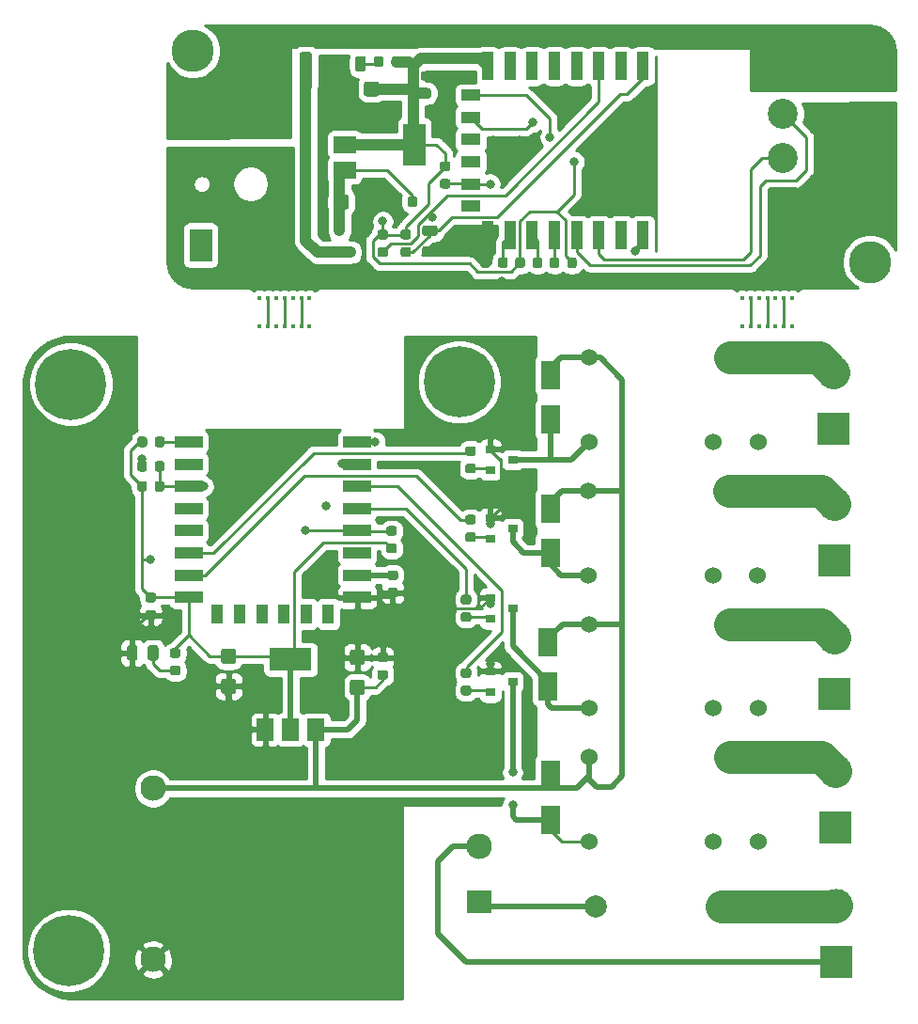
<source format=gbr>
G04 #@! TF.GenerationSoftware,KiCad,Pcbnew,(5.1.6)-1*
G04 #@! TF.CreationDate,2021-01-22T22:35:20+07:00*
G04 #@! TF.ProjectId,penelize-esp-led-strip,70656e65-6c69-47a6-952d-6573702d6c65,rev?*
G04 #@! TF.SameCoordinates,Original*
G04 #@! TF.FileFunction,Copper,L1,Top*
G04 #@! TF.FilePolarity,Positive*
%FSLAX46Y46*%
G04 Gerber Fmt 4.6, Leading zero omitted, Abs format (unit mm)*
G04 Created by KiCad (PCBNEW (5.1.6)-1) date 2021-01-22 22:35:21*
%MOMM*%
%LPD*%
G01*
G04 APERTURE LIST*
G04 #@! TA.AperFunction,SMDPad,CuDef*
%ADD10R,1.800000X2.500000*%
G04 #@! TD*
G04 #@! TA.AperFunction,ComponentPad*
%ADD11C,6.400000*%
G04 #@! TD*
G04 #@! TA.AperFunction,ComponentPad*
%ADD12C,0.800000*%
G04 #@! TD*
G04 #@! TA.AperFunction,ComponentPad*
%ADD13C,3.000000*%
G04 #@! TD*
G04 #@! TA.AperFunction,ComponentPad*
%ADD14R,3.000000X3.000000*%
G04 #@! TD*
G04 #@! TA.AperFunction,ComponentPad*
%ADD15C,2.300000*%
G04 #@! TD*
G04 #@! TA.AperFunction,ComponentPad*
%ADD16R,2.300000X2.000000*%
G04 #@! TD*
G04 #@! TA.AperFunction,SMDPad,CuDef*
%ADD17R,3.800000X2.000000*%
G04 #@! TD*
G04 #@! TA.AperFunction,SMDPad,CuDef*
%ADD18R,1.500000X2.000000*%
G04 #@! TD*
G04 #@! TA.AperFunction,SMDPad,CuDef*
%ADD19R,2.500000X1.000000*%
G04 #@! TD*
G04 #@! TA.AperFunction,SMDPad,CuDef*
%ADD20R,1.000000X1.800000*%
G04 #@! TD*
G04 #@! TA.AperFunction,ComponentPad*
%ADD21C,2.000000*%
G04 #@! TD*
G04 #@! TA.AperFunction,ComponentPad*
%ADD22C,1.524000*%
G04 #@! TD*
G04 #@! TA.AperFunction,SMDPad,CuDef*
%ADD23R,0.900000X0.800000*%
G04 #@! TD*
G04 #@! TA.AperFunction,ComponentPad*
%ADD24C,3.800000*%
G04 #@! TD*
G04 #@! TA.AperFunction,SMDPad,CuDef*
%ADD25R,2.000000X3.000000*%
G04 #@! TD*
G04 #@! TA.AperFunction,ComponentPad*
%ADD26C,2.700000*%
G04 #@! TD*
G04 #@! TA.AperFunction,SMDPad,CuDef*
%ADD27R,0.800000X0.900000*%
G04 #@! TD*
G04 #@! TA.AperFunction,SMDPad,CuDef*
%ADD28R,2.000000X3.800000*%
G04 #@! TD*
G04 #@! TA.AperFunction,SMDPad,CuDef*
%ADD29R,2.000000X1.500000*%
G04 #@! TD*
G04 #@! TA.AperFunction,SMDPad,CuDef*
%ADD30R,1.000000X2.500000*%
G04 #@! TD*
G04 #@! TA.AperFunction,SMDPad,CuDef*
%ADD31R,1.800000X1.000000*%
G04 #@! TD*
G04 #@! TA.AperFunction,ViaPad*
%ADD32C,0.450000*%
G04 #@! TD*
G04 #@! TA.AperFunction,ViaPad*
%ADD33C,0.800000*%
G04 #@! TD*
G04 #@! TA.AperFunction,Conductor*
%ADD34C,0.250000*%
G04 #@! TD*
G04 #@! TA.AperFunction,Conductor*
%ADD35C,0.500000*%
G04 #@! TD*
G04 #@! TA.AperFunction,Conductor*
%ADD36C,1.000000*%
G04 #@! TD*
G04 #@! TA.AperFunction,Conductor*
%ADD37C,3.000000*%
G04 #@! TD*
G04 #@! TA.AperFunction,Conductor*
%ADD38C,0.254000*%
G04 #@! TD*
G04 APERTURE END LIST*
G04 #@! TO.P,C1,1*
G04 #@! TO.N,/EN*
G04 #@! TA.AperFunction,SMDPad,CuDef*
G36*
G01*
X97425000Y-92143750D02*
X97425000Y-92656250D01*
G75*
G02*
X97206250Y-92875000I-218750J0D01*
G01*
X96768750Y-92875000D01*
G75*
G02*
X96550000Y-92656250I0J218750D01*
G01*
X96550000Y-92143750D01*
G75*
G02*
X96768750Y-91925000I218750J0D01*
G01*
X97206250Y-91925000D01*
G75*
G02*
X97425000Y-92143750I0J-218750D01*
G01*
G37*
G04 #@! TD.AperFunction*
G04 #@! TO.P,C1,2*
G04 #@! TO.N,GND*
G04 #@! TA.AperFunction,SMDPad,CuDef*
G36*
G01*
X95850000Y-92143750D02*
X95850000Y-92656250D01*
G75*
G02*
X95631250Y-92875000I-218750J0D01*
G01*
X95193750Y-92875000D01*
G75*
G02*
X94975000Y-92656250I0J218750D01*
G01*
X94975000Y-92143750D01*
G75*
G02*
X95193750Y-91925000I218750J0D01*
G01*
X95631250Y-91925000D01*
G75*
G02*
X95850000Y-92143750I0J-218750D01*
G01*
G37*
G04 #@! TD.AperFunction*
G04 #@! TD*
G04 #@! TO.P,C2,2*
G04 #@! TO.N,GND*
G04 #@! TA.AperFunction,SMDPad,CuDef*
G36*
G01*
X117356250Y-110037500D02*
X116843750Y-110037500D01*
G75*
G02*
X116625000Y-109818750I0J218750D01*
G01*
X116625000Y-109381250D01*
G75*
G02*
X116843750Y-109162500I218750J0D01*
G01*
X117356250Y-109162500D01*
G75*
G02*
X117575000Y-109381250I0J-218750D01*
G01*
X117575000Y-109818750D01*
G75*
G02*
X117356250Y-110037500I-218750J0D01*
G01*
G37*
G04 #@! TD.AperFunction*
G04 #@! TO.P,C2,1*
G04 #@! TO.N,+5V*
G04 #@! TA.AperFunction,SMDPad,CuDef*
G36*
G01*
X117356250Y-111612500D02*
X116843750Y-111612500D01*
G75*
G02*
X116625000Y-111393750I0J218750D01*
G01*
X116625000Y-110956250D01*
G75*
G02*
X116843750Y-110737500I218750J0D01*
G01*
X117356250Y-110737500D01*
G75*
G02*
X117575000Y-110956250I0J-218750D01*
G01*
X117575000Y-111393750D01*
G75*
G02*
X117356250Y-111612500I-218750J0D01*
G01*
G37*
G04 #@! TD.AperFunction*
G04 #@! TD*
G04 #@! TO.P,C3,2*
G04 #@! TO.N,GND*
G04 #@! TA.AperFunction,SMDPad,CuDef*
G36*
G01*
X115225001Y-110300000D02*
X114374999Y-110300000D01*
G75*
G02*
X114125000Y-110050001I0J249999D01*
G01*
X114125000Y-109149999D01*
G75*
G02*
X114374999Y-108900000I249999J0D01*
G01*
X115225001Y-108900000D01*
G75*
G02*
X115475000Y-109149999I0J-249999D01*
G01*
X115475000Y-110050001D01*
G75*
G02*
X115225001Y-110300000I-249999J0D01*
G01*
G37*
G04 #@! TD.AperFunction*
G04 #@! TO.P,C3,1*
G04 #@! TO.N,+5V*
G04 #@! TA.AperFunction,SMDPad,CuDef*
G36*
G01*
X115225001Y-113000000D02*
X114374999Y-113000000D01*
G75*
G02*
X114125000Y-112750001I0J249999D01*
G01*
X114125000Y-111849999D01*
G75*
G02*
X114374999Y-111600000I249999J0D01*
G01*
X115225001Y-111600000D01*
G75*
G02*
X115475000Y-111849999I0J-249999D01*
G01*
X115475000Y-112750001D01*
G75*
G02*
X115225001Y-113000000I-249999J0D01*
G01*
G37*
G04 #@! TD.AperFunction*
G04 #@! TD*
G04 #@! TO.P,C4,1*
G04 #@! TO.N,+3V3*
G04 #@! TA.AperFunction,SMDPad,CuDef*
G36*
G01*
X102774999Y-108800000D02*
X103625001Y-108800000D01*
G75*
G02*
X103875000Y-109049999I0J-249999D01*
G01*
X103875000Y-109950001D01*
G75*
G02*
X103625001Y-110200000I-249999J0D01*
G01*
X102774999Y-110200000D01*
G75*
G02*
X102525000Y-109950001I0J249999D01*
G01*
X102525000Y-109049999D01*
G75*
G02*
X102774999Y-108800000I249999J0D01*
G01*
G37*
G04 #@! TD.AperFunction*
G04 #@! TO.P,C4,2*
G04 #@! TO.N,GND*
G04 #@! TA.AperFunction,SMDPad,CuDef*
G36*
G01*
X102774999Y-111500000D02*
X103625001Y-111500000D01*
G75*
G02*
X103875000Y-111749999I0J-249999D01*
G01*
X103875000Y-112650001D01*
G75*
G02*
X103625001Y-112900000I-249999J0D01*
G01*
X102774999Y-112900000D01*
G75*
G02*
X102525000Y-112650001I0J249999D01*
G01*
X102525000Y-111749999D01*
G75*
G02*
X102774999Y-111500000I249999J0D01*
G01*
G37*
G04 #@! TD.AperFunction*
G04 #@! TD*
G04 #@! TO.P,C5,1*
G04 #@! TO.N,+3V3*
G04 #@! TA.AperFunction,SMDPad,CuDef*
G36*
G01*
X95943750Y-103775000D02*
X96456250Y-103775000D01*
G75*
G02*
X96675000Y-103993750I0J-218750D01*
G01*
X96675000Y-104431250D01*
G75*
G02*
X96456250Y-104650000I-218750J0D01*
G01*
X95943750Y-104650000D01*
G75*
G02*
X95725000Y-104431250I0J218750D01*
G01*
X95725000Y-103993750D01*
G75*
G02*
X95943750Y-103775000I218750J0D01*
G01*
G37*
G04 #@! TD.AperFunction*
G04 #@! TO.P,C5,2*
G04 #@! TO.N,GND*
G04 #@! TA.AperFunction,SMDPad,CuDef*
G36*
G01*
X95943750Y-105350000D02*
X96456250Y-105350000D01*
G75*
G02*
X96675000Y-105568750I0J-218750D01*
G01*
X96675000Y-106006250D01*
G75*
G02*
X96456250Y-106225000I-218750J0D01*
G01*
X95943750Y-106225000D01*
G75*
G02*
X95725000Y-106006250I0J218750D01*
G01*
X95725000Y-105568750D01*
G75*
G02*
X95943750Y-105350000I218750J0D01*
G01*
G37*
G04 #@! TD.AperFunction*
G04 #@! TD*
G04 #@! TO.P,D1,1*
G04 #@! TO.N,GND*
G04 #@! TA.AperFunction,SMDPad,CuDef*
G36*
G01*
X94037500Y-109656250D02*
X94037500Y-108743750D01*
G75*
G02*
X94281250Y-108500000I243750J0D01*
G01*
X94768750Y-108500000D01*
G75*
G02*
X95012500Y-108743750I0J-243750D01*
G01*
X95012500Y-109656250D01*
G75*
G02*
X94768750Y-109900000I-243750J0D01*
G01*
X94281250Y-109900000D01*
G75*
G02*
X94037500Y-109656250I0J243750D01*
G01*
G37*
G04 #@! TD.AperFunction*
G04 #@! TO.P,D1,2*
G04 #@! TO.N,Net-(D1-Pad2)*
G04 #@! TA.AperFunction,SMDPad,CuDef*
G36*
G01*
X95912500Y-109656250D02*
X95912500Y-108743750D01*
G75*
G02*
X96156250Y-108500000I243750J0D01*
G01*
X96643750Y-108500000D01*
G75*
G02*
X96887500Y-108743750I0J-243750D01*
G01*
X96887500Y-109656250D01*
G75*
G02*
X96643750Y-109900000I-243750J0D01*
G01*
X96156250Y-109900000D01*
G75*
G02*
X95912500Y-109656250I0J243750D01*
G01*
G37*
G04 #@! TD.AperFunction*
G04 #@! TD*
D10*
G04 #@! TO.P,D2,2*
G04 #@! TO.N,Net-(D2-Pad2)*
X132000000Y-112200000D03*
G04 #@! TO.P,D2,1*
G04 #@! TO.N,+5V*
X132000000Y-108200000D03*
G04 #@! TD*
G04 #@! TO.P,D3,1*
G04 #@! TO.N,+5V*
X132200000Y-84200000D03*
G04 #@! TO.P,D3,2*
G04 #@! TO.N,Net-(D3-Pad2)*
X132200000Y-88200000D03*
G04 #@! TD*
G04 #@! TO.P,D4,2*
G04 #@! TO.N,Net-(D4-Pad2)*
X132200000Y-124200000D03*
G04 #@! TO.P,D4,1*
G04 #@! TO.N,+5V*
X132200000Y-120200000D03*
G04 #@! TD*
G04 #@! TO.P,D5,1*
G04 #@! TO.N,+5V*
X132200000Y-96200000D03*
G04 #@! TO.P,D5,2*
G04 #@! TO.N,Net-(D5-Pad2)*
X132200000Y-100200000D03*
G04 #@! TD*
D11*
G04 #@! TO.P,H1,1*
G04 #@! TO.N,N/C*
X88800000Y-136000000D03*
D12*
X91200000Y-136000000D03*
X90497056Y-137697056D03*
X88800000Y-138400000D03*
X87102944Y-137697056D03*
X86400000Y-136000000D03*
X87102944Y-134302944D03*
X88800000Y-133600000D03*
X90497056Y-134302944D03*
G04 #@! TD*
G04 #@! TO.P,H2,1*
G04 #@! TO.N,N/C*
X125697056Y-83102944D03*
X124000000Y-82400000D03*
X122302944Y-83102944D03*
X121600000Y-84800000D03*
X122302944Y-86497056D03*
X124000000Y-87200000D03*
X125697056Y-86497056D03*
X126400000Y-84800000D03*
D11*
X124000000Y-84800000D03*
G04 #@! TD*
D13*
G04 #@! TO.P,J2,2*
G04 #@! TO.N,Net-(J2-Pad2)*
X157800000Y-107800000D03*
D14*
G04 #@! TO.P,J2,1*
G04 #@! TO.N,/N*
X157800000Y-112880000D03*
G04 #@! TD*
G04 #@! TO.P,J3,1*
G04 #@! TO.N,/N*
X157750000Y-89030000D03*
D13*
G04 #@! TO.P,J3,2*
G04 #@! TO.N,Net-(J3-Pad2)*
X157750000Y-83950000D03*
G04 #@! TD*
G04 #@! TO.P,J4,2*
G04 #@! TO.N,Net-(F1-Pad2)*
X158000000Y-131920000D03*
D14*
G04 #@! TO.P,J4,1*
G04 #@! TO.N,/N*
X158000000Y-137000000D03*
G04 #@! TD*
G04 #@! TO.P,J5,1*
G04 #@! TO.N,/N*
X157850000Y-124880000D03*
D13*
G04 #@! TO.P,J5,2*
G04 #@! TO.N,Net-(J5-Pad2)*
X157850000Y-119800000D03*
G04 #@! TD*
D14*
G04 #@! TO.P,J6,1*
G04 #@! TO.N,/N*
X157800000Y-100880000D03*
D13*
G04 #@! TO.P,J6,2*
G04 #@! TO.N,Net-(J6-Pad2)*
X157800000Y-95800000D03*
G04 #@! TD*
D15*
G04 #@! TO.P,PS1,3*
G04 #@! TO.N,GND*
X96400000Y-136800000D03*
D16*
G04 #@! TO.P,PS1,1*
G04 #@! TO.N,/L*
X125800000Y-131600000D03*
D15*
G04 #@! TO.P,PS1,2*
G04 #@! TO.N,/N*
X125800000Y-126600000D03*
G04 #@! TO.P,PS1,4*
G04 #@! TO.N,+5V*
X96400000Y-121400000D03*
G04 #@! TD*
G04 #@! TO.P,R1,2*
G04 #@! TO.N,/EN*
G04 #@! TA.AperFunction,SMDPad,CuDef*
G36*
G01*
X96550000Y-94456250D02*
X96550000Y-93943750D01*
G75*
G02*
X96768750Y-93725000I218750J0D01*
G01*
X97206250Y-93725000D01*
G75*
G02*
X97425000Y-93943750I0J-218750D01*
G01*
X97425000Y-94456250D01*
G75*
G02*
X97206250Y-94675000I-218750J0D01*
G01*
X96768750Y-94675000D01*
G75*
G02*
X96550000Y-94456250I0J218750D01*
G01*
G37*
G04 #@! TD.AperFunction*
G04 #@! TO.P,R1,1*
G04 #@! TO.N,+3V3*
G04 #@! TA.AperFunction,SMDPad,CuDef*
G36*
G01*
X94975000Y-94456250D02*
X94975000Y-93943750D01*
G75*
G02*
X95193750Y-93725000I218750J0D01*
G01*
X95631250Y-93725000D01*
G75*
G02*
X95850000Y-93943750I0J-218750D01*
G01*
X95850000Y-94456250D01*
G75*
G02*
X95631250Y-94675000I-218750J0D01*
G01*
X95193750Y-94675000D01*
G75*
G02*
X94975000Y-94456250I0J218750D01*
G01*
G37*
G04 #@! TD.AperFunction*
G04 #@! TD*
G04 #@! TO.P,R2,1*
G04 #@! TO.N,+3V3*
G04 #@! TA.AperFunction,SMDPad,CuDef*
G36*
G01*
X94987500Y-90456250D02*
X94987500Y-89943750D01*
G75*
G02*
X95206250Y-89725000I218750J0D01*
G01*
X95643750Y-89725000D01*
G75*
G02*
X95862500Y-89943750I0J-218750D01*
G01*
X95862500Y-90456250D01*
G75*
G02*
X95643750Y-90675000I-218750J0D01*
G01*
X95206250Y-90675000D01*
G75*
G02*
X94987500Y-90456250I0J218750D01*
G01*
G37*
G04 #@! TD.AperFunction*
G04 #@! TO.P,R2,2*
G04 #@! TO.N,Net-(R2-Pad2)*
G04 #@! TA.AperFunction,SMDPad,CuDef*
G36*
G01*
X96562500Y-90456250D02*
X96562500Y-89943750D01*
G75*
G02*
X96781250Y-89725000I218750J0D01*
G01*
X97218750Y-89725000D01*
G75*
G02*
X97437500Y-89943750I0J-218750D01*
G01*
X97437500Y-90456250D01*
G75*
G02*
X97218750Y-90675000I-218750J0D01*
G01*
X96781250Y-90675000D01*
G75*
G02*
X96562500Y-90456250I0J218750D01*
G01*
G37*
G04 #@! TD.AperFunction*
G04 #@! TD*
G04 #@! TO.P,R3,1*
G04 #@! TO.N,Net-(R3-Pad1)*
G04 #@! TA.AperFunction,SMDPad,CuDef*
G36*
G01*
X117743750Y-101775000D02*
X118256250Y-101775000D01*
G75*
G02*
X118475000Y-101993750I0J-218750D01*
G01*
X118475000Y-102431250D01*
G75*
G02*
X118256250Y-102650000I-218750J0D01*
G01*
X117743750Y-102650000D01*
G75*
G02*
X117525000Y-102431250I0J218750D01*
G01*
X117525000Y-101993750D01*
G75*
G02*
X117743750Y-101775000I218750J0D01*
G01*
G37*
G04 #@! TD.AperFunction*
G04 #@! TO.P,R3,2*
G04 #@! TO.N,GND*
G04 #@! TA.AperFunction,SMDPad,CuDef*
G36*
G01*
X117743750Y-103350000D02*
X118256250Y-103350000D01*
G75*
G02*
X118475000Y-103568750I0J-218750D01*
G01*
X118475000Y-104006250D01*
G75*
G02*
X118256250Y-104225000I-218750J0D01*
G01*
X117743750Y-104225000D01*
G75*
G02*
X117525000Y-104006250I0J218750D01*
G01*
X117525000Y-103568750D01*
G75*
G02*
X117743750Y-103350000I218750J0D01*
G01*
G37*
G04 #@! TD.AperFunction*
G04 #@! TD*
G04 #@! TO.P,R4,2*
G04 #@! TO.N,/BOOT*
G04 #@! TA.AperFunction,SMDPad,CuDef*
G36*
G01*
X118156250Y-98650000D02*
X117643750Y-98650000D01*
G75*
G02*
X117425000Y-98431250I0J218750D01*
G01*
X117425000Y-97993750D01*
G75*
G02*
X117643750Y-97775000I218750J0D01*
G01*
X118156250Y-97775000D01*
G75*
G02*
X118375000Y-97993750I0J-218750D01*
G01*
X118375000Y-98431250D01*
G75*
G02*
X118156250Y-98650000I-218750J0D01*
G01*
G37*
G04 #@! TD.AperFunction*
G04 #@! TO.P,R4,1*
G04 #@! TO.N,+3V3*
G04 #@! TA.AperFunction,SMDPad,CuDef*
G36*
G01*
X118156250Y-100225000D02*
X117643750Y-100225000D01*
G75*
G02*
X117425000Y-100006250I0J218750D01*
G01*
X117425000Y-99568750D01*
G75*
G02*
X117643750Y-99350000I218750J0D01*
G01*
X118156250Y-99350000D01*
G75*
G02*
X118375000Y-99568750I0J-218750D01*
G01*
X118375000Y-100006250D01*
G75*
G02*
X118156250Y-100225000I-218750J0D01*
G01*
G37*
G04 #@! TD.AperFunction*
G04 #@! TD*
G04 #@! TO.P,R5,1*
G04 #@! TO.N,Net-(D1-Pad2)*
G04 #@! TA.AperFunction,SMDPad,CuDef*
G36*
G01*
X98656250Y-111225000D02*
X98143750Y-111225000D01*
G75*
G02*
X97925000Y-111006250I0J218750D01*
G01*
X97925000Y-110568750D01*
G75*
G02*
X98143750Y-110350000I218750J0D01*
G01*
X98656250Y-110350000D01*
G75*
G02*
X98875000Y-110568750I0J-218750D01*
G01*
X98875000Y-111006250D01*
G75*
G02*
X98656250Y-111225000I-218750J0D01*
G01*
G37*
G04 #@! TD.AperFunction*
G04 #@! TO.P,R5,2*
G04 #@! TO.N,+3V3*
G04 #@! TA.AperFunction,SMDPad,CuDef*
G36*
G01*
X98656250Y-109650000D02*
X98143750Y-109650000D01*
G75*
G02*
X97925000Y-109431250I0J218750D01*
G01*
X97925000Y-108993750D01*
G75*
G02*
X98143750Y-108775000I218750J0D01*
G01*
X98656250Y-108775000D01*
G75*
G02*
X98875000Y-108993750I0J-218750D01*
G01*
X98875000Y-109431250D01*
G75*
G02*
X98656250Y-109650000I-218750J0D01*
G01*
G37*
G04 #@! TD.AperFunction*
G04 #@! TD*
G04 #@! TO.P,R6,2*
G04 #@! TO.N,/R1*
G04 #@! TA.AperFunction,SMDPad,CuDef*
G36*
G01*
X124856250Y-104837500D02*
X124343750Y-104837500D01*
G75*
G02*
X124125000Y-104618750I0J218750D01*
G01*
X124125000Y-104181250D01*
G75*
G02*
X124343750Y-103962500I218750J0D01*
G01*
X124856250Y-103962500D01*
G75*
G02*
X125075000Y-104181250I0J-218750D01*
G01*
X125075000Y-104618750D01*
G75*
G02*
X124856250Y-104837500I-218750J0D01*
G01*
G37*
G04 #@! TD.AperFunction*
G04 #@! TO.P,R6,1*
G04 #@! TO.N,Net-(Q1-Pad2)*
G04 #@! TA.AperFunction,SMDPad,CuDef*
G36*
G01*
X124856250Y-106412500D02*
X124343750Y-106412500D01*
G75*
G02*
X124125000Y-106193750I0J218750D01*
G01*
X124125000Y-105756250D01*
G75*
G02*
X124343750Y-105537500I218750J0D01*
G01*
X124856250Y-105537500D01*
G75*
G02*
X125075000Y-105756250I0J-218750D01*
G01*
X125075000Y-106193750D01*
G75*
G02*
X124856250Y-106412500I-218750J0D01*
G01*
G37*
G04 #@! TD.AperFunction*
G04 #@! TD*
G04 #@! TO.P,R7,1*
G04 #@! TO.N,Net-(Q2-Pad2)*
G04 #@! TA.AperFunction,SMDPad,CuDef*
G36*
G01*
X125256250Y-93037500D02*
X124743750Y-93037500D01*
G75*
G02*
X124525000Y-92818750I0J218750D01*
G01*
X124525000Y-92381250D01*
G75*
G02*
X124743750Y-92162500I218750J0D01*
G01*
X125256250Y-92162500D01*
G75*
G02*
X125475000Y-92381250I0J-218750D01*
G01*
X125475000Y-92818750D01*
G75*
G02*
X125256250Y-93037500I-218750J0D01*
G01*
G37*
G04 #@! TD.AperFunction*
G04 #@! TO.P,R7,2*
G04 #@! TO.N,/R3*
G04 #@! TA.AperFunction,SMDPad,CuDef*
G36*
G01*
X125256250Y-91462500D02*
X124743750Y-91462500D01*
G75*
G02*
X124525000Y-91243750I0J218750D01*
G01*
X124525000Y-90806250D01*
G75*
G02*
X124743750Y-90587500I218750J0D01*
G01*
X125256250Y-90587500D01*
G75*
G02*
X125475000Y-90806250I0J-218750D01*
G01*
X125475000Y-91243750D01*
G75*
G02*
X125256250Y-91462500I-218750J0D01*
G01*
G37*
G04 #@! TD.AperFunction*
G04 #@! TD*
G04 #@! TO.P,R8,1*
G04 #@! TO.N,Net-(Q3-Pad2)*
G04 #@! TA.AperFunction,SMDPad,CuDef*
G36*
G01*
X124856250Y-113025000D02*
X124343750Y-113025000D01*
G75*
G02*
X124125000Y-112806250I0J218750D01*
G01*
X124125000Y-112368750D01*
G75*
G02*
X124343750Y-112150000I218750J0D01*
G01*
X124856250Y-112150000D01*
G75*
G02*
X125075000Y-112368750I0J-218750D01*
G01*
X125075000Y-112806250D01*
G75*
G02*
X124856250Y-113025000I-218750J0D01*
G01*
G37*
G04 #@! TD.AperFunction*
G04 #@! TO.P,R8,2*
G04 #@! TO.N,/R2*
G04 #@! TA.AperFunction,SMDPad,CuDef*
G36*
G01*
X124856250Y-111450000D02*
X124343750Y-111450000D01*
G75*
G02*
X124125000Y-111231250I0J218750D01*
G01*
X124125000Y-110793750D01*
G75*
G02*
X124343750Y-110575000I218750J0D01*
G01*
X124856250Y-110575000D01*
G75*
G02*
X125075000Y-110793750I0J-218750D01*
G01*
X125075000Y-111231250D01*
G75*
G02*
X124856250Y-111450000I-218750J0D01*
G01*
G37*
G04 #@! TD.AperFunction*
G04 #@! TD*
G04 #@! TO.P,R9,2*
G04 #@! TO.N,/R4*
G04 #@! TA.AperFunction,SMDPad,CuDef*
G36*
G01*
X125256250Y-97637500D02*
X124743750Y-97637500D01*
G75*
G02*
X124525000Y-97418750I0J218750D01*
G01*
X124525000Y-96981250D01*
G75*
G02*
X124743750Y-96762500I218750J0D01*
G01*
X125256250Y-96762500D01*
G75*
G02*
X125475000Y-96981250I0J-218750D01*
G01*
X125475000Y-97418750D01*
G75*
G02*
X125256250Y-97637500I-218750J0D01*
G01*
G37*
G04 #@! TD.AperFunction*
G04 #@! TO.P,R9,1*
G04 #@! TO.N,Net-(Q4-Pad2)*
G04 #@! TA.AperFunction,SMDPad,CuDef*
G36*
G01*
X125256250Y-99212500D02*
X124743750Y-99212500D01*
G75*
G02*
X124525000Y-98993750I0J218750D01*
G01*
X124525000Y-98556250D01*
G75*
G02*
X124743750Y-98337500I218750J0D01*
G01*
X125256250Y-98337500D01*
G75*
G02*
X125475000Y-98556250I0J-218750D01*
G01*
X125475000Y-98993750D01*
G75*
G02*
X125256250Y-99212500I-218750J0D01*
G01*
G37*
G04 #@! TD.AperFunction*
G04 #@! TD*
D17*
G04 #@! TO.P,U1,2*
G04 #@! TO.N,+3V3*
X108800000Y-109800000D03*
D18*
X108800000Y-116100000D03*
G04 #@! TO.P,U1,3*
G04 #@! TO.N,+5V*
X111100000Y-116100000D03*
G04 #@! TO.P,U1,1*
G04 #@! TO.N,GND*
X106500000Y-116100000D03*
G04 #@! TD*
D19*
G04 #@! TO.P,U2,1*
G04 #@! TO.N,Net-(R2-Pad2)*
X99600000Y-90200000D03*
G04 #@! TO.P,U2,2*
G04 #@! TO.N,Net-(U2-Pad2)*
X99600000Y-92200000D03*
G04 #@! TO.P,U2,3*
G04 #@! TO.N,/EN*
X99600000Y-94200000D03*
G04 #@! TO.P,U2,4*
G04 #@! TO.N,Net-(U2-Pad4)*
X99600000Y-96200000D03*
G04 #@! TO.P,U2,5*
G04 #@! TO.N,Net-(U2-Pad5)*
X99600000Y-98200000D03*
G04 #@! TO.P,U2,6*
G04 #@! TO.N,/R3*
X99600000Y-100200000D03*
G04 #@! TO.P,U2,7*
G04 #@! TO.N,/R4*
X99600000Y-102200000D03*
G04 #@! TO.P,U2,8*
G04 #@! TO.N,+3V3*
X99600000Y-104200000D03*
D20*
G04 #@! TO.P,U2,9*
G04 #@! TO.N,Net-(U2-Pad9)*
X102200000Y-105700000D03*
G04 #@! TO.P,U2,10*
G04 #@! TO.N,Net-(U2-Pad10)*
X104200000Y-105700000D03*
G04 #@! TO.P,U2,11*
G04 #@! TO.N,Net-(U2-Pad11)*
X106200000Y-105700000D03*
G04 #@! TO.P,U2,12*
G04 #@! TO.N,Net-(U2-Pad12)*
X108200000Y-105700000D03*
G04 #@! TO.P,U2,13*
G04 #@! TO.N,Net-(U2-Pad13)*
X110200000Y-105700000D03*
G04 #@! TO.P,U2,14*
G04 #@! TO.N,Net-(U2-Pad14)*
X112200000Y-105700000D03*
D19*
G04 #@! TO.P,U2,15*
G04 #@! TO.N,GND*
X114800000Y-104200000D03*
G04 #@! TO.P,U2,16*
G04 #@! TO.N,Net-(R3-Pad1)*
X114800000Y-102200000D03*
G04 #@! TO.P,U2,17*
G04 #@! TO.N,Net-(U2-Pad17)*
X114800000Y-100200000D03*
G04 #@! TO.P,U2,18*
G04 #@! TO.N,/BOOT*
X114800000Y-98200000D03*
G04 #@! TO.P,U2,19*
G04 #@! TO.N,/R1*
X114800000Y-96200000D03*
G04 #@! TO.P,U2,20*
G04 #@! TO.N,/R2*
X114800000Y-94200000D03*
G04 #@! TO.P,U2,21*
G04 #@! TO.N,/RXD*
X114800000Y-92200000D03*
G04 #@! TO.P,U2,22*
G04 #@! TO.N,/TXD*
X114800000Y-90200000D03*
G04 #@! TD*
D21*
G04 #@! TO.P,F1,1*
G04 #@! TO.N,/L*
X136250000Y-132000000D03*
G04 #@! TO.P,F1,2*
G04 #@! TO.N,Net-(F1-Pad2)*
X147650000Y-132000000D03*
G04 #@! TD*
D22*
G04 #@! TO.P,K1,4*
G04 #@! TO.N,N/C*
X150940000Y-114200000D03*
G04 #@! TO.P,K1,3*
G04 #@! TO.N,/L*
X146900000Y-114200000D03*
G04 #@! TO.P,K1,5*
G04 #@! TO.N,Net-(J2-Pad2)*
X148400000Y-106600000D03*
G04 #@! TO.P,K1,6*
G04 #@! TO.N,Net-(D2-Pad2)*
X135700000Y-114200000D03*
G04 #@! TO.P,K1,1*
G04 #@! TO.N,+5V*
X135700000Y-106600000D03*
G04 #@! TD*
G04 #@! TO.P,K2,1*
G04 #@! TO.N,+5V*
X135700000Y-82600000D03*
G04 #@! TO.P,K2,6*
G04 #@! TO.N,Net-(D3-Pad2)*
X135700000Y-90200000D03*
G04 #@! TO.P,K2,5*
G04 #@! TO.N,Net-(J3-Pad2)*
X148400000Y-82600000D03*
G04 #@! TO.P,K2,3*
G04 #@! TO.N,/L*
X146900000Y-90200000D03*
G04 #@! TO.P,K2,4*
G04 #@! TO.N,N/C*
X150940000Y-90200000D03*
G04 #@! TD*
G04 #@! TO.P,K3,1*
G04 #@! TO.N,+5V*
X135700000Y-118600000D03*
G04 #@! TO.P,K3,6*
G04 #@! TO.N,Net-(D4-Pad2)*
X135700000Y-126200000D03*
G04 #@! TO.P,K3,5*
G04 #@! TO.N,Net-(J5-Pad2)*
X148400000Y-118600000D03*
G04 #@! TO.P,K3,3*
G04 #@! TO.N,/L*
X146900000Y-126200000D03*
G04 #@! TO.P,K3,4*
G04 #@! TO.N,N/C*
X150940000Y-126200000D03*
G04 #@! TD*
G04 #@! TO.P,K4,4*
G04 #@! TO.N,N/C*
X150890000Y-102200000D03*
G04 #@! TO.P,K4,3*
G04 #@! TO.N,/L*
X146850000Y-102200000D03*
G04 #@! TO.P,K4,5*
G04 #@! TO.N,Net-(J6-Pad2)*
X148350000Y-94600000D03*
G04 #@! TO.P,K4,6*
G04 #@! TO.N,Net-(D5-Pad2)*
X135650000Y-102200000D03*
G04 #@! TO.P,K4,1*
G04 #@! TO.N,+5V*
X135650000Y-94600000D03*
G04 #@! TD*
D23*
G04 #@! TO.P,Q1,3*
G04 #@! TO.N,Net-(D2-Pad2)*
X128800000Y-105200000D03*
G04 #@! TO.P,Q1,2*
G04 #@! TO.N,Net-(Q1-Pad2)*
X126800000Y-106150000D03*
G04 #@! TO.P,Q1,1*
G04 #@! TO.N,GND*
X126800000Y-104250000D03*
G04 #@! TD*
G04 #@! TO.P,Q2,1*
G04 #@! TO.N,GND*
X126800000Y-90850000D03*
G04 #@! TO.P,Q2,2*
G04 #@! TO.N,Net-(Q2-Pad2)*
X126800000Y-92750000D03*
G04 #@! TO.P,Q2,3*
G04 #@! TO.N,Net-(D3-Pad2)*
X128800000Y-91800000D03*
G04 #@! TD*
G04 #@! TO.P,Q3,1*
G04 #@! TO.N,GND*
X126800000Y-110850000D03*
G04 #@! TO.P,Q3,2*
G04 #@! TO.N,Net-(Q3-Pad2)*
X126800000Y-112750000D03*
G04 #@! TO.P,Q3,3*
G04 #@! TO.N,Net-(D4-Pad2)*
X128800000Y-111800000D03*
G04 #@! TD*
G04 #@! TO.P,Q4,3*
G04 #@! TO.N,Net-(D5-Pad2)*
X128800000Y-98000000D03*
G04 #@! TO.P,Q4,2*
G04 #@! TO.N,Net-(Q4-Pad2)*
X126800000Y-98950000D03*
G04 #@! TO.P,Q4,1*
G04 #@! TO.N,GND*
X126800000Y-97050000D03*
G04 #@! TD*
D11*
G04 #@! TO.P,H3,1*
G04 #@! TO.N,N/C*
X89000000Y-85000000D03*
D12*
X91400000Y-85000000D03*
X90697056Y-86697056D03*
X89000000Y-87400000D03*
X87302944Y-86697056D03*
X86600000Y-85000000D03*
X87302944Y-83302944D03*
X89000000Y-82600000D03*
X90697056Y-83302944D03*
G04 #@! TD*
G04 #@! TO.P,C1,2*
G04 #@! TO.N,GND*
G04 #@! TA.AperFunction,SMDPad,CuDef*
G36*
G01*
X115354860Y-69021201D02*
X115354860Y-68171199D01*
G75*
G02*
X115604859Y-67921200I249999J0D01*
G01*
X116504861Y-67921200D01*
G75*
G02*
X116754860Y-68171199I0J-249999D01*
G01*
X116754860Y-69021201D01*
G75*
G02*
X116504861Y-69271200I-249999J0D01*
G01*
X115604859Y-69271200D01*
G75*
G02*
X115354860Y-69021201I0J249999D01*
G01*
G37*
G04 #@! TD.AperFunction*
G04 #@! TO.P,C1,1*
G04 #@! TO.N,+5V*
G04 #@! TA.AperFunction,SMDPad,CuDef*
G36*
G01*
X112654860Y-69021201D02*
X112654860Y-68171199D01*
G75*
G02*
X112904859Y-67921200I249999J0D01*
G01*
X113804861Y-67921200D01*
G75*
G02*
X114054860Y-68171199I0J-249999D01*
G01*
X114054860Y-69021201D01*
G75*
G02*
X113804861Y-69271200I-249999J0D01*
G01*
X112904859Y-69271200D01*
G75*
G02*
X112654860Y-69021201I0J249999D01*
G01*
G37*
G04 #@! TD.AperFunction*
G04 #@! TD*
G04 #@! TO.P,C2,2*
G04 #@! TO.N,GND*
G04 #@! TA.AperFunction,SMDPad,CuDef*
G36*
G01*
X118628400Y-68312010D02*
X118628400Y-68824510D01*
G75*
G02*
X118409650Y-69043260I-218750J0D01*
G01*
X117972150Y-69043260D01*
G75*
G02*
X117753400Y-68824510I0J218750D01*
G01*
X117753400Y-68312010D01*
G75*
G02*
X117972150Y-68093260I218750J0D01*
G01*
X118409650Y-68093260D01*
G75*
G02*
X118628400Y-68312010I0J-218750D01*
G01*
G37*
G04 #@! TD.AperFunction*
G04 #@! TO.P,C2,1*
G04 #@! TO.N,+5V*
G04 #@! TA.AperFunction,SMDPad,CuDef*
G36*
G01*
X120203400Y-68312010D02*
X120203400Y-68824510D01*
G75*
G02*
X119984650Y-69043260I-218750J0D01*
G01*
X119547150Y-69043260D01*
G75*
G02*
X119328400Y-68824510I0J218750D01*
G01*
X119328400Y-68312010D01*
G75*
G02*
X119547150Y-68093260I218750J0D01*
G01*
X119984650Y-68093260D01*
G75*
G02*
X120203400Y-68312010I0J-218750D01*
G01*
G37*
G04 #@! TD.AperFunction*
G04 #@! TD*
G04 #@! TO.P,C3,1*
G04 #@! TO.N,+3V3*
G04 #@! TA.AperFunction,SMDPad,CuDef*
G36*
G01*
X116785340Y-57993419D02*
X116785340Y-58843421D01*
G75*
G02*
X116535341Y-59093420I-249999J0D01*
G01*
X115635339Y-59093420D01*
G75*
G02*
X115385340Y-58843421I0J249999D01*
G01*
X115385340Y-57993419D01*
G75*
G02*
X115635339Y-57743420I249999J0D01*
G01*
X116535341Y-57743420D01*
G75*
G02*
X116785340Y-57993419I0J-249999D01*
G01*
G37*
G04 #@! TD.AperFunction*
G04 #@! TO.P,C3,2*
G04 #@! TO.N,GND*
G04 #@! TA.AperFunction,SMDPad,CuDef*
G36*
G01*
X114085340Y-57993419D02*
X114085340Y-58843421D01*
G75*
G02*
X113835341Y-59093420I-249999J0D01*
G01*
X112935339Y-59093420D01*
G75*
G02*
X112685340Y-58843421I0J249999D01*
G01*
X112685340Y-57993419D01*
G75*
G02*
X112935339Y-57743420I249999J0D01*
G01*
X113835341Y-57743420D01*
G75*
G02*
X114085340Y-57993419I0J-249999D01*
G01*
G37*
G04 #@! TD.AperFunction*
G04 #@! TD*
G04 #@! TO.P,C4,1*
G04 #@! TO.N,+3V3*
G04 #@! TA.AperFunction,SMDPad,CuDef*
G36*
G01*
X120562540Y-59078530D02*
X120562540Y-58566030D01*
G75*
G02*
X120781290Y-58347280I218750J0D01*
G01*
X121218790Y-58347280D01*
G75*
G02*
X121437540Y-58566030I0J-218750D01*
G01*
X121437540Y-59078530D01*
G75*
G02*
X121218790Y-59297280I-218750J0D01*
G01*
X120781290Y-59297280D01*
G75*
G02*
X120562540Y-59078530I0J218750D01*
G01*
G37*
G04 #@! TD.AperFunction*
G04 #@! TO.P,C4,2*
G04 #@! TO.N,GND*
G04 #@! TA.AperFunction,SMDPad,CuDef*
G36*
G01*
X122137540Y-59078530D02*
X122137540Y-58566030D01*
G75*
G02*
X122356290Y-58347280I218750J0D01*
G01*
X122793790Y-58347280D01*
G75*
G02*
X123012540Y-58566030I0J-218750D01*
G01*
X123012540Y-59078530D01*
G75*
G02*
X122793790Y-59297280I-218750J0D01*
G01*
X122356290Y-59297280D01*
G75*
G02*
X122137540Y-59078530I0J218750D01*
G01*
G37*
G04 #@! TD.AperFunction*
G04 #@! TD*
G04 #@! TO.P,C5,1*
G04 #@! TO.N,/RST*
G04 #@! TA.AperFunction,SMDPad,CuDef*
G36*
G01*
X120899590Y-70693940D02*
X121812090Y-70693940D01*
G75*
G02*
X122055840Y-70937690I0J-243750D01*
G01*
X122055840Y-71425190D01*
G75*
G02*
X121812090Y-71668940I-243750J0D01*
G01*
X120899590Y-71668940D01*
G75*
G02*
X120655840Y-71425190I0J243750D01*
G01*
X120655840Y-70937690D01*
G75*
G02*
X120899590Y-70693940I243750J0D01*
G01*
G37*
G04 #@! TD.AperFunction*
G04 #@! TO.P,C5,2*
G04 #@! TO.N,GND*
G04 #@! TA.AperFunction,SMDPad,CuDef*
G36*
G01*
X120899590Y-72568940D02*
X121812090Y-72568940D01*
G75*
G02*
X122055840Y-72812690I0J-243750D01*
G01*
X122055840Y-73300190D01*
G75*
G02*
X121812090Y-73543940I-243750J0D01*
G01*
X120899590Y-73543940D01*
G75*
G02*
X120655840Y-73300190I0J243750D01*
G01*
X120655840Y-72812690D01*
G75*
G02*
X120899590Y-72568940I243750J0D01*
G01*
G37*
G04 #@! TD.AperFunction*
G04 #@! TD*
G04 #@! TO.P,C6,2*
G04 #@! TO.N,GND*
G04 #@! TA.AperFunction,SMDPad,CuDef*
G36*
G01*
X122443250Y-56833040D02*
X122955750Y-56833040D01*
G75*
G02*
X123174500Y-57051790I0J-218750D01*
G01*
X123174500Y-57489290D01*
G75*
G02*
X122955750Y-57708040I-218750J0D01*
G01*
X122443250Y-57708040D01*
G75*
G02*
X122224500Y-57489290I0J218750D01*
G01*
X122224500Y-57051790D01*
G75*
G02*
X122443250Y-56833040I218750J0D01*
G01*
G37*
G04 #@! TD.AperFunction*
G04 #@! TO.P,C6,1*
G04 #@! TO.N,+3V3*
G04 #@! TA.AperFunction,SMDPad,CuDef*
G36*
G01*
X122443250Y-55258040D02*
X122955750Y-55258040D01*
G75*
G02*
X123174500Y-55476790I0J-218750D01*
G01*
X123174500Y-55914290D01*
G75*
G02*
X122955750Y-56133040I-218750J0D01*
G01*
X122443250Y-56133040D01*
G75*
G02*
X122224500Y-55914290I0J218750D01*
G01*
X122224500Y-55476790D01*
G75*
G02*
X122443250Y-55258040I218750J0D01*
G01*
G37*
G04 #@! TD.AperFunction*
G04 #@! TD*
G04 #@! TO.P,C7,1*
G04 #@! TO.N,+3V3*
G04 #@! TA.AperFunction,SMDPad,CuDef*
G36*
G01*
X120759230Y-55235080D02*
X121271730Y-55235080D01*
G75*
G02*
X121490480Y-55453830I0J-218750D01*
G01*
X121490480Y-55891330D01*
G75*
G02*
X121271730Y-56110080I-218750J0D01*
G01*
X120759230Y-56110080D01*
G75*
G02*
X120540480Y-55891330I0J218750D01*
G01*
X120540480Y-55453830D01*
G75*
G02*
X120759230Y-55235080I218750J0D01*
G01*
G37*
G04 #@! TD.AperFunction*
G04 #@! TO.P,C7,2*
G04 #@! TO.N,GND*
G04 #@! TA.AperFunction,SMDPad,CuDef*
G36*
G01*
X120759230Y-56810080D02*
X121271730Y-56810080D01*
G75*
G02*
X121490480Y-57028830I0J-218750D01*
G01*
X121490480Y-57466330D01*
G75*
G02*
X121271730Y-57685080I-218750J0D01*
G01*
X120759230Y-57685080D01*
G75*
G02*
X120540480Y-57466330I0J218750D01*
G01*
X120540480Y-57028830D01*
G75*
G02*
X120759230Y-56810080I218750J0D01*
G01*
G37*
G04 #@! TD.AperFunction*
G04 #@! TD*
G04 #@! TO.P,D1,1*
G04 #@! TO.N,GND*
G04 #@! TA.AperFunction,SMDPad,CuDef*
G36*
G01*
X112737320Y-56621690D02*
X112737320Y-55709190D01*
G75*
G02*
X112981070Y-55465440I243750J0D01*
G01*
X113468570Y-55465440D01*
G75*
G02*
X113712320Y-55709190I0J-243750D01*
G01*
X113712320Y-56621690D01*
G75*
G02*
X113468570Y-56865440I-243750J0D01*
G01*
X112981070Y-56865440D01*
G75*
G02*
X112737320Y-56621690I0J243750D01*
G01*
G37*
G04 #@! TD.AperFunction*
G04 #@! TO.P,D1,2*
G04 #@! TO.N,Net-(D1-Pad2)*
G04 #@! TA.AperFunction,SMDPad,CuDef*
G36*
G01*
X114612320Y-56621690D02*
X114612320Y-55709190D01*
G75*
G02*
X114856070Y-55465440I243750J0D01*
G01*
X115343570Y-55465440D01*
G75*
G02*
X115587320Y-55709190I0J-243750D01*
G01*
X115587320Y-56621690D01*
G75*
G02*
X115343570Y-56865440I-243750J0D01*
G01*
X114856070Y-56865440D01*
G75*
G02*
X114612320Y-56621690I0J243750D01*
G01*
G37*
G04 #@! TD.AperFunction*
G04 #@! TD*
G04 #@! TO.P,F1,1*
G04 #@! TO.N,/PW_LED*
G04 #@! TA.AperFunction,SMDPad,CuDef*
G36*
G01*
X105324560Y-58235201D02*
X105324560Y-55335199D01*
G75*
G02*
X105574559Y-55085200I249999J0D01*
G01*
X106199561Y-55085200D01*
G75*
G02*
X106449560Y-55335199I0J-249999D01*
G01*
X106449560Y-58235201D01*
G75*
G02*
X106199561Y-58485200I-249999J0D01*
G01*
X105574559Y-58485200D01*
G75*
G02*
X105324560Y-58235201I0J249999D01*
G01*
G37*
G04 #@! TD.AperFunction*
G04 #@! TO.P,F1,2*
G04 #@! TO.N,Net-(F1-Pad2)*
G04 #@! TA.AperFunction,SMDPad,CuDef*
G36*
G01*
X109599560Y-58235201D02*
X109599560Y-55335199D01*
G75*
G02*
X109849559Y-55085200I249999J0D01*
G01*
X110474561Y-55085200D01*
G75*
G02*
X110724560Y-55335199I0J-249999D01*
G01*
X110724560Y-58235201D01*
G75*
G02*
X110474561Y-58485200I-249999J0D01*
G01*
X109849559Y-58485200D01*
G75*
G02*
X109599560Y-58235201I0J249999D01*
G01*
G37*
G04 #@! TD.AperFunction*
G04 #@! TD*
D24*
G04 #@! TO.P,H1,1*
G04 #@! TO.N,N/C*
X100000000Y-55000000D03*
G04 #@! TD*
G04 #@! TO.P,H2,1*
G04 #@! TO.N,N/C*
X161000000Y-74000000D03*
G04 #@! TD*
D25*
G04 #@! TO.P,J1,1*
G04 #@! TO.N,/PW_LED*
X100687860Y-61471500D03*
X106687860Y-61471500D03*
G04 #@! TO.P,J1,2*
G04 #@! TO.N,GND*
X106687860Y-72471500D03*
G04 #@! TO.P,J1,3*
G04 #@! TO.N,N/C*
X100687860Y-72471500D03*
G04 #@! TD*
G04 #@! TO.P,J3,1*
G04 #@! TO.N,GND*
G04 #@! TA.AperFunction,ComponentPad*
G36*
G01*
X154266799Y-69943940D02*
X152066801Y-69943940D01*
G75*
G02*
X151816800Y-69693939I0J250001D01*
G01*
X151816800Y-67493941D01*
G75*
G02*
X152066801Y-67243940I250001J0D01*
G01*
X154266799Y-67243940D01*
G75*
G02*
X154516800Y-67493941I0J-250001D01*
G01*
X154516800Y-69693939D01*
G75*
G02*
X154266799Y-69943940I-250001J0D01*
G01*
G37*
G04 #@! TD.AperFunction*
D26*
G04 #@! TO.P,J3,2*
G04 #@! TO.N,/LED_DATA*
X153166800Y-64633940D03*
G04 #@! TO.P,J3,3*
G04 #@! TO.N,/LED_EN*
X153166800Y-60673940D03*
G04 #@! TO.P,J3,4*
G04 #@! TO.N,/PW_LED*
X153166800Y-56713940D03*
G04 #@! TD*
D27*
G04 #@! TO.P,Q1,1*
G04 #@! TO.N,GND*
X115102440Y-71128580D03*
G04 #@! TO.P,Q1,2*
G04 #@! TO.N,+5V*
X113202440Y-71128580D03*
G04 #@! TO.P,Q1,3*
G04 #@! TO.N,Net-(F1-Pad2)*
X114152440Y-73128580D03*
G04 #@! TD*
G04 #@! TO.P,R1,1*
G04 #@! TO.N,+3V3*
G04 #@! TA.AperFunction,SMDPad,CuDef*
G36*
G01*
X118755700Y-55700910D02*
X118755700Y-56213410D01*
G75*
G02*
X118536950Y-56432160I-218750J0D01*
G01*
X118099450Y-56432160D01*
G75*
G02*
X117880700Y-56213410I0J218750D01*
G01*
X117880700Y-55700910D01*
G75*
G02*
X118099450Y-55482160I218750J0D01*
G01*
X118536950Y-55482160D01*
G75*
G02*
X118755700Y-55700910I0J-218750D01*
G01*
G37*
G04 #@! TD.AperFunction*
G04 #@! TO.P,R1,2*
G04 #@! TO.N,Net-(D1-Pad2)*
G04 #@! TA.AperFunction,SMDPad,CuDef*
G36*
G01*
X117180700Y-55700910D02*
X117180700Y-56213410D01*
G75*
G02*
X116961950Y-56432160I-218750J0D01*
G01*
X116524450Y-56432160D01*
G75*
G02*
X116305700Y-56213410I0J218750D01*
G01*
X116305700Y-55700910D01*
G75*
G02*
X116524450Y-55482160I218750J0D01*
G01*
X116961950Y-55482160D01*
G75*
G02*
X117180700Y-55700910I0J-218750D01*
G01*
G37*
G04 #@! TD.AperFunction*
G04 #@! TD*
G04 #@! TO.P,R2,1*
G04 #@! TO.N,+3V3*
G04 #@! TA.AperFunction,SMDPad,CuDef*
G36*
G01*
X118920270Y-71089660D02*
X119432770Y-71089660D01*
G75*
G02*
X119651520Y-71308410I0J-218750D01*
G01*
X119651520Y-71745910D01*
G75*
G02*
X119432770Y-71964660I-218750J0D01*
G01*
X118920270Y-71964660D01*
G75*
G02*
X118701520Y-71745910I0J218750D01*
G01*
X118701520Y-71308410D01*
G75*
G02*
X118920270Y-71089660I218750J0D01*
G01*
G37*
G04 #@! TD.AperFunction*
G04 #@! TO.P,R2,2*
G04 #@! TO.N,/RST*
G04 #@! TA.AperFunction,SMDPad,CuDef*
G36*
G01*
X118920270Y-72664660D02*
X119432770Y-72664660D01*
G75*
G02*
X119651520Y-72883410I0J-218750D01*
G01*
X119651520Y-73320910D01*
G75*
G02*
X119432770Y-73539660I-218750J0D01*
G01*
X118920270Y-73539660D01*
G75*
G02*
X118701520Y-73320910I0J218750D01*
G01*
X118701520Y-72883410D01*
G75*
G02*
X118920270Y-72664660I218750J0D01*
G01*
G37*
G04 #@! TD.AperFunction*
G04 #@! TD*
G04 #@! TO.P,R3,2*
G04 #@! TO.N,/CTS*
G04 #@! TA.AperFunction,SMDPad,CuDef*
G36*
G01*
X116837470Y-72675020D02*
X117349970Y-72675020D01*
G75*
G02*
X117568720Y-72893770I0J-218750D01*
G01*
X117568720Y-73331270D01*
G75*
G02*
X117349970Y-73550020I-218750J0D01*
G01*
X116837470Y-73550020D01*
G75*
G02*
X116618720Y-73331270I0J218750D01*
G01*
X116618720Y-72893770D01*
G75*
G02*
X116837470Y-72675020I218750J0D01*
G01*
G37*
G04 #@! TD.AperFunction*
G04 #@! TO.P,R3,1*
G04 #@! TO.N,+3V3*
G04 #@! TA.AperFunction,SMDPad,CuDef*
G36*
G01*
X116837470Y-71100020D02*
X117349970Y-71100020D01*
G75*
G02*
X117568720Y-71318770I0J-218750D01*
G01*
X117568720Y-71756270D01*
G75*
G02*
X117349970Y-71975020I-218750J0D01*
G01*
X116837470Y-71975020D01*
G75*
G02*
X116618720Y-71756270I0J218750D01*
G01*
X116618720Y-71318770D01*
G75*
G02*
X116837470Y-71100020I218750J0D01*
G01*
G37*
G04 #@! TD.AperFunction*
G04 #@! TD*
G04 #@! TO.P,R4,2*
G04 #@! TO.N,/DTR*
G04 #@! TA.AperFunction,SMDPad,CuDef*
G36*
G01*
X133009980Y-73818730D02*
X133009980Y-74331230D01*
G75*
G02*
X132791230Y-74549980I-218750J0D01*
G01*
X132353730Y-74549980D01*
G75*
G02*
X132134980Y-74331230I0J218750D01*
G01*
X132134980Y-73818730D01*
G75*
G02*
X132353730Y-73599980I218750J0D01*
G01*
X132791230Y-73599980D01*
G75*
G02*
X133009980Y-73818730I0J-218750D01*
G01*
G37*
G04 #@! TD.AperFunction*
G04 #@! TO.P,R4,1*
G04 #@! TO.N,+3V3*
G04 #@! TA.AperFunction,SMDPad,CuDef*
G36*
G01*
X134584980Y-73818730D02*
X134584980Y-74331230D01*
G75*
G02*
X134366230Y-74549980I-218750J0D01*
G01*
X133928730Y-74549980D01*
G75*
G02*
X133709980Y-74331230I0J218750D01*
G01*
X133709980Y-73818730D01*
G75*
G02*
X133928730Y-73599980I218750J0D01*
G01*
X134366230Y-73599980D01*
G75*
G02*
X134584980Y-73818730I0J-218750D01*
G01*
G37*
G04 #@! TD.AperFunction*
G04 #@! TD*
G04 #@! TO.P,R5,1*
G04 #@! TO.N,Net-(R5-Pad1)*
G04 #@! TA.AperFunction,SMDPad,CuDef*
G36*
G01*
X128361780Y-73806030D02*
X128361780Y-74318530D01*
G75*
G02*
X128143030Y-74537280I-218750J0D01*
G01*
X127705530Y-74537280D01*
G75*
G02*
X127486780Y-74318530I0J218750D01*
G01*
X127486780Y-73806030D01*
G75*
G02*
X127705530Y-73587280I218750J0D01*
G01*
X128143030Y-73587280D01*
G75*
G02*
X128361780Y-73806030I0J-218750D01*
G01*
G37*
G04 #@! TD.AperFunction*
G04 #@! TO.P,R5,2*
G04 #@! TO.N,GND*
G04 #@! TA.AperFunction,SMDPad,CuDef*
G36*
G01*
X126786780Y-73806030D02*
X126786780Y-74318530D01*
G75*
G02*
X126568030Y-74537280I-218750J0D01*
G01*
X126130530Y-74537280D01*
G75*
G02*
X125911780Y-74318530I0J218750D01*
G01*
X125911780Y-73806030D01*
G75*
G02*
X126130530Y-73587280I218750J0D01*
G01*
X126568030Y-73587280D01*
G75*
G02*
X126786780Y-73806030I0J-218750D01*
G01*
G37*
G04 #@! TD.AperFunction*
G04 #@! TD*
G04 #@! TO.P,R6,2*
G04 #@! TO.N,Net-(R6-Pad2)*
G04 #@! TA.AperFunction,SMDPad,CuDef*
G36*
G01*
X130605900Y-74326150D02*
X130605900Y-73813650D01*
G75*
G02*
X130824650Y-73594900I218750J0D01*
G01*
X131262150Y-73594900D01*
G75*
G02*
X131480900Y-73813650I0J-218750D01*
G01*
X131480900Y-74326150D01*
G75*
G02*
X131262150Y-74544900I-218750J0D01*
G01*
X130824650Y-74544900D01*
G75*
G02*
X130605900Y-74326150I0J218750D01*
G01*
G37*
G04 #@! TD.AperFunction*
G04 #@! TO.P,R6,1*
G04 #@! TO.N,+3V3*
G04 #@! TA.AperFunction,SMDPad,CuDef*
G36*
G01*
X129030900Y-74326150D02*
X129030900Y-73813650D01*
G75*
G02*
X129249650Y-73594900I218750J0D01*
G01*
X129687150Y-73594900D01*
G75*
G02*
X129905900Y-73813650I0J-218750D01*
G01*
X129905900Y-74326150D01*
G75*
G02*
X129687150Y-74544900I-218750J0D01*
G01*
X129249650Y-74544900D01*
G75*
G02*
X129030900Y-74326150I0J218750D01*
G01*
G37*
G04 #@! TD.AperFunction*
G04 #@! TD*
G04 #@! TO.P,R7,1*
G04 #@! TO.N,/MOSI*
G04 #@! TA.AperFunction,SMDPad,CuDef*
G36*
G01*
X122976070Y-67390320D02*
X122463570Y-67390320D01*
G75*
G02*
X122244820Y-67171570I0J218750D01*
G01*
X122244820Y-66734070D01*
G75*
G02*
X122463570Y-66515320I218750J0D01*
G01*
X122976070Y-66515320D01*
G75*
G02*
X123194820Y-66734070I0J-218750D01*
G01*
X123194820Y-67171570D01*
G75*
G02*
X122976070Y-67390320I-218750J0D01*
G01*
G37*
G04 #@! TD.AperFunction*
G04 #@! TO.P,R7,2*
G04 #@! TO.N,+3V3*
G04 #@! TA.AperFunction,SMDPad,CuDef*
G36*
G01*
X122976070Y-65815320D02*
X122463570Y-65815320D01*
G75*
G02*
X122244820Y-65596570I0J218750D01*
G01*
X122244820Y-65159070D01*
G75*
G02*
X122463570Y-64940320I218750J0D01*
G01*
X122976070Y-64940320D01*
G75*
G02*
X123194820Y-65159070I0J-218750D01*
G01*
X123194820Y-65596570D01*
G75*
G02*
X122976070Y-65815320I-218750J0D01*
G01*
G37*
G04 #@! TD.AperFunction*
G04 #@! TD*
D28*
G04 #@! TO.P,U1,2*
G04 #@! TO.N,+3V3*
X119957100Y-63422220D03*
D29*
X113657100Y-63422220D03*
G04 #@! TO.P,U1,3*
G04 #@! TO.N,+5V*
X113657100Y-65722220D03*
G04 #@! TO.P,U1,1*
G04 #@! TO.N,GND*
X113657100Y-61122220D03*
G04 #@! TD*
D30*
G04 #@! TO.P,U2,1*
G04 #@! TO.N,/RST*
X140557740Y-56366100D03*
G04 #@! TO.P,U2,2*
G04 #@! TO.N,Net-(U2-Pad2)*
X138557740Y-56366100D03*
G04 #@! TO.P,U2,3*
G04 #@! TO.N,/CTS*
X136557740Y-56366100D03*
G04 #@! TO.P,U2,4*
G04 #@! TO.N,Net-(U2-Pad4)*
X134557740Y-56366100D03*
G04 #@! TO.P,U2,5*
G04 #@! TO.N,Net-(U2-Pad5)*
X132557740Y-56366100D03*
G04 #@! TO.P,U2,6*
G04 #@! TO.N,Net-(U2-Pad6)*
X130557740Y-56366100D03*
G04 #@! TO.P,U2,7*
G04 #@! TO.N,Net-(U2-Pad7)*
X128557740Y-56366100D03*
G04 #@! TO.P,U2,8*
G04 #@! TO.N,+3V3*
X126557740Y-56366100D03*
D31*
G04 #@! TO.P,U2,9*
G04 #@! TO.N,/CS*
X125057740Y-58966100D03*
G04 #@! TO.P,U2,10*
G04 #@! TO.N,/MISO*
X125057740Y-60966100D03*
G04 #@! TO.P,U2,11*
G04 #@! TO.N,Net-(U2-Pad11)*
X125057740Y-62966100D03*
G04 #@! TO.P,U2,12*
G04 #@! TO.N,Net-(U2-Pad12)*
X125057740Y-64966100D03*
G04 #@! TO.P,U2,13*
G04 #@! TO.N,/MOSI*
X125057740Y-66966100D03*
G04 #@! TO.P,U2,14*
G04 #@! TO.N,/SCLK*
X125057740Y-68966100D03*
D30*
G04 #@! TO.P,U2,15*
G04 #@! TO.N,GND*
X126557740Y-71566100D03*
G04 #@! TO.P,U2,16*
G04 #@! TO.N,Net-(R5-Pad1)*
X128557740Y-71566100D03*
G04 #@! TO.P,U2,17*
G04 #@! TO.N,Net-(R6-Pad2)*
X130557740Y-71566100D03*
G04 #@! TO.P,U2,18*
G04 #@! TO.N,/DTR*
X132557740Y-71566100D03*
G04 #@! TO.P,U2,19*
G04 #@! TO.N,/LED_EN*
X134557740Y-71566100D03*
G04 #@! TO.P,U2,20*
G04 #@! TO.N,/LED_DATA*
X136557740Y-71566100D03*
G04 #@! TO.P,U2,21*
G04 #@! TO.N,/RXD*
X138557740Y-71566100D03*
G04 #@! TO.P,U2,22*
G04 #@! TO.N,/RX*
X140557740Y-71566100D03*
G04 #@! TD*
D32*
G04 #@! TO.N,*
X154000000Y-77250000D03*
X153250000Y-77250000D03*
X152500000Y-77250000D03*
X151750000Y-77250000D03*
X151000000Y-77250000D03*
X150250000Y-77250000D03*
X149500000Y-77250000D03*
X151000000Y-79750000D03*
X149500000Y-79750000D03*
X152500000Y-79750000D03*
X153250000Y-79750000D03*
X151750000Y-79750000D03*
X154000000Y-79750000D03*
X150250000Y-79750000D03*
X107500000Y-77250000D03*
X106000000Y-77250000D03*
X109000000Y-77250000D03*
X109750000Y-77250000D03*
X108250000Y-77250000D03*
X110500000Y-77250000D03*
X106750000Y-77250000D03*
X107500000Y-79750000D03*
X106000000Y-79750000D03*
X109000000Y-79750000D03*
X109750000Y-79750000D03*
X108250000Y-79750000D03*
X110500000Y-79750000D03*
X106750000Y-79750000D03*
D33*
G04 #@! TO.N,GND*
X95400000Y-91700000D03*
X126800000Y-110200000D03*
X126800000Y-104750000D03*
X126800000Y-97600000D03*
X88000000Y-92000000D03*
X88000000Y-98000000D03*
X88000000Y-105000000D03*
X88000000Y-113000000D03*
X88000000Y-120000000D03*
X88000000Y-127000000D03*
X95000000Y-127000000D03*
X103000000Y-127000000D03*
X111000000Y-127000000D03*
X95000000Y-113000000D03*
X103200000Y-112800000D03*
X111000000Y-113000000D03*
X119000000Y-113000000D03*
X103000000Y-92000000D03*
X111000000Y-135000000D03*
X103000000Y-135000000D03*
X103000000Y-90000000D03*
X105000000Y-90000000D03*
X107000000Y-90000000D03*
X109000000Y-90000000D03*
X111000000Y-90000000D03*
X105000000Y-92000000D03*
X107000000Y-92000000D03*
X106650000Y-73700000D03*
X111759720Y-60554560D03*
X115900000Y-61700000D03*
X115900000Y-60400000D03*
X117500000Y-60400000D03*
X117600000Y-61700000D03*
X124600000Y-57300000D03*
X122500000Y-60600000D03*
X122500000Y-61900000D03*
X115800000Y-66900000D03*
X123900000Y-71300000D03*
X125000000Y-71300000D03*
X117100000Y-66900000D03*
X141200000Y-58900000D03*
X141200000Y-60200000D03*
X141200000Y-61800000D03*
X141200000Y-63300000D03*
X141200000Y-64700000D03*
X141200000Y-66000000D03*
X141200000Y-67500000D03*
X141200000Y-69100000D03*
X127100000Y-63000000D03*
X127100000Y-65000000D03*
X129400000Y-63000000D03*
X129400000Y-65000000D03*
X103950000Y-75700000D03*
X106650000Y-75750000D03*
X109000000Y-75750000D03*
X112400000Y-75700000D03*
X115300000Y-75700000D03*
X118100000Y-75700000D03*
X121200000Y-75700000D03*
X124400000Y-75700000D03*
X127800000Y-75700000D03*
X131500000Y-75700000D03*
X135100000Y-75700000D03*
X138400000Y-75800000D03*
X141800000Y-75800000D03*
X145000000Y-75800000D03*
X147900000Y-75800000D03*
X150600000Y-75800000D03*
X153600000Y-75800000D03*
X156500000Y-75800000D03*
X156500000Y-72800000D03*
X153600000Y-72600000D03*
X156500000Y-69400000D03*
X159700000Y-69400000D03*
X162800000Y-69400000D03*
X162800000Y-66300000D03*
X162800000Y-63000000D03*
X162700000Y-60200000D03*
X159700000Y-60200000D03*
X156500000Y-60400000D03*
X156500000Y-66300000D03*
X156500000Y-63000000D03*
X159700000Y-63000000D03*
X159800000Y-66200000D03*
X109000000Y-73700000D03*
X103950000Y-73700000D03*
X101300000Y-75700000D03*
X103900000Y-64500000D03*
X106450000Y-64500000D03*
X108550000Y-67200000D03*
X134500000Y-58900000D03*
X132300000Y-58900000D03*
X108550000Y-64500000D03*
G04 #@! TO.N,+3V3*
X96150000Y-100750000D03*
X134335240Y-64989400D03*
X117098800Y-70333560D03*
G04 #@! TO.N,/PW_LED*
X106300000Y-62350000D03*
X106300000Y-60250000D03*
X108350000Y-62400000D03*
X106300000Y-55400000D03*
X106300000Y-57900000D03*
X162700000Y-57500000D03*
X162700000Y-55200000D03*
X159600000Y-55200000D03*
X159700000Y-57500000D03*
X156500000Y-57500000D03*
X156500000Y-55200000D03*
X156500000Y-53100000D03*
X159600000Y-53000000D03*
X152800000Y-53100000D03*
X148900000Y-53100000D03*
X145700000Y-53100000D03*
X142600000Y-53100000D03*
X139400000Y-53100000D03*
X136500000Y-53100000D03*
X133600000Y-53100000D03*
X130900000Y-53100000D03*
X128100000Y-53100000D03*
X125600000Y-53100000D03*
X123200000Y-53100000D03*
X120500000Y-53100000D03*
X117800000Y-53100000D03*
X114900000Y-53100000D03*
X112300000Y-53100000D03*
X109300000Y-53100000D03*
X106300000Y-53100000D03*
X103900000Y-53100000D03*
X103900000Y-55400000D03*
X103900000Y-57900000D03*
X101200000Y-57900000D03*
X98800000Y-57900000D03*
X108350000Y-57900000D03*
X103900000Y-60250000D03*
X103900000Y-62400000D03*
X108300000Y-60250000D03*
X108350000Y-55400000D03*
G04 #@! TO.N,/CTS*
X121523480Y-69942400D03*
G04 #@! TO.N,/RXD*
X112000000Y-96000000D03*
X113400000Y-92150000D03*
X138557740Y-71566060D03*
G04 #@! TO.N,/RX*
X139850000Y-73000000D03*
G04 #@! TO.N,/DTR*
X132572480Y-74075020D03*
G04 #@! TO.N,/CS*
X132181320Y-62749120D03*
G04 #@! TO.N,/MOSI*
X126771120Y-66975680D03*
G04 #@! TO.N,/SCLK*
X125057722Y-68966100D03*
G04 #@! TO.N,/MISO*
X130657320Y-61397840D03*
G04 #@! TO.N,/EN*
X100950000Y-94200000D03*
G04 #@! TO.N,Net-(D4-Pad2)*
X128800000Y-119950000D03*
X128800000Y-122900000D03*
G04 #@! TO.N,/TXD*
X116400000Y-90200000D03*
G04 #@! TO.N,/BOOT*
X110150000Y-98200000D03*
G04 #@! TD*
D34*
G04 #@! TO.N,*
X108250000Y-77250000D02*
X108250000Y-79750000D01*
X151750000Y-77250000D02*
X151750000Y-79750000D01*
X150250000Y-77250000D02*
X150250000Y-79750000D01*
X153250000Y-77250000D02*
X153250000Y-79750000D01*
X109750000Y-77250000D02*
X109750000Y-79750000D01*
X106750000Y-77250000D02*
X106750000Y-79750000D01*
D35*
G04 #@! TO.N,GND*
X103200000Y-112200000D02*
X103200000Y-112800000D01*
X103550000Y-116100000D02*
X106500000Y-116100000D01*
X103200000Y-115750000D02*
X103550000Y-116100000D01*
D34*
X117100000Y-109600000D02*
X114800000Y-109600000D01*
X96200000Y-105787500D02*
X95862500Y-105787500D01*
X94525000Y-107125000D02*
X94525000Y-109200000D01*
X95862500Y-105787500D02*
X94525000Y-107125000D01*
X95412500Y-92400000D02*
X95412500Y-91712500D01*
X95412500Y-91712500D02*
X95400000Y-91700000D01*
X94525000Y-109200000D02*
X94525000Y-111575000D01*
X95150000Y-112200000D02*
X103200000Y-112200000D01*
X94525000Y-111575000D02*
X95150000Y-112200000D01*
X114800000Y-104200000D02*
X114800000Y-109600000D01*
X117587500Y-104200000D02*
X118000000Y-103787500D01*
X114800000Y-104200000D02*
X117587500Y-104200000D01*
X126800000Y-104250000D02*
X126750000Y-104250000D01*
X125837490Y-105162510D02*
X123012510Y-105162510D01*
X126750000Y-104250000D02*
X125837490Y-105162510D01*
X121637500Y-103787500D02*
X118000000Y-103787500D01*
X123012510Y-105162510D02*
X121637500Y-103787500D01*
X126800000Y-90850000D02*
X126800000Y-90950000D01*
X126800000Y-90950000D02*
X127750000Y-91900000D01*
X127750000Y-96100000D02*
X126800000Y-97050000D01*
X127750000Y-91900000D02*
X127750000Y-96100000D01*
X126800000Y-110850000D02*
X126800000Y-110200000D01*
X126800000Y-104750000D02*
X126800000Y-104250000D01*
X126800000Y-97050000D02*
X126800000Y-97600000D01*
D35*
X103200000Y-112800000D02*
X103200000Y-115750000D01*
D34*
X126349280Y-71774560D02*
X126557740Y-71566100D01*
X126349280Y-74062280D02*
X126349280Y-71774560D01*
X121310120Y-73102160D02*
X121355840Y-73056440D01*
X113089440Y-60554560D02*
X113657100Y-61122220D01*
X111759720Y-60554560D02*
X113089440Y-60554560D01*
X113224820Y-58257900D02*
X113385340Y-58418420D01*
X113224820Y-56165440D02*
X113224820Y-58257900D01*
X113385340Y-60850460D02*
X113657100Y-61122220D01*
X113385340Y-58418420D02*
X113385340Y-60850460D01*
X121355840Y-73056440D02*
X122943560Y-73056440D01*
X123900000Y-72100000D02*
X123900000Y-71300000D01*
X122943560Y-73056440D02*
X123900000Y-72100000D01*
X116082800Y-68568260D02*
X116054860Y-68596200D01*
X118190900Y-68568260D02*
X116082800Y-68568260D01*
X116054860Y-67154860D02*
X115800000Y-66900000D01*
X116054860Y-68596200D02*
X116054860Y-67154860D01*
D35*
G04 #@! TO.N,+5V*
X135700000Y-120300000D02*
X135700000Y-118600000D01*
X134600000Y-121400000D02*
X135700000Y-120300000D01*
X132200000Y-120200000D02*
X132200000Y-121350000D01*
X132200000Y-121350000D02*
X132250000Y-121400000D01*
X132250000Y-121400000D02*
X134600000Y-121400000D01*
X135700000Y-120300000D02*
X135700000Y-120600000D01*
X135700000Y-120600000D02*
X136400000Y-121300000D01*
X136400000Y-121300000D02*
X137700000Y-121300000D01*
X137700000Y-121300000D02*
X138700000Y-120300000D01*
X136700000Y-82600000D02*
X135700000Y-82600000D01*
X138700000Y-84600000D02*
X136700000Y-82600000D01*
X132200000Y-84200000D02*
X132200000Y-83550000D01*
X133150000Y-82600000D02*
X135700000Y-82600000D01*
X132200000Y-83550000D02*
X133150000Y-82600000D01*
X138600000Y-94600000D02*
X138700000Y-94500000D01*
X135650000Y-94600000D02*
X138600000Y-94600000D01*
X138700000Y-94500000D02*
X138700000Y-84600000D01*
X132200000Y-96200000D02*
X132200000Y-95600000D01*
X133200000Y-94600000D02*
X135650000Y-94600000D01*
X132200000Y-95600000D02*
X133200000Y-94600000D01*
X135700000Y-106600000D02*
X138700000Y-106600000D01*
X138700000Y-120300000D02*
X138700000Y-106600000D01*
X138700000Y-106600000D02*
X138700000Y-94500000D01*
X132000000Y-108200000D02*
X132000000Y-107900000D01*
X133300000Y-106600000D02*
X135700000Y-106600000D01*
X132000000Y-107900000D02*
X133300000Y-106600000D01*
X111100000Y-121250000D02*
X110950000Y-121400000D01*
X111100000Y-116100000D02*
X111100000Y-121250000D01*
X96400000Y-121400000D02*
X110950000Y-121400000D01*
X110950000Y-121400000D02*
X132250000Y-121400000D01*
X111100000Y-116100000D02*
X113950000Y-116100000D01*
X114800000Y-115250000D02*
X114800000Y-112300000D01*
X113950000Y-116100000D02*
X114800000Y-115250000D01*
D34*
X117100000Y-111175000D02*
X117100000Y-111650000D01*
X116450000Y-112300000D02*
X114800000Y-112300000D01*
X117100000Y-111650000D02*
X116450000Y-112300000D01*
D36*
X113202440Y-66176880D02*
X113657100Y-65722220D01*
X113202440Y-71128580D02*
X113202440Y-66176880D01*
D34*
X117476020Y-65722220D02*
X113657100Y-65722220D01*
X119765900Y-68568260D02*
X119765900Y-68012100D01*
X119765900Y-68012100D02*
X117476020Y-65722220D01*
D35*
G04 #@! TO.N,+3V3*
X108800000Y-116100000D02*
X108800000Y-109800000D01*
D34*
X99600000Y-104200000D02*
X99600000Y-107600000D01*
X101500000Y-109500000D02*
X103200000Y-109500000D01*
X99600000Y-107600000D02*
X101500000Y-109500000D01*
X98400000Y-108800000D02*
X99600000Y-107600000D01*
X98400000Y-109212500D02*
X98400000Y-108800000D01*
X99587500Y-104212500D02*
X99600000Y-104200000D01*
X96200000Y-104212500D02*
X99587500Y-104212500D01*
X95412500Y-103425000D02*
X96200000Y-104212500D01*
X95450000Y-100750000D02*
X95412500Y-100787500D01*
X96150000Y-100750000D02*
X95450000Y-100750000D01*
X95412500Y-94200000D02*
X95412500Y-100787500D01*
X95412500Y-100787500D02*
X95412500Y-103425000D01*
X95425000Y-90200000D02*
X95150000Y-90200000D01*
X95150000Y-90200000D02*
X94400000Y-90950000D01*
X94400000Y-93187500D02*
X95412500Y-94200000D01*
X94400000Y-90950000D02*
X94400000Y-93187500D01*
X108500000Y-109500000D02*
X108800000Y-109800000D01*
X103200000Y-109500000D02*
X108500000Y-109500000D01*
X108800000Y-109800000D02*
X109150000Y-109450000D01*
X109150000Y-109450000D02*
X109150000Y-101850000D01*
X109150000Y-101850000D02*
X111750000Y-99250000D01*
X117362500Y-99250000D02*
X117900000Y-99787500D01*
X111750000Y-99250000D02*
X117362500Y-99250000D01*
D36*
X125864220Y-55672580D02*
X121015480Y-55672580D01*
X126557740Y-56366100D02*
X125864220Y-55672580D01*
X119840470Y-63305590D02*
X119957100Y-63422220D01*
X120540480Y-55672580D02*
X119840470Y-56372590D01*
X121015480Y-55672580D02*
X120540480Y-55672580D01*
X119671820Y-58418420D02*
X119840470Y-58587070D01*
X116085340Y-58418420D02*
X119671820Y-58418420D01*
X119840470Y-56372590D02*
X119840470Y-58587070D01*
X119840470Y-58587070D02*
X119840470Y-63305590D01*
X119425040Y-55957160D02*
X119840470Y-56372590D01*
X118318200Y-55957160D02*
X119425040Y-55957160D01*
X120075680Y-58822280D02*
X119840470Y-58587070D01*
X121000040Y-58822280D02*
X120075680Y-58822280D01*
D34*
X119957100Y-63422220D02*
X121922260Y-63422220D01*
X122719820Y-64219780D02*
X122719820Y-65377820D01*
X121922260Y-63422220D02*
X122719820Y-64219780D01*
X129468400Y-70320438D02*
X130344278Y-69444560D01*
X129468400Y-74069900D02*
X129468400Y-70320438D01*
X130344278Y-69444560D02*
X131546320Y-69444560D01*
X131546320Y-69444560D02*
X132771202Y-69444560D01*
X119166160Y-71537520D02*
X119176520Y-71527160D01*
X117093720Y-71537520D02*
X119166160Y-71537520D01*
X133552920Y-73480420D02*
X134147480Y-74074980D01*
X132771202Y-69444560D02*
X133552920Y-70226278D01*
X133552920Y-70226278D02*
X133552920Y-73480420D01*
X121203440Y-66894200D02*
X122719820Y-65377820D01*
X121203440Y-68819720D02*
X121203440Y-66894200D01*
X119176520Y-71527160D02*
X119176520Y-70846640D01*
X119176520Y-70846640D02*
X121203440Y-68819720D01*
D36*
X115882140Y-63422220D02*
X119957100Y-63422220D01*
X113657100Y-63422220D02*
X115882140Y-63422220D01*
D34*
X117098800Y-71532440D02*
X117093720Y-71537520D01*
X117098800Y-70333560D02*
X117098800Y-71532440D01*
X128638300Y-74900000D02*
X129468400Y-74069900D01*
X125663200Y-74900000D02*
X128638300Y-74900000D01*
X124916920Y-74153720D02*
X125663200Y-74900000D01*
X116194560Y-72116640D02*
X116194560Y-73559360D01*
X116773680Y-71537520D02*
X116194560Y-72116640D01*
X116194560Y-73559360D02*
X116788920Y-74153720D01*
X117093720Y-71537520D02*
X116773680Y-71537520D01*
X116788920Y-74153720D02*
X124916920Y-74153720D01*
X132805440Y-69444560D02*
X132771202Y-69444560D01*
X134335240Y-64989400D02*
X134335240Y-67914760D01*
X134335240Y-67914760D02*
X132805440Y-69444560D01*
G04 #@! TO.N,/RST*
X121355840Y-71552090D02*
X121355840Y-71181440D01*
X119805770Y-73102160D02*
X121355840Y-71552090D01*
X119176520Y-73102160D02*
X119805770Y-73102160D01*
X140557740Y-57442260D02*
X140557740Y-56366100D01*
X139116760Y-58883240D02*
X140557740Y-57442260D01*
X122118560Y-71181440D02*
X123308901Y-69991099D01*
X123308901Y-69991099D02*
X127392981Y-69991099D01*
X121355840Y-71181440D02*
X122118560Y-71181440D01*
X138500840Y-58883240D02*
X139116760Y-58883240D01*
X127392981Y-69991099D02*
X138500840Y-58883240D01*
G04 #@! TO.N,Net-(D1-Pad2)*
X98400000Y-110787500D02*
X96987500Y-110787500D01*
X96400000Y-110200000D02*
X96400000Y-109200000D01*
X96987500Y-110787500D02*
X96400000Y-110200000D01*
X116534920Y-56165440D02*
X116743200Y-55957160D01*
X115099820Y-56165440D02*
X116534920Y-56165440D01*
D37*
G04 #@! TO.N,Net-(F1-Pad2)*
X157920000Y-132000000D02*
X158000000Y-131920000D01*
X147650000Y-132000000D02*
X157920000Y-132000000D01*
D36*
X110162060Y-56785200D02*
X110162060Y-72053140D01*
X111237500Y-73128580D02*
X114152440Y-73128580D01*
X110162060Y-72053140D02*
X111237500Y-73128580D01*
D34*
G04 #@! TO.N,/CTS*
X128132560Y-67986600D02*
X136557740Y-59561420D01*
X126022242Y-67986600D02*
X128132560Y-67986600D01*
X126017162Y-67991680D02*
X126022242Y-67986600D01*
X122945880Y-67991680D02*
X126017162Y-67991680D01*
X136557740Y-59561420D02*
X136557740Y-56366100D01*
X117866590Y-72339650D02*
X119608024Y-72339650D01*
X119608024Y-72339650D02*
X120314440Y-71633234D01*
X117093720Y-73112520D02*
X117866590Y-72339650D01*
X120314440Y-71633234D02*
X120314440Y-70623120D01*
X120314440Y-70623120D02*
X121274560Y-69663000D01*
X121523480Y-69911920D02*
X121274560Y-69663000D01*
X121523480Y-69942400D02*
X121523480Y-69911920D01*
X121274560Y-69663000D02*
X122945880Y-67991680D01*
G04 #@! TO.N,/RXD*
X114750000Y-92150000D02*
X114800000Y-92200000D01*
X113400000Y-92150000D02*
X114750000Y-92150000D01*
X138557740Y-71566100D02*
X138557740Y-71566060D01*
D35*
G04 #@! TO.N,/RX*
X140557740Y-72292260D02*
X139850000Y-73000000D01*
D34*
X140557740Y-71566100D02*
X140557740Y-72292260D01*
G04 #@! TO.N,/DTR*
X132557740Y-74060240D02*
X132572480Y-74074980D01*
X132557740Y-71566100D02*
X132557740Y-74060240D01*
X132572480Y-74074980D02*
X132572480Y-74075020D01*
G04 #@! TO.N,/LED_EN*
X155285160Y-62792300D02*
X154516799Y-62023939D01*
X155285160Y-65720920D02*
X155285160Y-62792300D01*
X151089080Y-67143320D02*
X151582400Y-66650000D01*
X154516799Y-62023939D02*
X153166800Y-60673940D01*
X134557740Y-73066100D02*
X135791640Y-74300000D01*
X134557740Y-71566100D02*
X134557740Y-73066100D01*
X154356080Y-66650000D02*
X155285160Y-65720920D01*
X135791640Y-74300000D02*
X150200000Y-74300000D01*
X150200000Y-74300000D02*
X151089080Y-73410920D01*
X151582400Y-66650000D02*
X154356080Y-66650000D01*
X151089080Y-73410920D02*
X151089080Y-67143320D01*
G04 #@! TO.N,/LED_DATA*
X151257612Y-64633940D02*
X153166800Y-64633940D01*
X150230560Y-65660992D02*
X151257612Y-64633940D01*
X136557740Y-73297740D02*
X137010000Y-73750000D01*
X149623360Y-73750000D02*
X150230560Y-73142800D01*
X150230560Y-73142800D02*
X150230560Y-65660992D01*
X136557740Y-71566100D02*
X136557740Y-73297740D01*
X137010000Y-73750000D02*
X149623360Y-73750000D01*
G04 #@! TO.N,/CS*
X125057740Y-58966100D02*
X130034060Y-58966100D01*
X130034060Y-58966100D02*
X132181320Y-61113360D01*
X132181320Y-61113360D02*
X132181320Y-62749120D01*
G04 #@! TO.N,/MOSI*
X125044460Y-66952820D02*
X125057740Y-66966100D01*
X122719820Y-66952820D02*
X125044460Y-66952820D01*
X125057740Y-66966100D02*
X126761540Y-66966100D01*
X126761540Y-66966100D02*
X126771120Y-66975680D01*
G04 #@! TO.N,/SCLK*
X125057740Y-68966100D02*
X125057722Y-68966100D01*
G04 #@! TO.N,/MISO*
X130062960Y-61992200D02*
X130657320Y-61397840D01*
X125057740Y-60966100D02*
X126083840Y-61992200D01*
X126083840Y-61992200D02*
X130062960Y-61992200D01*
G04 #@! TO.N,Net-(R5-Pad1)*
X127924280Y-72199560D02*
X128557740Y-71566100D01*
X127924280Y-74062280D02*
X127924280Y-72199560D01*
G04 #@! TO.N,Net-(R6-Pad2)*
X131043400Y-72051760D02*
X130557740Y-71566100D01*
X131043400Y-74069900D02*
X131043400Y-72051760D01*
G04 #@! TO.N,/EN*
X96987500Y-92400000D02*
X96987500Y-94200000D01*
X96987500Y-94200000D02*
X99600000Y-94200000D01*
X100950000Y-94200000D02*
X99600000Y-94200000D01*
D35*
G04 #@! TO.N,Net-(D2-Pad2)*
X132000000Y-112200000D02*
X132000000Y-113850000D01*
X132350000Y-114200000D02*
X135700000Y-114200000D01*
X132000000Y-113850000D02*
X132350000Y-114200000D01*
X128800000Y-105200000D02*
X128800000Y-108600000D01*
X132000000Y-111800000D02*
X132000000Y-112200000D01*
X128800000Y-108600000D02*
X132000000Y-111800000D01*
G04 #@! TO.N,Net-(D3-Pad2)*
X134100000Y-91800000D02*
X135700000Y-90200000D01*
X132200000Y-91650000D02*
X132050000Y-91800000D01*
X132200000Y-88200000D02*
X132200000Y-91650000D01*
X128800000Y-91800000D02*
X132050000Y-91800000D01*
X132050000Y-91800000D02*
X134100000Y-91800000D01*
G04 #@! TO.N,Net-(D4-Pad2)*
X128800000Y-111800000D02*
X128800000Y-119950000D01*
X128800000Y-122900000D02*
X128800000Y-123900000D01*
X129100000Y-124200000D02*
X132200000Y-124200000D01*
X128800000Y-123900000D02*
X129100000Y-124200000D01*
D34*
X132200000Y-124200000D02*
X132200000Y-125150000D01*
X133250000Y-126200000D02*
X135700000Y-126200000D01*
X132200000Y-125150000D02*
X133250000Y-126200000D01*
D35*
G04 #@! TO.N,Net-(D5-Pad2)*
X132200000Y-100200000D02*
X132200000Y-101250000D01*
X133150000Y-102200000D02*
X135650000Y-102200000D01*
X132200000Y-101250000D02*
X133150000Y-102200000D01*
X128800000Y-98000000D02*
X128800000Y-99200000D01*
X129800000Y-100200000D02*
X132200000Y-100200000D01*
X128800000Y-99200000D02*
X129800000Y-100200000D01*
G04 #@! TO.N,/L*
X126200000Y-132000000D02*
X125800000Y-131600000D01*
X136250000Y-132000000D02*
X126200000Y-132000000D01*
D34*
G04 #@! TO.N,/TXD*
X116400000Y-90200000D02*
X114800000Y-90200000D01*
G04 #@! TO.N,/BOOT*
X110150000Y-98200000D02*
X114800000Y-98200000D01*
X114812500Y-98212500D02*
X114800000Y-98200000D01*
X117900000Y-98212500D02*
X114812500Y-98212500D01*
D35*
G04 #@! TO.N,/N*
X123400000Y-126600000D02*
X125800000Y-126600000D01*
X122050000Y-127950000D02*
X123400000Y-126600000D01*
X122050000Y-134450000D02*
X122050000Y-127950000D01*
X158000000Y-137000000D02*
X124600000Y-137000000D01*
X124600000Y-137000000D02*
X122050000Y-134450000D01*
D34*
G04 #@! TO.N,Net-(Q1-Pad2)*
X126625000Y-105975000D02*
X126800000Y-106150000D01*
X124600000Y-105975000D02*
X126625000Y-105975000D01*
G04 #@! TO.N,Net-(Q2-Pad2)*
X126650000Y-92600000D02*
X126800000Y-92750000D01*
X125000000Y-92600000D02*
X126650000Y-92600000D01*
G04 #@! TO.N,Net-(Q3-Pad2)*
X126637500Y-112587500D02*
X126800000Y-112750000D01*
X124600000Y-112587500D02*
X126637500Y-112587500D01*
G04 #@! TO.N,Net-(Q4-Pad2)*
X126625000Y-98775000D02*
X126800000Y-98950000D01*
X125000000Y-98775000D02*
X126625000Y-98775000D01*
G04 #@! TO.N,Net-(R2-Pad2)*
X97000000Y-90200000D02*
X99600000Y-90200000D01*
D35*
G04 #@! TO.N,Net-(R3-Pad1)*
X114812500Y-102212500D02*
X114800000Y-102200000D01*
X118000000Y-102212500D02*
X114812500Y-102212500D01*
D34*
G04 #@! TO.N,/R1*
X114800000Y-96200000D02*
X119200000Y-96200000D01*
X124600000Y-101600000D02*
X124600000Y-104400000D01*
X119200000Y-96200000D02*
X124600000Y-101600000D01*
G04 #@! TO.N,/R3*
X99600000Y-100200000D02*
X101850000Y-100200000D01*
X101850000Y-100200000D02*
X110850000Y-91200000D01*
X124825000Y-91200000D02*
X125000000Y-91025000D01*
X110850000Y-91200000D02*
X124825000Y-91200000D01*
G04 #@! TO.N,/R2*
X114800000Y-94200000D02*
X118450000Y-94200000D01*
X118450000Y-94200000D02*
X127800000Y-103550000D01*
X127800000Y-103550000D02*
X127800000Y-107300000D01*
X127800000Y-107300000D02*
X124700000Y-110400000D01*
X124700000Y-110912500D02*
X124600000Y-111012500D01*
X124700000Y-110400000D02*
X124700000Y-110912500D01*
G04 #@! TO.N,/R4*
X99600000Y-102200000D02*
X101100000Y-102200000D01*
X101100000Y-102200000D02*
X110050000Y-93250000D01*
X110050000Y-93250000D02*
X120150000Y-93250000D01*
X124100000Y-97200000D02*
X125000000Y-97200000D01*
X120150000Y-93250000D02*
X124100000Y-97200000D01*
D37*
G04 #@! TO.N,Net-(J2-Pad2)*
X156600000Y-106600000D02*
X157800000Y-107800000D01*
X148400000Y-106600000D02*
X156600000Y-106600000D01*
G04 #@! TO.N,Net-(J3-Pad2)*
X156400000Y-82600000D02*
X157750000Y-83950000D01*
X148400000Y-82600000D02*
X156400000Y-82600000D01*
G04 #@! TO.N,Net-(J5-Pad2)*
X156650000Y-118600000D02*
X157850000Y-119800000D01*
X148400000Y-118600000D02*
X156650000Y-118600000D01*
G04 #@! TO.N,Net-(J6-Pad2)*
X156600000Y-94600000D02*
X157800000Y-95800000D01*
X148350000Y-94600000D02*
X156600000Y-94600000D01*
G04 #@! TD*
D38*
G04 #@! TO.N,GND*
G36*
X94873000Y-89000000D02*
G01*
X94875440Y-89024776D01*
X94882667Y-89048601D01*
X94894403Y-89070557D01*
X94910197Y-89089803D01*
X94929443Y-89105597D01*
X94951399Y-89117333D01*
X94972267Y-89123663D01*
X94878358Y-89152150D01*
X94730225Y-89231329D01*
X94600385Y-89337885D01*
X94493829Y-89467725D01*
X94414650Y-89615858D01*
X94365892Y-89776592D01*
X94351392Y-89923806D01*
X93889002Y-90386197D01*
X93859999Y-90409999D01*
X93822042Y-90456250D01*
X93765026Y-90525724D01*
X93712348Y-90624277D01*
X93694454Y-90657754D01*
X93650997Y-90801015D01*
X93640000Y-90912668D01*
X93640000Y-90912678D01*
X93636324Y-90950000D01*
X93640000Y-90987323D01*
X93640001Y-93150168D01*
X93636324Y-93187500D01*
X93640001Y-93224833D01*
X93650998Y-93336486D01*
X93651479Y-93338072D01*
X93694454Y-93479746D01*
X93765026Y-93611776D01*
X93836201Y-93698502D01*
X93860000Y-93727501D01*
X93888998Y-93751299D01*
X94336928Y-94199229D01*
X94336928Y-94456250D01*
X94353392Y-94623408D01*
X94402150Y-94784142D01*
X94481329Y-94932275D01*
X94587885Y-95062115D01*
X94652500Y-95115143D01*
X94652501Y-100750158D01*
X94652500Y-100750168D01*
X94652500Y-100750178D01*
X94648824Y-100787500D01*
X94652500Y-100824823D01*
X94652501Y-103387668D01*
X94648824Y-103425000D01*
X94652501Y-103462333D01*
X94663498Y-103573986D01*
X94663963Y-103575518D01*
X94706954Y-103717246D01*
X94777526Y-103849276D01*
X94831055Y-103914500D01*
X94872500Y-103965001D01*
X94901498Y-103988799D01*
X95086928Y-104174229D01*
X95086928Y-104431250D01*
X95103392Y-104598408D01*
X95152150Y-104759142D01*
X95231329Y-104907275D01*
X95249100Y-104928930D01*
X95194463Y-104995506D01*
X95135498Y-105105820D01*
X95099188Y-105225518D01*
X95086928Y-105350000D01*
X95090000Y-105501750D01*
X95248750Y-105660500D01*
X96073000Y-105660500D01*
X96073000Y-105640500D01*
X96327000Y-105640500D01*
X96327000Y-105660500D01*
X97151250Y-105660500D01*
X97310000Y-105501750D01*
X97313072Y-105350000D01*
X97300812Y-105225518D01*
X97264502Y-105105820D01*
X97205537Y-104995506D01*
X97186657Y-104972500D01*
X97775636Y-104972500D01*
X97819463Y-105054494D01*
X97898815Y-105151185D01*
X97995506Y-105230537D01*
X98105820Y-105289502D01*
X98225518Y-105325812D01*
X98350000Y-105338072D01*
X98840000Y-105338072D01*
X98840001Y-107285197D01*
X97969723Y-108155476D01*
X97815858Y-108202150D01*
X97667725Y-108281329D01*
X97537885Y-108387885D01*
X97475809Y-108463526D01*
X97458447Y-108406291D01*
X97376958Y-108253836D01*
X97267292Y-108120208D01*
X97133664Y-108010542D01*
X96981209Y-107929053D01*
X96815785Y-107878872D01*
X96643750Y-107861928D01*
X96156250Y-107861928D01*
X95984215Y-107878872D01*
X95818791Y-107929053D01*
X95666336Y-108010542D01*
X95532708Y-108120208D01*
X95527492Y-108126564D01*
X95463685Y-108048815D01*
X95366994Y-107969463D01*
X95256680Y-107910498D01*
X95136982Y-107874188D01*
X95012500Y-107861928D01*
X94810750Y-107865000D01*
X94652000Y-108023750D01*
X94652000Y-109073000D01*
X94672000Y-109073000D01*
X94672000Y-109327000D01*
X94652000Y-109327000D01*
X94652000Y-110376250D01*
X94810750Y-110535000D01*
X95012500Y-110538072D01*
X95136982Y-110525812D01*
X95256680Y-110489502D01*
X95366994Y-110430537D01*
X95463685Y-110351185D01*
X95527492Y-110273436D01*
X95532708Y-110279792D01*
X95662259Y-110386112D01*
X95687540Y-110469454D01*
X95694454Y-110492246D01*
X95765026Y-110624276D01*
X95804603Y-110672500D01*
X95859999Y-110740001D01*
X95889002Y-110763803D01*
X96423705Y-111298507D01*
X96447499Y-111327501D01*
X96476492Y-111351295D01*
X96476496Y-111351299D01*
X96533899Y-111398408D01*
X96563224Y-111422474D01*
X96695253Y-111493046D01*
X96838514Y-111536503D01*
X96950167Y-111547500D01*
X96950176Y-111547500D01*
X96987499Y-111551176D01*
X97024822Y-111547500D01*
X97484857Y-111547500D01*
X97537885Y-111612115D01*
X97667725Y-111718671D01*
X97815858Y-111797850D01*
X97976592Y-111846608D01*
X98143750Y-111863072D01*
X98656250Y-111863072D01*
X98823408Y-111846608D01*
X98984142Y-111797850D01*
X99132275Y-111718671D01*
X99262115Y-111612115D01*
X99354124Y-111500000D01*
X101886928Y-111500000D01*
X101890000Y-111914250D01*
X102048750Y-112073000D01*
X103073000Y-112073000D01*
X103073000Y-111023750D01*
X103327000Y-111023750D01*
X103327000Y-112073000D01*
X104351250Y-112073000D01*
X104510000Y-111914250D01*
X104513072Y-111500000D01*
X104500812Y-111375518D01*
X104464502Y-111255820D01*
X104405537Y-111145506D01*
X104326185Y-111048815D01*
X104229494Y-110969463D01*
X104119180Y-110910498D01*
X103999482Y-110874188D01*
X103875000Y-110861928D01*
X103485750Y-110865000D01*
X103327000Y-111023750D01*
X103073000Y-111023750D01*
X102914250Y-110865000D01*
X102525000Y-110861928D01*
X102400518Y-110874188D01*
X102280820Y-110910498D01*
X102170506Y-110969463D01*
X102073815Y-111048815D01*
X101994463Y-111145506D01*
X101935498Y-111255820D01*
X101899188Y-111375518D01*
X101886928Y-111500000D01*
X99354124Y-111500000D01*
X99368671Y-111482275D01*
X99447850Y-111334142D01*
X99496608Y-111173408D01*
X99513072Y-111006250D01*
X99513072Y-110568750D01*
X99496608Y-110401592D01*
X99447850Y-110240858D01*
X99368671Y-110092725D01*
X99292574Y-110000000D01*
X99368671Y-109907275D01*
X99447850Y-109759142D01*
X99496608Y-109598408D01*
X99513072Y-109431250D01*
X99513072Y-108993750D01*
X99496608Y-108826592D01*
X99485344Y-108789458D01*
X99600000Y-108674801D01*
X100936200Y-110011002D01*
X100959999Y-110040001D01*
X101075724Y-110134974D01*
X101207753Y-110205546D01*
X101351014Y-110249003D01*
X101462667Y-110260000D01*
X101462675Y-110260000D01*
X101500000Y-110263676D01*
X101537325Y-110260000D01*
X101945473Y-110260000D01*
X101954528Y-110289851D01*
X102036595Y-110443387D01*
X102147038Y-110577962D01*
X102281613Y-110688405D01*
X102435149Y-110770472D01*
X102601745Y-110821008D01*
X102774999Y-110838072D01*
X103625001Y-110838072D01*
X103798255Y-110821008D01*
X103964851Y-110770472D01*
X104118387Y-110688405D01*
X104252962Y-110577962D01*
X104363405Y-110443387D01*
X104445472Y-110289851D01*
X104454527Y-110260000D01*
X106261928Y-110260000D01*
X106261928Y-110800000D01*
X106274188Y-110924482D01*
X106310498Y-111044180D01*
X106369463Y-111154494D01*
X106448815Y-111251185D01*
X106545506Y-111330537D01*
X106655820Y-111389502D01*
X106775518Y-111425812D01*
X106900000Y-111438072D01*
X107915001Y-111438072D01*
X107915000Y-114477379D01*
X107805820Y-114510498D01*
X107695506Y-114569463D01*
X107650000Y-114606809D01*
X107604494Y-114569463D01*
X107494180Y-114510498D01*
X107374482Y-114474188D01*
X107250000Y-114461928D01*
X106785750Y-114465000D01*
X106627000Y-114623750D01*
X106627000Y-115973000D01*
X106647000Y-115973000D01*
X106647000Y-116227000D01*
X106627000Y-116227000D01*
X106627000Y-117576250D01*
X106785750Y-117735000D01*
X107250000Y-117738072D01*
X107374482Y-117725812D01*
X107494180Y-117689502D01*
X107604494Y-117630537D01*
X107650000Y-117593191D01*
X107695506Y-117630537D01*
X107805820Y-117689502D01*
X107925518Y-117725812D01*
X108050000Y-117738072D01*
X109550000Y-117738072D01*
X109674482Y-117725812D01*
X109794180Y-117689502D01*
X109904494Y-117630537D01*
X109950000Y-117593191D01*
X109995506Y-117630537D01*
X110105820Y-117689502D01*
X110215000Y-117722621D01*
X110215001Y-120515000D01*
X97955464Y-120515000D01*
X97786500Y-120262129D01*
X97537871Y-120013500D01*
X97245515Y-119818153D01*
X96920665Y-119683596D01*
X96575807Y-119615000D01*
X96224193Y-119615000D01*
X95879335Y-119683596D01*
X95554485Y-119818153D01*
X95262129Y-120013500D01*
X95013500Y-120262129D01*
X94818153Y-120554485D01*
X94683596Y-120879335D01*
X94615000Y-121224193D01*
X94615000Y-121575807D01*
X94683596Y-121920665D01*
X94818153Y-122245515D01*
X95013500Y-122537871D01*
X95262129Y-122786500D01*
X95554485Y-122981847D01*
X95879335Y-123116404D01*
X96224193Y-123185000D01*
X96575807Y-123185000D01*
X96920665Y-123116404D01*
X97245515Y-122981847D01*
X97537871Y-122786500D01*
X97786500Y-122537871D01*
X97955464Y-122285000D01*
X110906531Y-122285000D01*
X110950000Y-122289281D01*
X110993469Y-122285000D01*
X127966146Y-122285000D01*
X127882795Y-122409744D01*
X127804774Y-122598102D01*
X127765000Y-122798061D01*
X127765000Y-122873000D01*
X119000000Y-122873000D01*
X118975224Y-122875440D01*
X118951399Y-122882667D01*
X118929443Y-122894403D01*
X118910197Y-122910197D01*
X118894403Y-122929443D01*
X118882667Y-122951399D01*
X118875440Y-122975224D01*
X118873000Y-123000000D01*
X118873000Y-140290000D01*
X89031618Y-140290000D01*
X88240807Y-140219422D01*
X87505611Y-140018295D01*
X86817645Y-139690152D01*
X86198672Y-139245374D01*
X85668239Y-138698012D01*
X85243117Y-138065362D01*
X84936749Y-137367439D01*
X84757501Y-136620819D01*
X84710000Y-135973970D01*
X84710000Y-135622285D01*
X84965000Y-135622285D01*
X84965000Y-136377715D01*
X85112377Y-137118628D01*
X85401467Y-137816554D01*
X85821161Y-138444670D01*
X86355330Y-138978839D01*
X86983446Y-139398533D01*
X87681372Y-139687623D01*
X88422285Y-139835000D01*
X89177715Y-139835000D01*
X89918628Y-139687623D01*
X90616554Y-139398533D01*
X91244670Y-138978839D01*
X91778839Y-138444670D01*
X92047661Y-138042349D01*
X95337256Y-138042349D01*
X95451118Y-138322090D01*
X95766296Y-138477961D01*
X96105826Y-138569349D01*
X96456661Y-138592741D01*
X96805319Y-138547240D01*
X97138400Y-138434594D01*
X97348882Y-138322090D01*
X97462744Y-138042349D01*
X96400000Y-136979605D01*
X95337256Y-138042349D01*
X92047661Y-138042349D01*
X92198533Y-137816554D01*
X92487623Y-137118628D01*
X92539731Y-136856661D01*
X94607259Y-136856661D01*
X94652760Y-137205319D01*
X94765406Y-137538400D01*
X94877910Y-137748882D01*
X95157651Y-137862744D01*
X96220395Y-136800000D01*
X96579605Y-136800000D01*
X97642349Y-137862744D01*
X97922090Y-137748882D01*
X98077961Y-137433704D01*
X98169349Y-137094174D01*
X98192741Y-136743339D01*
X98147240Y-136394681D01*
X98034594Y-136061600D01*
X97922090Y-135851118D01*
X97642349Y-135737256D01*
X96579605Y-136800000D01*
X96220395Y-136800000D01*
X95157651Y-135737256D01*
X94877910Y-135851118D01*
X94722039Y-136166296D01*
X94630651Y-136505826D01*
X94607259Y-136856661D01*
X92539731Y-136856661D01*
X92635000Y-136377715D01*
X92635000Y-135622285D01*
X92622144Y-135557651D01*
X95337256Y-135557651D01*
X96400000Y-136620395D01*
X97462744Y-135557651D01*
X97348882Y-135277910D01*
X97033704Y-135122039D01*
X96694174Y-135030651D01*
X96343339Y-135007259D01*
X95994681Y-135052760D01*
X95661600Y-135165406D01*
X95451118Y-135277910D01*
X95337256Y-135557651D01*
X92622144Y-135557651D01*
X92487623Y-134881372D01*
X92198533Y-134183446D01*
X91778839Y-133555330D01*
X91244670Y-133021161D01*
X90616554Y-132601467D01*
X89918628Y-132312377D01*
X89177715Y-132165000D01*
X88422285Y-132165000D01*
X87681372Y-132312377D01*
X86983446Y-132601467D01*
X86355330Y-133021161D01*
X85821161Y-133555330D01*
X85401467Y-134183446D01*
X85112377Y-134881372D01*
X84965000Y-135622285D01*
X84710000Y-135622285D01*
X84710000Y-117100000D01*
X105111928Y-117100000D01*
X105124188Y-117224482D01*
X105160498Y-117344180D01*
X105219463Y-117454494D01*
X105298815Y-117551185D01*
X105395506Y-117630537D01*
X105505820Y-117689502D01*
X105625518Y-117725812D01*
X105750000Y-117738072D01*
X106214250Y-117735000D01*
X106373000Y-117576250D01*
X106373000Y-116227000D01*
X105273750Y-116227000D01*
X105115000Y-116385750D01*
X105111928Y-117100000D01*
X84710000Y-117100000D01*
X84710000Y-115100000D01*
X105111928Y-115100000D01*
X105115000Y-115814250D01*
X105273750Y-115973000D01*
X106373000Y-115973000D01*
X106373000Y-114623750D01*
X106214250Y-114465000D01*
X105750000Y-114461928D01*
X105625518Y-114474188D01*
X105505820Y-114510498D01*
X105395506Y-114569463D01*
X105298815Y-114648815D01*
X105219463Y-114745506D01*
X105160498Y-114855820D01*
X105124188Y-114975518D01*
X105111928Y-115100000D01*
X84710000Y-115100000D01*
X84710000Y-112900000D01*
X101886928Y-112900000D01*
X101899188Y-113024482D01*
X101935498Y-113144180D01*
X101994463Y-113254494D01*
X102073815Y-113351185D01*
X102170506Y-113430537D01*
X102280820Y-113489502D01*
X102400518Y-113525812D01*
X102525000Y-113538072D01*
X102914250Y-113535000D01*
X103073000Y-113376250D01*
X103073000Y-112327000D01*
X103327000Y-112327000D01*
X103327000Y-113376250D01*
X103485750Y-113535000D01*
X103875000Y-113538072D01*
X103999482Y-113525812D01*
X104119180Y-113489502D01*
X104229494Y-113430537D01*
X104326185Y-113351185D01*
X104405537Y-113254494D01*
X104464502Y-113144180D01*
X104500812Y-113024482D01*
X104513072Y-112900000D01*
X104510000Y-112485750D01*
X104351250Y-112327000D01*
X103327000Y-112327000D01*
X103073000Y-112327000D01*
X102048750Y-112327000D01*
X101890000Y-112485750D01*
X101886928Y-112900000D01*
X84710000Y-112900000D01*
X84710000Y-109900000D01*
X93399428Y-109900000D01*
X93411688Y-110024482D01*
X93447998Y-110144180D01*
X93506963Y-110254494D01*
X93586315Y-110351185D01*
X93683006Y-110430537D01*
X93793320Y-110489502D01*
X93913018Y-110525812D01*
X94037500Y-110538072D01*
X94239250Y-110535000D01*
X94398000Y-110376250D01*
X94398000Y-109327000D01*
X93561250Y-109327000D01*
X93402500Y-109485750D01*
X93399428Y-109900000D01*
X84710000Y-109900000D01*
X84710000Y-108500000D01*
X93399428Y-108500000D01*
X93402500Y-108914250D01*
X93561250Y-109073000D01*
X94398000Y-109073000D01*
X94398000Y-108023750D01*
X94239250Y-107865000D01*
X94037500Y-107861928D01*
X93913018Y-107874188D01*
X93793320Y-107910498D01*
X93683006Y-107969463D01*
X93586315Y-108048815D01*
X93506963Y-108145506D01*
X93447998Y-108255820D01*
X93411688Y-108375518D01*
X93399428Y-108500000D01*
X84710000Y-108500000D01*
X84710000Y-106225000D01*
X95086928Y-106225000D01*
X95099188Y-106349482D01*
X95135498Y-106469180D01*
X95194463Y-106579494D01*
X95273815Y-106676185D01*
X95370506Y-106755537D01*
X95480820Y-106814502D01*
X95600518Y-106850812D01*
X95725000Y-106863072D01*
X95914250Y-106860000D01*
X96073000Y-106701250D01*
X96073000Y-105914500D01*
X96327000Y-105914500D01*
X96327000Y-106701250D01*
X96485750Y-106860000D01*
X96675000Y-106863072D01*
X96799482Y-106850812D01*
X96919180Y-106814502D01*
X97029494Y-106755537D01*
X97126185Y-106676185D01*
X97205537Y-106579494D01*
X97264502Y-106469180D01*
X97300812Y-106349482D01*
X97313072Y-106225000D01*
X97310000Y-106073250D01*
X97151250Y-105914500D01*
X96327000Y-105914500D01*
X96073000Y-105914500D01*
X95248750Y-105914500D01*
X95090000Y-106073250D01*
X95086928Y-106225000D01*
X84710000Y-106225000D01*
X84710000Y-85031618D01*
X84746532Y-84622285D01*
X85165000Y-84622285D01*
X85165000Y-85377715D01*
X85312377Y-86118628D01*
X85601467Y-86816554D01*
X86021161Y-87444670D01*
X86555330Y-87978839D01*
X87183446Y-88398533D01*
X87881372Y-88687623D01*
X88622285Y-88835000D01*
X89377715Y-88835000D01*
X90118628Y-88687623D01*
X90816554Y-88398533D01*
X91444670Y-87978839D01*
X91978839Y-87444670D01*
X92398533Y-86816554D01*
X92687623Y-86118628D01*
X92835000Y-85377715D01*
X92835000Y-84622285D01*
X92687623Y-83881372D01*
X92398533Y-83183446D01*
X91978839Y-82555330D01*
X91444670Y-82021161D01*
X90816554Y-81601467D01*
X90118628Y-81312377D01*
X89377715Y-81165000D01*
X88622285Y-81165000D01*
X87881372Y-81312377D01*
X87183446Y-81601467D01*
X86555330Y-82021161D01*
X86021161Y-82555330D01*
X85601467Y-83183446D01*
X85312377Y-83881372D01*
X85165000Y-84622285D01*
X84746532Y-84622285D01*
X84780578Y-84240808D01*
X84981705Y-83505611D01*
X85309846Y-82817649D01*
X85754628Y-82198669D01*
X86301988Y-81668239D01*
X86934639Y-81243116D01*
X87632561Y-80936749D01*
X88379183Y-80757501D01*
X89026030Y-80710000D01*
X94873000Y-80710000D01*
X94873000Y-89000000D01*
G37*
X94873000Y-89000000D02*
X94875440Y-89024776D01*
X94882667Y-89048601D01*
X94894403Y-89070557D01*
X94910197Y-89089803D01*
X94929443Y-89105597D01*
X94951399Y-89117333D01*
X94972267Y-89123663D01*
X94878358Y-89152150D01*
X94730225Y-89231329D01*
X94600385Y-89337885D01*
X94493829Y-89467725D01*
X94414650Y-89615858D01*
X94365892Y-89776592D01*
X94351392Y-89923806D01*
X93889002Y-90386197D01*
X93859999Y-90409999D01*
X93822042Y-90456250D01*
X93765026Y-90525724D01*
X93712348Y-90624277D01*
X93694454Y-90657754D01*
X93650997Y-90801015D01*
X93640000Y-90912668D01*
X93640000Y-90912678D01*
X93636324Y-90950000D01*
X93640000Y-90987323D01*
X93640001Y-93150168D01*
X93636324Y-93187500D01*
X93640001Y-93224833D01*
X93650998Y-93336486D01*
X93651479Y-93338072D01*
X93694454Y-93479746D01*
X93765026Y-93611776D01*
X93836201Y-93698502D01*
X93860000Y-93727501D01*
X93888998Y-93751299D01*
X94336928Y-94199229D01*
X94336928Y-94456250D01*
X94353392Y-94623408D01*
X94402150Y-94784142D01*
X94481329Y-94932275D01*
X94587885Y-95062115D01*
X94652500Y-95115143D01*
X94652501Y-100750158D01*
X94652500Y-100750168D01*
X94652500Y-100750178D01*
X94648824Y-100787500D01*
X94652500Y-100824823D01*
X94652501Y-103387668D01*
X94648824Y-103425000D01*
X94652501Y-103462333D01*
X94663498Y-103573986D01*
X94663963Y-103575518D01*
X94706954Y-103717246D01*
X94777526Y-103849276D01*
X94831055Y-103914500D01*
X94872500Y-103965001D01*
X94901498Y-103988799D01*
X95086928Y-104174229D01*
X95086928Y-104431250D01*
X95103392Y-104598408D01*
X95152150Y-104759142D01*
X95231329Y-104907275D01*
X95249100Y-104928930D01*
X95194463Y-104995506D01*
X95135498Y-105105820D01*
X95099188Y-105225518D01*
X95086928Y-105350000D01*
X95090000Y-105501750D01*
X95248750Y-105660500D01*
X96073000Y-105660500D01*
X96073000Y-105640500D01*
X96327000Y-105640500D01*
X96327000Y-105660500D01*
X97151250Y-105660500D01*
X97310000Y-105501750D01*
X97313072Y-105350000D01*
X97300812Y-105225518D01*
X97264502Y-105105820D01*
X97205537Y-104995506D01*
X97186657Y-104972500D01*
X97775636Y-104972500D01*
X97819463Y-105054494D01*
X97898815Y-105151185D01*
X97995506Y-105230537D01*
X98105820Y-105289502D01*
X98225518Y-105325812D01*
X98350000Y-105338072D01*
X98840000Y-105338072D01*
X98840001Y-107285197D01*
X97969723Y-108155476D01*
X97815858Y-108202150D01*
X97667725Y-108281329D01*
X97537885Y-108387885D01*
X97475809Y-108463526D01*
X97458447Y-108406291D01*
X97376958Y-108253836D01*
X97267292Y-108120208D01*
X97133664Y-108010542D01*
X96981209Y-107929053D01*
X96815785Y-107878872D01*
X96643750Y-107861928D01*
X96156250Y-107861928D01*
X95984215Y-107878872D01*
X95818791Y-107929053D01*
X95666336Y-108010542D01*
X95532708Y-108120208D01*
X95527492Y-108126564D01*
X95463685Y-108048815D01*
X95366994Y-107969463D01*
X95256680Y-107910498D01*
X95136982Y-107874188D01*
X95012500Y-107861928D01*
X94810750Y-107865000D01*
X94652000Y-108023750D01*
X94652000Y-109073000D01*
X94672000Y-109073000D01*
X94672000Y-109327000D01*
X94652000Y-109327000D01*
X94652000Y-110376250D01*
X94810750Y-110535000D01*
X95012500Y-110538072D01*
X95136982Y-110525812D01*
X95256680Y-110489502D01*
X95366994Y-110430537D01*
X95463685Y-110351185D01*
X95527492Y-110273436D01*
X95532708Y-110279792D01*
X95662259Y-110386112D01*
X95687540Y-110469454D01*
X95694454Y-110492246D01*
X95765026Y-110624276D01*
X95804603Y-110672500D01*
X95859999Y-110740001D01*
X95889002Y-110763803D01*
X96423705Y-111298507D01*
X96447499Y-111327501D01*
X96476492Y-111351295D01*
X96476496Y-111351299D01*
X96533899Y-111398408D01*
X96563224Y-111422474D01*
X96695253Y-111493046D01*
X96838514Y-111536503D01*
X96950167Y-111547500D01*
X96950176Y-111547500D01*
X96987499Y-111551176D01*
X97024822Y-111547500D01*
X97484857Y-111547500D01*
X97537885Y-111612115D01*
X97667725Y-111718671D01*
X97815858Y-111797850D01*
X97976592Y-111846608D01*
X98143750Y-111863072D01*
X98656250Y-111863072D01*
X98823408Y-111846608D01*
X98984142Y-111797850D01*
X99132275Y-111718671D01*
X99262115Y-111612115D01*
X99354124Y-111500000D01*
X101886928Y-111500000D01*
X101890000Y-111914250D01*
X102048750Y-112073000D01*
X103073000Y-112073000D01*
X103073000Y-111023750D01*
X103327000Y-111023750D01*
X103327000Y-112073000D01*
X104351250Y-112073000D01*
X104510000Y-111914250D01*
X104513072Y-111500000D01*
X104500812Y-111375518D01*
X104464502Y-111255820D01*
X104405537Y-111145506D01*
X104326185Y-111048815D01*
X104229494Y-110969463D01*
X104119180Y-110910498D01*
X103999482Y-110874188D01*
X103875000Y-110861928D01*
X103485750Y-110865000D01*
X103327000Y-111023750D01*
X103073000Y-111023750D01*
X102914250Y-110865000D01*
X102525000Y-110861928D01*
X102400518Y-110874188D01*
X102280820Y-110910498D01*
X102170506Y-110969463D01*
X102073815Y-111048815D01*
X101994463Y-111145506D01*
X101935498Y-111255820D01*
X101899188Y-111375518D01*
X101886928Y-111500000D01*
X99354124Y-111500000D01*
X99368671Y-111482275D01*
X99447850Y-111334142D01*
X99496608Y-111173408D01*
X99513072Y-111006250D01*
X99513072Y-110568750D01*
X99496608Y-110401592D01*
X99447850Y-110240858D01*
X99368671Y-110092725D01*
X99292574Y-110000000D01*
X99368671Y-109907275D01*
X99447850Y-109759142D01*
X99496608Y-109598408D01*
X99513072Y-109431250D01*
X99513072Y-108993750D01*
X99496608Y-108826592D01*
X99485344Y-108789458D01*
X99600000Y-108674801D01*
X100936200Y-110011002D01*
X100959999Y-110040001D01*
X101075724Y-110134974D01*
X101207753Y-110205546D01*
X101351014Y-110249003D01*
X101462667Y-110260000D01*
X101462675Y-110260000D01*
X101500000Y-110263676D01*
X101537325Y-110260000D01*
X101945473Y-110260000D01*
X101954528Y-110289851D01*
X102036595Y-110443387D01*
X102147038Y-110577962D01*
X102281613Y-110688405D01*
X102435149Y-110770472D01*
X102601745Y-110821008D01*
X102774999Y-110838072D01*
X103625001Y-110838072D01*
X103798255Y-110821008D01*
X103964851Y-110770472D01*
X104118387Y-110688405D01*
X104252962Y-110577962D01*
X104363405Y-110443387D01*
X104445472Y-110289851D01*
X104454527Y-110260000D01*
X106261928Y-110260000D01*
X106261928Y-110800000D01*
X106274188Y-110924482D01*
X106310498Y-111044180D01*
X106369463Y-111154494D01*
X106448815Y-111251185D01*
X106545506Y-111330537D01*
X106655820Y-111389502D01*
X106775518Y-111425812D01*
X106900000Y-111438072D01*
X107915001Y-111438072D01*
X107915000Y-114477379D01*
X107805820Y-114510498D01*
X107695506Y-114569463D01*
X107650000Y-114606809D01*
X107604494Y-114569463D01*
X107494180Y-114510498D01*
X107374482Y-114474188D01*
X107250000Y-114461928D01*
X106785750Y-114465000D01*
X106627000Y-114623750D01*
X106627000Y-115973000D01*
X106647000Y-115973000D01*
X106647000Y-116227000D01*
X106627000Y-116227000D01*
X106627000Y-117576250D01*
X106785750Y-117735000D01*
X107250000Y-117738072D01*
X107374482Y-117725812D01*
X107494180Y-117689502D01*
X107604494Y-117630537D01*
X107650000Y-117593191D01*
X107695506Y-117630537D01*
X107805820Y-117689502D01*
X107925518Y-117725812D01*
X108050000Y-117738072D01*
X109550000Y-117738072D01*
X109674482Y-117725812D01*
X109794180Y-117689502D01*
X109904494Y-117630537D01*
X109950000Y-117593191D01*
X109995506Y-117630537D01*
X110105820Y-117689502D01*
X110215000Y-117722621D01*
X110215001Y-120515000D01*
X97955464Y-120515000D01*
X97786500Y-120262129D01*
X97537871Y-120013500D01*
X97245515Y-119818153D01*
X96920665Y-119683596D01*
X96575807Y-119615000D01*
X96224193Y-119615000D01*
X95879335Y-119683596D01*
X95554485Y-119818153D01*
X95262129Y-120013500D01*
X95013500Y-120262129D01*
X94818153Y-120554485D01*
X94683596Y-120879335D01*
X94615000Y-121224193D01*
X94615000Y-121575807D01*
X94683596Y-121920665D01*
X94818153Y-122245515D01*
X95013500Y-122537871D01*
X95262129Y-122786500D01*
X95554485Y-122981847D01*
X95879335Y-123116404D01*
X96224193Y-123185000D01*
X96575807Y-123185000D01*
X96920665Y-123116404D01*
X97245515Y-122981847D01*
X97537871Y-122786500D01*
X97786500Y-122537871D01*
X97955464Y-122285000D01*
X110906531Y-122285000D01*
X110950000Y-122289281D01*
X110993469Y-122285000D01*
X127966146Y-122285000D01*
X127882795Y-122409744D01*
X127804774Y-122598102D01*
X127765000Y-122798061D01*
X127765000Y-122873000D01*
X119000000Y-122873000D01*
X118975224Y-122875440D01*
X118951399Y-122882667D01*
X118929443Y-122894403D01*
X118910197Y-122910197D01*
X118894403Y-122929443D01*
X118882667Y-122951399D01*
X118875440Y-122975224D01*
X118873000Y-123000000D01*
X118873000Y-140290000D01*
X89031618Y-140290000D01*
X88240807Y-140219422D01*
X87505611Y-140018295D01*
X86817645Y-139690152D01*
X86198672Y-139245374D01*
X85668239Y-138698012D01*
X85243117Y-138065362D01*
X84936749Y-137367439D01*
X84757501Y-136620819D01*
X84710000Y-135973970D01*
X84710000Y-135622285D01*
X84965000Y-135622285D01*
X84965000Y-136377715D01*
X85112377Y-137118628D01*
X85401467Y-137816554D01*
X85821161Y-138444670D01*
X86355330Y-138978839D01*
X86983446Y-139398533D01*
X87681372Y-139687623D01*
X88422285Y-139835000D01*
X89177715Y-139835000D01*
X89918628Y-139687623D01*
X90616554Y-139398533D01*
X91244670Y-138978839D01*
X91778839Y-138444670D01*
X92047661Y-138042349D01*
X95337256Y-138042349D01*
X95451118Y-138322090D01*
X95766296Y-138477961D01*
X96105826Y-138569349D01*
X96456661Y-138592741D01*
X96805319Y-138547240D01*
X97138400Y-138434594D01*
X97348882Y-138322090D01*
X97462744Y-138042349D01*
X96400000Y-136979605D01*
X95337256Y-138042349D01*
X92047661Y-138042349D01*
X92198533Y-137816554D01*
X92487623Y-137118628D01*
X92539731Y-136856661D01*
X94607259Y-136856661D01*
X94652760Y-137205319D01*
X94765406Y-137538400D01*
X94877910Y-137748882D01*
X95157651Y-137862744D01*
X96220395Y-136800000D01*
X96579605Y-136800000D01*
X97642349Y-137862744D01*
X97922090Y-137748882D01*
X98077961Y-137433704D01*
X98169349Y-137094174D01*
X98192741Y-136743339D01*
X98147240Y-136394681D01*
X98034594Y-136061600D01*
X97922090Y-135851118D01*
X97642349Y-135737256D01*
X96579605Y-136800000D01*
X96220395Y-136800000D01*
X95157651Y-135737256D01*
X94877910Y-135851118D01*
X94722039Y-136166296D01*
X94630651Y-136505826D01*
X94607259Y-136856661D01*
X92539731Y-136856661D01*
X92635000Y-136377715D01*
X92635000Y-135622285D01*
X92622144Y-135557651D01*
X95337256Y-135557651D01*
X96400000Y-136620395D01*
X97462744Y-135557651D01*
X97348882Y-135277910D01*
X97033704Y-135122039D01*
X96694174Y-135030651D01*
X96343339Y-135007259D01*
X95994681Y-135052760D01*
X95661600Y-135165406D01*
X95451118Y-135277910D01*
X95337256Y-135557651D01*
X92622144Y-135557651D01*
X92487623Y-134881372D01*
X92198533Y-134183446D01*
X91778839Y-133555330D01*
X91244670Y-133021161D01*
X90616554Y-132601467D01*
X89918628Y-132312377D01*
X89177715Y-132165000D01*
X88422285Y-132165000D01*
X87681372Y-132312377D01*
X86983446Y-132601467D01*
X86355330Y-133021161D01*
X85821161Y-133555330D01*
X85401467Y-134183446D01*
X85112377Y-134881372D01*
X84965000Y-135622285D01*
X84710000Y-135622285D01*
X84710000Y-117100000D01*
X105111928Y-117100000D01*
X105124188Y-117224482D01*
X105160498Y-117344180D01*
X105219463Y-117454494D01*
X105298815Y-117551185D01*
X105395506Y-117630537D01*
X105505820Y-117689502D01*
X105625518Y-117725812D01*
X105750000Y-117738072D01*
X106214250Y-117735000D01*
X106373000Y-117576250D01*
X106373000Y-116227000D01*
X105273750Y-116227000D01*
X105115000Y-116385750D01*
X105111928Y-117100000D01*
X84710000Y-117100000D01*
X84710000Y-115100000D01*
X105111928Y-115100000D01*
X105115000Y-115814250D01*
X105273750Y-115973000D01*
X106373000Y-115973000D01*
X106373000Y-114623750D01*
X106214250Y-114465000D01*
X105750000Y-114461928D01*
X105625518Y-114474188D01*
X105505820Y-114510498D01*
X105395506Y-114569463D01*
X105298815Y-114648815D01*
X105219463Y-114745506D01*
X105160498Y-114855820D01*
X105124188Y-114975518D01*
X105111928Y-115100000D01*
X84710000Y-115100000D01*
X84710000Y-112900000D01*
X101886928Y-112900000D01*
X101899188Y-113024482D01*
X101935498Y-113144180D01*
X101994463Y-113254494D01*
X102073815Y-113351185D01*
X102170506Y-113430537D01*
X102280820Y-113489502D01*
X102400518Y-113525812D01*
X102525000Y-113538072D01*
X102914250Y-113535000D01*
X103073000Y-113376250D01*
X103073000Y-112327000D01*
X103327000Y-112327000D01*
X103327000Y-113376250D01*
X103485750Y-113535000D01*
X103875000Y-113538072D01*
X103999482Y-113525812D01*
X104119180Y-113489502D01*
X104229494Y-113430537D01*
X104326185Y-113351185D01*
X104405537Y-113254494D01*
X104464502Y-113144180D01*
X104500812Y-113024482D01*
X104513072Y-112900000D01*
X104510000Y-112485750D01*
X104351250Y-112327000D01*
X103327000Y-112327000D01*
X103073000Y-112327000D01*
X102048750Y-112327000D01*
X101890000Y-112485750D01*
X101886928Y-112900000D01*
X84710000Y-112900000D01*
X84710000Y-109900000D01*
X93399428Y-109900000D01*
X93411688Y-110024482D01*
X93447998Y-110144180D01*
X93506963Y-110254494D01*
X93586315Y-110351185D01*
X93683006Y-110430537D01*
X93793320Y-110489502D01*
X93913018Y-110525812D01*
X94037500Y-110538072D01*
X94239250Y-110535000D01*
X94398000Y-110376250D01*
X94398000Y-109327000D01*
X93561250Y-109327000D01*
X93402500Y-109485750D01*
X93399428Y-109900000D01*
X84710000Y-109900000D01*
X84710000Y-108500000D01*
X93399428Y-108500000D01*
X93402500Y-108914250D01*
X93561250Y-109073000D01*
X94398000Y-109073000D01*
X94398000Y-108023750D01*
X94239250Y-107865000D01*
X94037500Y-107861928D01*
X93913018Y-107874188D01*
X93793320Y-107910498D01*
X93683006Y-107969463D01*
X93586315Y-108048815D01*
X93506963Y-108145506D01*
X93447998Y-108255820D01*
X93411688Y-108375518D01*
X93399428Y-108500000D01*
X84710000Y-108500000D01*
X84710000Y-106225000D01*
X95086928Y-106225000D01*
X95099188Y-106349482D01*
X95135498Y-106469180D01*
X95194463Y-106579494D01*
X95273815Y-106676185D01*
X95370506Y-106755537D01*
X95480820Y-106814502D01*
X95600518Y-106850812D01*
X95725000Y-106863072D01*
X95914250Y-106860000D01*
X96073000Y-106701250D01*
X96073000Y-105914500D01*
X96327000Y-105914500D01*
X96327000Y-106701250D01*
X96485750Y-106860000D01*
X96675000Y-106863072D01*
X96799482Y-106850812D01*
X96919180Y-106814502D01*
X97029494Y-106755537D01*
X97126185Y-106676185D01*
X97205537Y-106579494D01*
X97264502Y-106469180D01*
X97300812Y-106349482D01*
X97313072Y-106225000D01*
X97310000Y-106073250D01*
X97151250Y-105914500D01*
X96327000Y-105914500D01*
X96073000Y-105914500D01*
X95248750Y-105914500D01*
X95090000Y-106073250D01*
X95086928Y-106225000D01*
X84710000Y-106225000D01*
X84710000Y-85031618D01*
X84746532Y-84622285D01*
X85165000Y-84622285D01*
X85165000Y-85377715D01*
X85312377Y-86118628D01*
X85601467Y-86816554D01*
X86021161Y-87444670D01*
X86555330Y-87978839D01*
X87183446Y-88398533D01*
X87881372Y-88687623D01*
X88622285Y-88835000D01*
X89377715Y-88835000D01*
X90118628Y-88687623D01*
X90816554Y-88398533D01*
X91444670Y-87978839D01*
X91978839Y-87444670D01*
X92398533Y-86816554D01*
X92687623Y-86118628D01*
X92835000Y-85377715D01*
X92835000Y-84622285D01*
X92687623Y-83881372D01*
X92398533Y-83183446D01*
X91978839Y-82555330D01*
X91444670Y-82021161D01*
X90816554Y-81601467D01*
X90118628Y-81312377D01*
X89377715Y-81165000D01*
X88622285Y-81165000D01*
X87881372Y-81312377D01*
X87183446Y-81601467D01*
X86555330Y-82021161D01*
X86021161Y-82555330D01*
X85601467Y-83183446D01*
X85312377Y-83881372D01*
X85165000Y-84622285D01*
X84746532Y-84622285D01*
X84780578Y-84240808D01*
X84981705Y-83505611D01*
X85309846Y-82817649D01*
X85754628Y-82198669D01*
X86301988Y-81668239D01*
X86934639Y-81243116D01*
X87632561Y-80936749D01*
X88379183Y-80757501D01*
X89026030Y-80710000D01*
X94873000Y-80710000D01*
X94873000Y-89000000D01*
G36*
X127915001Y-108556521D02*
G01*
X127910719Y-108600000D01*
X127927805Y-108773490D01*
X127978412Y-108940313D01*
X128060590Y-109094059D01*
X128143468Y-109195046D01*
X128143471Y-109195049D01*
X128171184Y-109228817D01*
X128204951Y-109256529D01*
X130461928Y-111513507D01*
X130461928Y-113450000D01*
X130474188Y-113574482D01*
X130510498Y-113694180D01*
X130569463Y-113804494D01*
X130648815Y-113901185D01*
X130745506Y-113980537D01*
X130855820Y-114039502D01*
X130873000Y-114044713D01*
X130873000Y-118478967D01*
X130848815Y-118498815D01*
X130769463Y-118595506D01*
X130710498Y-118705820D01*
X130674188Y-118825518D01*
X130661928Y-118950000D01*
X130661928Y-120515000D01*
X129667263Y-120515000D01*
X129717205Y-120440256D01*
X129795226Y-120251898D01*
X129835000Y-120051939D01*
X129835000Y-119848061D01*
X129795226Y-119648102D01*
X129717205Y-119459744D01*
X129685000Y-119411546D01*
X129685000Y-112664468D01*
X129701185Y-112651185D01*
X129780537Y-112554494D01*
X129839502Y-112444180D01*
X129875812Y-112324482D01*
X129888072Y-112200000D01*
X129888072Y-111400000D01*
X129875812Y-111275518D01*
X129839502Y-111155820D01*
X129780537Y-111045506D01*
X129701185Y-110948815D01*
X129604494Y-110869463D01*
X129494180Y-110810498D01*
X129374482Y-110774188D01*
X129250000Y-110761928D01*
X128350000Y-110761928D01*
X128225518Y-110774188D01*
X128105820Y-110810498D01*
X127995506Y-110869463D01*
X127898815Y-110948815D01*
X127819463Y-111045506D01*
X127810857Y-111061607D01*
X127726250Y-110977000D01*
X126927000Y-110977000D01*
X126927000Y-110997000D01*
X126673000Y-110997000D01*
X126673000Y-110977000D01*
X125873750Y-110977000D01*
X125715000Y-111135750D01*
X125713072Y-111207454D01*
X125713072Y-110793750D01*
X125696608Y-110626592D01*
X125662069Y-110512732D01*
X125712265Y-110462536D01*
X125715000Y-110564250D01*
X125873750Y-110723000D01*
X126673000Y-110723000D01*
X126673000Y-109973750D01*
X126927000Y-109973750D01*
X126927000Y-110723000D01*
X127726250Y-110723000D01*
X127885000Y-110564250D01*
X127888072Y-110450000D01*
X127875812Y-110325518D01*
X127839502Y-110205820D01*
X127780537Y-110095506D01*
X127701185Y-109998815D01*
X127604494Y-109919463D01*
X127494180Y-109860498D01*
X127374482Y-109824188D01*
X127250000Y-109811928D01*
X127085750Y-109815000D01*
X126927000Y-109973750D01*
X126673000Y-109973750D01*
X126514250Y-109815000D01*
X126362637Y-109812164D01*
X127915001Y-108259801D01*
X127915001Y-108556521D01*
G37*
X127915001Y-108556521D02*
X127910719Y-108600000D01*
X127927805Y-108773490D01*
X127978412Y-108940313D01*
X128060590Y-109094059D01*
X128143468Y-109195046D01*
X128143471Y-109195049D01*
X128171184Y-109228817D01*
X128204951Y-109256529D01*
X130461928Y-111513507D01*
X130461928Y-113450000D01*
X130474188Y-113574482D01*
X130510498Y-113694180D01*
X130569463Y-113804494D01*
X130648815Y-113901185D01*
X130745506Y-113980537D01*
X130855820Y-114039502D01*
X130873000Y-114044713D01*
X130873000Y-118478967D01*
X130848815Y-118498815D01*
X130769463Y-118595506D01*
X130710498Y-118705820D01*
X130674188Y-118825518D01*
X130661928Y-118950000D01*
X130661928Y-120515000D01*
X129667263Y-120515000D01*
X129717205Y-120440256D01*
X129795226Y-120251898D01*
X129835000Y-120051939D01*
X129835000Y-119848061D01*
X129795226Y-119648102D01*
X129717205Y-119459744D01*
X129685000Y-119411546D01*
X129685000Y-112664468D01*
X129701185Y-112651185D01*
X129780537Y-112554494D01*
X129839502Y-112444180D01*
X129875812Y-112324482D01*
X129888072Y-112200000D01*
X129888072Y-111400000D01*
X129875812Y-111275518D01*
X129839502Y-111155820D01*
X129780537Y-111045506D01*
X129701185Y-110948815D01*
X129604494Y-110869463D01*
X129494180Y-110810498D01*
X129374482Y-110774188D01*
X129250000Y-110761928D01*
X128350000Y-110761928D01*
X128225518Y-110774188D01*
X128105820Y-110810498D01*
X127995506Y-110869463D01*
X127898815Y-110948815D01*
X127819463Y-111045506D01*
X127810857Y-111061607D01*
X127726250Y-110977000D01*
X126927000Y-110977000D01*
X126927000Y-110997000D01*
X126673000Y-110997000D01*
X126673000Y-110977000D01*
X125873750Y-110977000D01*
X125715000Y-111135750D01*
X125713072Y-111207454D01*
X125713072Y-110793750D01*
X125696608Y-110626592D01*
X125662069Y-110512732D01*
X125712265Y-110462536D01*
X125715000Y-110564250D01*
X125873750Y-110723000D01*
X126673000Y-110723000D01*
X126673000Y-109973750D01*
X126927000Y-109973750D01*
X126927000Y-110723000D01*
X127726250Y-110723000D01*
X127885000Y-110564250D01*
X127888072Y-110450000D01*
X127875812Y-110325518D01*
X127839502Y-110205820D01*
X127780537Y-110095506D01*
X127701185Y-109998815D01*
X127604494Y-109919463D01*
X127494180Y-109860498D01*
X127374482Y-109824188D01*
X127250000Y-109811928D01*
X127085750Y-109815000D01*
X126927000Y-109973750D01*
X126673000Y-109973750D01*
X126514250Y-109815000D01*
X126362637Y-109812164D01*
X127915001Y-108259801D01*
X127915001Y-108556521D01*
G36*
X123840000Y-101914802D02*
G01*
X123840001Y-103491582D01*
X123737885Y-103575385D01*
X123631329Y-103705225D01*
X123552150Y-103853358D01*
X123503392Y-104014092D01*
X123486928Y-104181250D01*
X123486928Y-104618750D01*
X123503392Y-104785908D01*
X123552150Y-104946642D01*
X123631329Y-105094775D01*
X123707426Y-105187500D01*
X123631329Y-105280225D01*
X123552150Y-105428358D01*
X123503392Y-105589092D01*
X123486928Y-105756250D01*
X123486928Y-106193750D01*
X123503392Y-106360908D01*
X123552150Y-106521642D01*
X123631329Y-106669775D01*
X123737885Y-106799615D01*
X123867725Y-106906171D01*
X124015858Y-106985350D01*
X124176592Y-107034108D01*
X124343750Y-107050572D01*
X124856250Y-107050572D01*
X125023408Y-107034108D01*
X125184142Y-106985350D01*
X125332275Y-106906171D01*
X125462115Y-106799615D01*
X125515143Y-106735000D01*
X125742546Y-106735000D01*
X125760498Y-106794180D01*
X125819463Y-106904494D01*
X125898815Y-107001185D01*
X125995506Y-107080537D01*
X126105820Y-107139502D01*
X126225518Y-107175812D01*
X126350000Y-107188072D01*
X126837126Y-107188072D01*
X124189003Y-109836196D01*
X124159999Y-109859999D01*
X124111199Y-109919463D01*
X124065026Y-109975724D01*
X124057682Y-109989463D01*
X124015858Y-110002150D01*
X123867725Y-110081329D01*
X123737885Y-110187885D01*
X123631329Y-110317725D01*
X123552150Y-110465858D01*
X123503392Y-110626592D01*
X123486928Y-110793750D01*
X123486928Y-111231250D01*
X123503392Y-111398408D01*
X123552150Y-111559142D01*
X123631329Y-111707275D01*
X123707426Y-111800000D01*
X123631329Y-111892725D01*
X123552150Y-112040858D01*
X123503392Y-112201592D01*
X123486928Y-112368750D01*
X123486928Y-112806250D01*
X123503392Y-112973408D01*
X123552150Y-113134142D01*
X123631329Y-113282275D01*
X123737885Y-113412115D01*
X123867725Y-113518671D01*
X124015858Y-113597850D01*
X124176592Y-113646608D01*
X124343750Y-113663072D01*
X124856250Y-113663072D01*
X125023408Y-113646608D01*
X125184142Y-113597850D01*
X125332275Y-113518671D01*
X125462115Y-113412115D01*
X125515143Y-113347500D01*
X125746338Y-113347500D01*
X125760498Y-113394180D01*
X125819463Y-113504494D01*
X125898815Y-113601185D01*
X125995506Y-113680537D01*
X126105820Y-113739502D01*
X126225518Y-113775812D01*
X126350000Y-113788072D01*
X127250000Y-113788072D01*
X127374482Y-113775812D01*
X127494180Y-113739502D01*
X127604494Y-113680537D01*
X127701185Y-113601185D01*
X127780537Y-113504494D01*
X127839502Y-113394180D01*
X127875812Y-113274482D01*
X127888072Y-113150000D01*
X127888072Y-112638095D01*
X127898815Y-112651185D01*
X127915000Y-112664468D01*
X127915001Y-119411544D01*
X127882795Y-119459744D01*
X127804774Y-119648102D01*
X127765000Y-119848061D01*
X127765000Y-120051939D01*
X127804774Y-120251898D01*
X127882795Y-120440256D01*
X127932737Y-120515000D01*
X111985000Y-120515000D01*
X111985000Y-117722621D01*
X112094180Y-117689502D01*
X112204494Y-117630537D01*
X112301185Y-117551185D01*
X112380537Y-117454494D01*
X112439502Y-117344180D01*
X112475812Y-117224482D01*
X112488072Y-117100000D01*
X112488072Y-116985000D01*
X113906531Y-116985000D01*
X113950000Y-116989281D01*
X113993469Y-116985000D01*
X113993477Y-116985000D01*
X114123490Y-116972195D01*
X114290313Y-116921589D01*
X114444059Y-116839411D01*
X114578817Y-116728817D01*
X114606534Y-116695044D01*
X115395050Y-115906529D01*
X115428817Y-115878817D01*
X115481807Y-115814250D01*
X115539411Y-115744059D01*
X115621589Y-115590314D01*
X115672195Y-115423490D01*
X115678390Y-115360589D01*
X115685000Y-115293477D01*
X115685000Y-115293469D01*
X115689281Y-115250000D01*
X115685000Y-115206531D01*
X115685000Y-113506251D01*
X115718387Y-113488405D01*
X115852962Y-113377962D01*
X115963405Y-113243387D01*
X116045472Y-113089851D01*
X116054527Y-113060000D01*
X116412678Y-113060000D01*
X116450000Y-113063676D01*
X116487322Y-113060000D01*
X116487333Y-113060000D01*
X116598986Y-113049003D01*
X116742247Y-113005546D01*
X116874276Y-112934974D01*
X116990001Y-112840001D01*
X117013803Y-112810998D01*
X117611002Y-112213800D01*
X117623109Y-112203864D01*
X117684142Y-112185350D01*
X117832275Y-112106171D01*
X117962115Y-111999615D01*
X118068671Y-111869775D01*
X118147850Y-111721642D01*
X118196608Y-111560908D01*
X118213072Y-111393750D01*
X118213072Y-110956250D01*
X118196608Y-110789092D01*
X118147850Y-110628358D01*
X118068671Y-110480225D01*
X118050900Y-110458570D01*
X118105537Y-110391994D01*
X118164502Y-110281680D01*
X118200812Y-110161982D01*
X118213072Y-110037500D01*
X118210000Y-109885750D01*
X118051250Y-109727000D01*
X117227000Y-109727000D01*
X117227000Y-109747000D01*
X116973000Y-109747000D01*
X116973000Y-109727000D01*
X116148750Y-109727000D01*
X116050000Y-109825750D01*
X115951250Y-109727000D01*
X114927000Y-109727000D01*
X114927000Y-110776250D01*
X115085750Y-110935000D01*
X115475000Y-110938072D01*
X115599482Y-110925812D01*
X115719180Y-110889502D01*
X115829494Y-110830537D01*
X115926185Y-110751185D01*
X116005537Y-110654494D01*
X116064502Y-110544180D01*
X116100812Y-110424482D01*
X116102989Y-110402382D01*
X116149100Y-110458570D01*
X116131329Y-110480225D01*
X116052150Y-110628358D01*
X116003392Y-110789092D01*
X115986928Y-110956250D01*
X115986928Y-111393750D01*
X115987758Y-111402173D01*
X115963405Y-111356613D01*
X115852962Y-111222038D01*
X115718387Y-111111595D01*
X115564851Y-111029528D01*
X115398255Y-110978992D01*
X115225001Y-110961928D01*
X114374999Y-110961928D01*
X114201745Y-110978992D01*
X114035149Y-111029528D01*
X113881613Y-111111595D01*
X113747038Y-111222038D01*
X113636595Y-111356613D01*
X113554528Y-111510149D01*
X113503992Y-111676745D01*
X113486928Y-111849999D01*
X113486928Y-112750001D01*
X113503992Y-112923255D01*
X113554528Y-113089851D01*
X113636595Y-113243387D01*
X113747038Y-113377962D01*
X113881613Y-113488405D01*
X113915001Y-113506251D01*
X113915000Y-114883421D01*
X113583422Y-115215000D01*
X112488072Y-115215000D01*
X112488072Y-115100000D01*
X112475812Y-114975518D01*
X112439502Y-114855820D01*
X112380537Y-114745506D01*
X112301185Y-114648815D01*
X112204494Y-114569463D01*
X112094180Y-114510498D01*
X111974482Y-114474188D01*
X111850000Y-114461928D01*
X110350000Y-114461928D01*
X110225518Y-114474188D01*
X110105820Y-114510498D01*
X109995506Y-114569463D01*
X109950000Y-114606809D01*
X109904494Y-114569463D01*
X109794180Y-114510498D01*
X109685000Y-114477379D01*
X109685000Y-111438072D01*
X110700000Y-111438072D01*
X110824482Y-111425812D01*
X110944180Y-111389502D01*
X111054494Y-111330537D01*
X111151185Y-111251185D01*
X111230537Y-111154494D01*
X111289502Y-111044180D01*
X111325812Y-110924482D01*
X111338072Y-110800000D01*
X111338072Y-110300000D01*
X113486928Y-110300000D01*
X113499188Y-110424482D01*
X113535498Y-110544180D01*
X113594463Y-110654494D01*
X113673815Y-110751185D01*
X113770506Y-110830537D01*
X113880820Y-110889502D01*
X114000518Y-110925812D01*
X114125000Y-110938072D01*
X114514250Y-110935000D01*
X114673000Y-110776250D01*
X114673000Y-109727000D01*
X113648750Y-109727000D01*
X113490000Y-109885750D01*
X113486928Y-110300000D01*
X111338072Y-110300000D01*
X111338072Y-108900000D01*
X113486928Y-108900000D01*
X113490000Y-109314250D01*
X113648750Y-109473000D01*
X114673000Y-109473000D01*
X114673000Y-108423750D01*
X114927000Y-108423750D01*
X114927000Y-109473000D01*
X115951250Y-109473000D01*
X116050000Y-109374250D01*
X116148750Y-109473000D01*
X116973000Y-109473000D01*
X116973000Y-108686250D01*
X117227000Y-108686250D01*
X117227000Y-109473000D01*
X118051250Y-109473000D01*
X118210000Y-109314250D01*
X118213072Y-109162500D01*
X118200812Y-109038018D01*
X118164502Y-108918320D01*
X118105537Y-108808006D01*
X118026185Y-108711315D01*
X117929494Y-108631963D01*
X117819180Y-108572998D01*
X117699482Y-108536688D01*
X117575000Y-108524428D01*
X117385750Y-108527500D01*
X117227000Y-108686250D01*
X116973000Y-108686250D01*
X116814250Y-108527500D01*
X116625000Y-108524428D01*
X116500518Y-108536688D01*
X116380820Y-108572998D01*
X116270506Y-108631963D01*
X116173815Y-108711315D01*
X116102989Y-108797618D01*
X116100812Y-108775518D01*
X116064502Y-108655820D01*
X116005537Y-108545506D01*
X115926185Y-108448815D01*
X115829494Y-108369463D01*
X115719180Y-108310498D01*
X115599482Y-108274188D01*
X115475000Y-108261928D01*
X115085750Y-108265000D01*
X114927000Y-108423750D01*
X114673000Y-108423750D01*
X114514250Y-108265000D01*
X114125000Y-108261928D01*
X114000518Y-108274188D01*
X113880820Y-108310498D01*
X113770506Y-108369463D01*
X113673815Y-108448815D01*
X113594463Y-108545506D01*
X113535498Y-108655820D01*
X113499188Y-108775518D01*
X113486928Y-108900000D01*
X111338072Y-108900000D01*
X111338072Y-108800000D01*
X111325812Y-108675518D01*
X111289502Y-108555820D01*
X111230537Y-108445506D01*
X111151185Y-108348815D01*
X111054494Y-108269463D01*
X110944180Y-108210498D01*
X110824482Y-108174188D01*
X110700000Y-108161928D01*
X109910000Y-108161928D01*
X109910000Y-107238072D01*
X110700000Y-107238072D01*
X110824482Y-107225812D01*
X110944180Y-107189502D01*
X111054494Y-107130537D01*
X111151185Y-107051185D01*
X111200000Y-106991704D01*
X111248815Y-107051185D01*
X111345506Y-107130537D01*
X111455820Y-107189502D01*
X111575518Y-107225812D01*
X111700000Y-107238072D01*
X112700000Y-107238072D01*
X112824482Y-107225812D01*
X112944180Y-107189502D01*
X113054494Y-107130537D01*
X113151185Y-107051185D01*
X113230537Y-106954494D01*
X113289502Y-106844180D01*
X113325812Y-106724482D01*
X113338072Y-106600000D01*
X113338072Y-105299286D01*
X113425518Y-105325812D01*
X113550000Y-105338072D01*
X114514250Y-105335000D01*
X114673000Y-105176250D01*
X114673000Y-104327000D01*
X114927000Y-104327000D01*
X114927000Y-105176250D01*
X115085750Y-105335000D01*
X116050000Y-105338072D01*
X116174482Y-105325812D01*
X116294180Y-105289502D01*
X116404494Y-105230537D01*
X116501185Y-105151185D01*
X116580537Y-105054494D01*
X116639502Y-104944180D01*
X116675812Y-104824482D01*
X116688072Y-104700000D01*
X116685000Y-104485750D01*
X116526250Y-104327000D01*
X114927000Y-104327000D01*
X114673000Y-104327000D01*
X113124603Y-104327000D01*
X113054494Y-104269463D01*
X112971311Y-104225000D01*
X116886928Y-104225000D01*
X116899188Y-104349482D01*
X116935498Y-104469180D01*
X116994463Y-104579494D01*
X117073815Y-104676185D01*
X117170506Y-104755537D01*
X117280820Y-104814502D01*
X117400518Y-104850812D01*
X117525000Y-104863072D01*
X117714250Y-104860000D01*
X117873000Y-104701250D01*
X117873000Y-103914500D01*
X118127000Y-103914500D01*
X118127000Y-104701250D01*
X118285750Y-104860000D01*
X118475000Y-104863072D01*
X118599482Y-104850812D01*
X118719180Y-104814502D01*
X118829494Y-104755537D01*
X118926185Y-104676185D01*
X119005537Y-104579494D01*
X119064502Y-104469180D01*
X119100812Y-104349482D01*
X119113072Y-104225000D01*
X119110000Y-104073250D01*
X118951250Y-103914500D01*
X118127000Y-103914500D01*
X117873000Y-103914500D01*
X117048750Y-103914500D01*
X116890000Y-104073250D01*
X116886928Y-104225000D01*
X112971311Y-104225000D01*
X112944180Y-104210498D01*
X112824482Y-104174188D01*
X112700000Y-104161928D01*
X111700000Y-104161928D01*
X111575518Y-104174188D01*
X111455820Y-104210498D01*
X111345506Y-104269463D01*
X111248815Y-104348815D01*
X111200000Y-104408296D01*
X111151185Y-104348815D01*
X111054494Y-104269463D01*
X110944180Y-104210498D01*
X110824482Y-104174188D01*
X110700000Y-104161928D01*
X109910000Y-104161928D01*
X109910000Y-102164801D01*
X112064802Y-100010000D01*
X112911928Y-100010000D01*
X112911928Y-100700000D01*
X112924188Y-100824482D01*
X112960498Y-100944180D01*
X113019463Y-101054494D01*
X113098815Y-101151185D01*
X113158296Y-101200000D01*
X113098815Y-101248815D01*
X113019463Y-101345506D01*
X112960498Y-101455820D01*
X112924188Y-101575518D01*
X112911928Y-101700000D01*
X112911928Y-102700000D01*
X112924188Y-102824482D01*
X112960498Y-102944180D01*
X113019463Y-103054494D01*
X113098815Y-103151185D01*
X113158296Y-103200000D01*
X113098815Y-103248815D01*
X113019463Y-103345506D01*
X112960498Y-103455820D01*
X112924188Y-103575518D01*
X112911928Y-103700000D01*
X112915000Y-103914250D01*
X113073750Y-104073000D01*
X114673000Y-104073000D01*
X114673000Y-104053000D01*
X114927000Y-104053000D01*
X114927000Y-104073000D01*
X116526250Y-104073000D01*
X116685000Y-103914250D01*
X116688072Y-103700000D01*
X116675812Y-103575518D01*
X116639502Y-103455820D01*
X116580537Y-103345506D01*
X116501185Y-103248815D01*
X116441704Y-103200000D01*
X116501185Y-103151185D01*
X116545243Y-103097500D01*
X116939945Y-103097500D01*
X116935498Y-103105820D01*
X116899188Y-103225518D01*
X116886928Y-103350000D01*
X116890000Y-103501750D01*
X117048750Y-103660500D01*
X117873000Y-103660500D01*
X117873000Y-103640500D01*
X118127000Y-103640500D01*
X118127000Y-103660500D01*
X118951250Y-103660500D01*
X119110000Y-103501750D01*
X119113072Y-103350000D01*
X119100812Y-103225518D01*
X119064502Y-103105820D01*
X119005537Y-102995506D01*
X118950900Y-102928930D01*
X118968671Y-102907275D01*
X119047850Y-102759142D01*
X119096608Y-102598408D01*
X119113072Y-102431250D01*
X119113072Y-101993750D01*
X119096608Y-101826592D01*
X119047850Y-101665858D01*
X118968671Y-101517725D01*
X118862115Y-101387885D01*
X118732275Y-101281329D01*
X118584142Y-101202150D01*
X118423408Y-101153392D01*
X118256250Y-101136928D01*
X117743750Y-101136928D01*
X117576592Y-101153392D01*
X117415858Y-101202150D01*
X117267725Y-101281329D01*
X117211465Y-101327500D01*
X116565760Y-101327500D01*
X116501185Y-101248815D01*
X116441704Y-101200000D01*
X116501185Y-101151185D01*
X116580537Y-101054494D01*
X116639502Y-100944180D01*
X116675812Y-100824482D01*
X116688072Y-100700000D01*
X116688072Y-100010000D01*
X116787297Y-100010000D01*
X116803392Y-100173408D01*
X116852150Y-100334142D01*
X116931329Y-100482275D01*
X117037885Y-100612115D01*
X117167725Y-100718671D01*
X117315858Y-100797850D01*
X117476592Y-100846608D01*
X117643750Y-100863072D01*
X118156250Y-100863072D01*
X118323408Y-100846608D01*
X118484142Y-100797850D01*
X118632275Y-100718671D01*
X118762115Y-100612115D01*
X118868671Y-100482275D01*
X118947850Y-100334142D01*
X118996608Y-100173408D01*
X119013072Y-100006250D01*
X119013072Y-99568750D01*
X118996608Y-99401592D01*
X118947850Y-99240858D01*
X118868671Y-99092725D01*
X118792574Y-99000000D01*
X118868671Y-98907275D01*
X118947850Y-98759142D01*
X118996608Y-98598408D01*
X119013072Y-98431250D01*
X119013072Y-97993750D01*
X118996608Y-97826592D01*
X118947850Y-97665858D01*
X118868671Y-97517725D01*
X118762115Y-97387885D01*
X118632275Y-97281329D01*
X118484142Y-97202150D01*
X118323408Y-97153392D01*
X118156250Y-97136928D01*
X117643750Y-97136928D01*
X117476592Y-97153392D01*
X117315858Y-97202150D01*
X117167725Y-97281329D01*
X117037885Y-97387885D01*
X116984857Y-97452500D01*
X116637727Y-97452500D01*
X116580537Y-97345506D01*
X116501185Y-97248815D01*
X116441704Y-97200000D01*
X116501185Y-97151185D01*
X116580537Y-97054494D01*
X116631046Y-96960000D01*
X118885199Y-96960000D01*
X123840000Y-101914802D01*
G37*
X123840000Y-101914802D02*
X123840001Y-103491582D01*
X123737885Y-103575385D01*
X123631329Y-103705225D01*
X123552150Y-103853358D01*
X123503392Y-104014092D01*
X123486928Y-104181250D01*
X123486928Y-104618750D01*
X123503392Y-104785908D01*
X123552150Y-104946642D01*
X123631329Y-105094775D01*
X123707426Y-105187500D01*
X123631329Y-105280225D01*
X123552150Y-105428358D01*
X123503392Y-105589092D01*
X123486928Y-105756250D01*
X123486928Y-106193750D01*
X123503392Y-106360908D01*
X123552150Y-106521642D01*
X123631329Y-106669775D01*
X123737885Y-106799615D01*
X123867725Y-106906171D01*
X124015858Y-106985350D01*
X124176592Y-107034108D01*
X124343750Y-107050572D01*
X124856250Y-107050572D01*
X125023408Y-107034108D01*
X125184142Y-106985350D01*
X125332275Y-106906171D01*
X125462115Y-106799615D01*
X125515143Y-106735000D01*
X125742546Y-106735000D01*
X125760498Y-106794180D01*
X125819463Y-106904494D01*
X125898815Y-107001185D01*
X125995506Y-107080537D01*
X126105820Y-107139502D01*
X126225518Y-107175812D01*
X126350000Y-107188072D01*
X126837126Y-107188072D01*
X124189003Y-109836196D01*
X124159999Y-109859999D01*
X124111199Y-109919463D01*
X124065026Y-109975724D01*
X124057682Y-109989463D01*
X124015858Y-110002150D01*
X123867725Y-110081329D01*
X123737885Y-110187885D01*
X123631329Y-110317725D01*
X123552150Y-110465858D01*
X123503392Y-110626592D01*
X123486928Y-110793750D01*
X123486928Y-111231250D01*
X123503392Y-111398408D01*
X123552150Y-111559142D01*
X123631329Y-111707275D01*
X123707426Y-111800000D01*
X123631329Y-111892725D01*
X123552150Y-112040858D01*
X123503392Y-112201592D01*
X123486928Y-112368750D01*
X123486928Y-112806250D01*
X123503392Y-112973408D01*
X123552150Y-113134142D01*
X123631329Y-113282275D01*
X123737885Y-113412115D01*
X123867725Y-113518671D01*
X124015858Y-113597850D01*
X124176592Y-113646608D01*
X124343750Y-113663072D01*
X124856250Y-113663072D01*
X125023408Y-113646608D01*
X125184142Y-113597850D01*
X125332275Y-113518671D01*
X125462115Y-113412115D01*
X125515143Y-113347500D01*
X125746338Y-113347500D01*
X125760498Y-113394180D01*
X125819463Y-113504494D01*
X125898815Y-113601185D01*
X125995506Y-113680537D01*
X126105820Y-113739502D01*
X126225518Y-113775812D01*
X126350000Y-113788072D01*
X127250000Y-113788072D01*
X127374482Y-113775812D01*
X127494180Y-113739502D01*
X127604494Y-113680537D01*
X127701185Y-113601185D01*
X127780537Y-113504494D01*
X127839502Y-113394180D01*
X127875812Y-113274482D01*
X127888072Y-113150000D01*
X127888072Y-112638095D01*
X127898815Y-112651185D01*
X127915000Y-112664468D01*
X127915001Y-119411544D01*
X127882795Y-119459744D01*
X127804774Y-119648102D01*
X127765000Y-119848061D01*
X127765000Y-120051939D01*
X127804774Y-120251898D01*
X127882795Y-120440256D01*
X127932737Y-120515000D01*
X111985000Y-120515000D01*
X111985000Y-117722621D01*
X112094180Y-117689502D01*
X112204494Y-117630537D01*
X112301185Y-117551185D01*
X112380537Y-117454494D01*
X112439502Y-117344180D01*
X112475812Y-117224482D01*
X112488072Y-117100000D01*
X112488072Y-116985000D01*
X113906531Y-116985000D01*
X113950000Y-116989281D01*
X113993469Y-116985000D01*
X113993477Y-116985000D01*
X114123490Y-116972195D01*
X114290313Y-116921589D01*
X114444059Y-116839411D01*
X114578817Y-116728817D01*
X114606534Y-116695044D01*
X115395050Y-115906529D01*
X115428817Y-115878817D01*
X115481807Y-115814250D01*
X115539411Y-115744059D01*
X115621589Y-115590314D01*
X115672195Y-115423490D01*
X115678390Y-115360589D01*
X115685000Y-115293477D01*
X115685000Y-115293469D01*
X115689281Y-115250000D01*
X115685000Y-115206531D01*
X115685000Y-113506251D01*
X115718387Y-113488405D01*
X115852962Y-113377962D01*
X115963405Y-113243387D01*
X116045472Y-113089851D01*
X116054527Y-113060000D01*
X116412678Y-113060000D01*
X116450000Y-113063676D01*
X116487322Y-113060000D01*
X116487333Y-113060000D01*
X116598986Y-113049003D01*
X116742247Y-113005546D01*
X116874276Y-112934974D01*
X116990001Y-112840001D01*
X117013803Y-112810998D01*
X117611002Y-112213800D01*
X117623109Y-112203864D01*
X117684142Y-112185350D01*
X117832275Y-112106171D01*
X117962115Y-111999615D01*
X118068671Y-111869775D01*
X118147850Y-111721642D01*
X118196608Y-111560908D01*
X118213072Y-111393750D01*
X118213072Y-110956250D01*
X118196608Y-110789092D01*
X118147850Y-110628358D01*
X118068671Y-110480225D01*
X118050900Y-110458570D01*
X118105537Y-110391994D01*
X118164502Y-110281680D01*
X118200812Y-110161982D01*
X118213072Y-110037500D01*
X118210000Y-109885750D01*
X118051250Y-109727000D01*
X117227000Y-109727000D01*
X117227000Y-109747000D01*
X116973000Y-109747000D01*
X116973000Y-109727000D01*
X116148750Y-109727000D01*
X116050000Y-109825750D01*
X115951250Y-109727000D01*
X114927000Y-109727000D01*
X114927000Y-110776250D01*
X115085750Y-110935000D01*
X115475000Y-110938072D01*
X115599482Y-110925812D01*
X115719180Y-110889502D01*
X115829494Y-110830537D01*
X115926185Y-110751185D01*
X116005537Y-110654494D01*
X116064502Y-110544180D01*
X116100812Y-110424482D01*
X116102989Y-110402382D01*
X116149100Y-110458570D01*
X116131329Y-110480225D01*
X116052150Y-110628358D01*
X116003392Y-110789092D01*
X115986928Y-110956250D01*
X115986928Y-111393750D01*
X115987758Y-111402173D01*
X115963405Y-111356613D01*
X115852962Y-111222038D01*
X115718387Y-111111595D01*
X115564851Y-111029528D01*
X115398255Y-110978992D01*
X115225001Y-110961928D01*
X114374999Y-110961928D01*
X114201745Y-110978992D01*
X114035149Y-111029528D01*
X113881613Y-111111595D01*
X113747038Y-111222038D01*
X113636595Y-111356613D01*
X113554528Y-111510149D01*
X113503992Y-111676745D01*
X113486928Y-111849999D01*
X113486928Y-112750001D01*
X113503992Y-112923255D01*
X113554528Y-113089851D01*
X113636595Y-113243387D01*
X113747038Y-113377962D01*
X113881613Y-113488405D01*
X113915001Y-113506251D01*
X113915000Y-114883421D01*
X113583422Y-115215000D01*
X112488072Y-115215000D01*
X112488072Y-115100000D01*
X112475812Y-114975518D01*
X112439502Y-114855820D01*
X112380537Y-114745506D01*
X112301185Y-114648815D01*
X112204494Y-114569463D01*
X112094180Y-114510498D01*
X111974482Y-114474188D01*
X111850000Y-114461928D01*
X110350000Y-114461928D01*
X110225518Y-114474188D01*
X110105820Y-114510498D01*
X109995506Y-114569463D01*
X109950000Y-114606809D01*
X109904494Y-114569463D01*
X109794180Y-114510498D01*
X109685000Y-114477379D01*
X109685000Y-111438072D01*
X110700000Y-111438072D01*
X110824482Y-111425812D01*
X110944180Y-111389502D01*
X111054494Y-111330537D01*
X111151185Y-111251185D01*
X111230537Y-111154494D01*
X111289502Y-111044180D01*
X111325812Y-110924482D01*
X111338072Y-110800000D01*
X111338072Y-110300000D01*
X113486928Y-110300000D01*
X113499188Y-110424482D01*
X113535498Y-110544180D01*
X113594463Y-110654494D01*
X113673815Y-110751185D01*
X113770506Y-110830537D01*
X113880820Y-110889502D01*
X114000518Y-110925812D01*
X114125000Y-110938072D01*
X114514250Y-110935000D01*
X114673000Y-110776250D01*
X114673000Y-109727000D01*
X113648750Y-109727000D01*
X113490000Y-109885750D01*
X113486928Y-110300000D01*
X111338072Y-110300000D01*
X111338072Y-108900000D01*
X113486928Y-108900000D01*
X113490000Y-109314250D01*
X113648750Y-109473000D01*
X114673000Y-109473000D01*
X114673000Y-108423750D01*
X114927000Y-108423750D01*
X114927000Y-109473000D01*
X115951250Y-109473000D01*
X116050000Y-109374250D01*
X116148750Y-109473000D01*
X116973000Y-109473000D01*
X116973000Y-108686250D01*
X117227000Y-108686250D01*
X117227000Y-109473000D01*
X118051250Y-109473000D01*
X118210000Y-109314250D01*
X118213072Y-109162500D01*
X118200812Y-109038018D01*
X118164502Y-108918320D01*
X118105537Y-108808006D01*
X118026185Y-108711315D01*
X117929494Y-108631963D01*
X117819180Y-108572998D01*
X117699482Y-108536688D01*
X117575000Y-108524428D01*
X117385750Y-108527500D01*
X117227000Y-108686250D01*
X116973000Y-108686250D01*
X116814250Y-108527500D01*
X116625000Y-108524428D01*
X116500518Y-108536688D01*
X116380820Y-108572998D01*
X116270506Y-108631963D01*
X116173815Y-108711315D01*
X116102989Y-108797618D01*
X116100812Y-108775518D01*
X116064502Y-108655820D01*
X116005537Y-108545506D01*
X115926185Y-108448815D01*
X115829494Y-108369463D01*
X115719180Y-108310498D01*
X115599482Y-108274188D01*
X115475000Y-108261928D01*
X115085750Y-108265000D01*
X114927000Y-108423750D01*
X114673000Y-108423750D01*
X114514250Y-108265000D01*
X114125000Y-108261928D01*
X114000518Y-108274188D01*
X113880820Y-108310498D01*
X113770506Y-108369463D01*
X113673815Y-108448815D01*
X113594463Y-108545506D01*
X113535498Y-108655820D01*
X113499188Y-108775518D01*
X113486928Y-108900000D01*
X111338072Y-108900000D01*
X111338072Y-108800000D01*
X111325812Y-108675518D01*
X111289502Y-108555820D01*
X111230537Y-108445506D01*
X111151185Y-108348815D01*
X111054494Y-108269463D01*
X110944180Y-108210498D01*
X110824482Y-108174188D01*
X110700000Y-108161928D01*
X109910000Y-108161928D01*
X109910000Y-107238072D01*
X110700000Y-107238072D01*
X110824482Y-107225812D01*
X110944180Y-107189502D01*
X111054494Y-107130537D01*
X111151185Y-107051185D01*
X111200000Y-106991704D01*
X111248815Y-107051185D01*
X111345506Y-107130537D01*
X111455820Y-107189502D01*
X111575518Y-107225812D01*
X111700000Y-107238072D01*
X112700000Y-107238072D01*
X112824482Y-107225812D01*
X112944180Y-107189502D01*
X113054494Y-107130537D01*
X113151185Y-107051185D01*
X113230537Y-106954494D01*
X113289502Y-106844180D01*
X113325812Y-106724482D01*
X113338072Y-106600000D01*
X113338072Y-105299286D01*
X113425518Y-105325812D01*
X113550000Y-105338072D01*
X114514250Y-105335000D01*
X114673000Y-105176250D01*
X114673000Y-104327000D01*
X114927000Y-104327000D01*
X114927000Y-105176250D01*
X115085750Y-105335000D01*
X116050000Y-105338072D01*
X116174482Y-105325812D01*
X116294180Y-105289502D01*
X116404494Y-105230537D01*
X116501185Y-105151185D01*
X116580537Y-105054494D01*
X116639502Y-104944180D01*
X116675812Y-104824482D01*
X116688072Y-104700000D01*
X116685000Y-104485750D01*
X116526250Y-104327000D01*
X114927000Y-104327000D01*
X114673000Y-104327000D01*
X113124603Y-104327000D01*
X113054494Y-104269463D01*
X112971311Y-104225000D01*
X116886928Y-104225000D01*
X116899188Y-104349482D01*
X116935498Y-104469180D01*
X116994463Y-104579494D01*
X117073815Y-104676185D01*
X117170506Y-104755537D01*
X117280820Y-104814502D01*
X117400518Y-104850812D01*
X117525000Y-104863072D01*
X117714250Y-104860000D01*
X117873000Y-104701250D01*
X117873000Y-103914500D01*
X118127000Y-103914500D01*
X118127000Y-104701250D01*
X118285750Y-104860000D01*
X118475000Y-104863072D01*
X118599482Y-104850812D01*
X118719180Y-104814502D01*
X118829494Y-104755537D01*
X118926185Y-104676185D01*
X119005537Y-104579494D01*
X119064502Y-104469180D01*
X119100812Y-104349482D01*
X119113072Y-104225000D01*
X119110000Y-104073250D01*
X118951250Y-103914500D01*
X118127000Y-103914500D01*
X117873000Y-103914500D01*
X117048750Y-103914500D01*
X116890000Y-104073250D01*
X116886928Y-104225000D01*
X112971311Y-104225000D01*
X112944180Y-104210498D01*
X112824482Y-104174188D01*
X112700000Y-104161928D01*
X111700000Y-104161928D01*
X111575518Y-104174188D01*
X111455820Y-104210498D01*
X111345506Y-104269463D01*
X111248815Y-104348815D01*
X111200000Y-104408296D01*
X111151185Y-104348815D01*
X111054494Y-104269463D01*
X110944180Y-104210498D01*
X110824482Y-104174188D01*
X110700000Y-104161928D01*
X109910000Y-104161928D01*
X109910000Y-102164801D01*
X112064802Y-100010000D01*
X112911928Y-100010000D01*
X112911928Y-100700000D01*
X112924188Y-100824482D01*
X112960498Y-100944180D01*
X113019463Y-101054494D01*
X113098815Y-101151185D01*
X113158296Y-101200000D01*
X113098815Y-101248815D01*
X113019463Y-101345506D01*
X112960498Y-101455820D01*
X112924188Y-101575518D01*
X112911928Y-101700000D01*
X112911928Y-102700000D01*
X112924188Y-102824482D01*
X112960498Y-102944180D01*
X113019463Y-103054494D01*
X113098815Y-103151185D01*
X113158296Y-103200000D01*
X113098815Y-103248815D01*
X113019463Y-103345506D01*
X112960498Y-103455820D01*
X112924188Y-103575518D01*
X112911928Y-103700000D01*
X112915000Y-103914250D01*
X113073750Y-104073000D01*
X114673000Y-104073000D01*
X114673000Y-104053000D01*
X114927000Y-104053000D01*
X114927000Y-104073000D01*
X116526250Y-104073000D01*
X116685000Y-103914250D01*
X116688072Y-103700000D01*
X116675812Y-103575518D01*
X116639502Y-103455820D01*
X116580537Y-103345506D01*
X116501185Y-103248815D01*
X116441704Y-103200000D01*
X116501185Y-103151185D01*
X116545243Y-103097500D01*
X116939945Y-103097500D01*
X116935498Y-103105820D01*
X116899188Y-103225518D01*
X116886928Y-103350000D01*
X116890000Y-103501750D01*
X117048750Y-103660500D01*
X117873000Y-103660500D01*
X117873000Y-103640500D01*
X118127000Y-103640500D01*
X118127000Y-103660500D01*
X118951250Y-103660500D01*
X119110000Y-103501750D01*
X119113072Y-103350000D01*
X119100812Y-103225518D01*
X119064502Y-103105820D01*
X119005537Y-102995506D01*
X118950900Y-102928930D01*
X118968671Y-102907275D01*
X119047850Y-102759142D01*
X119096608Y-102598408D01*
X119113072Y-102431250D01*
X119113072Y-101993750D01*
X119096608Y-101826592D01*
X119047850Y-101665858D01*
X118968671Y-101517725D01*
X118862115Y-101387885D01*
X118732275Y-101281329D01*
X118584142Y-101202150D01*
X118423408Y-101153392D01*
X118256250Y-101136928D01*
X117743750Y-101136928D01*
X117576592Y-101153392D01*
X117415858Y-101202150D01*
X117267725Y-101281329D01*
X117211465Y-101327500D01*
X116565760Y-101327500D01*
X116501185Y-101248815D01*
X116441704Y-101200000D01*
X116501185Y-101151185D01*
X116580537Y-101054494D01*
X116639502Y-100944180D01*
X116675812Y-100824482D01*
X116688072Y-100700000D01*
X116688072Y-100010000D01*
X116787297Y-100010000D01*
X116803392Y-100173408D01*
X116852150Y-100334142D01*
X116931329Y-100482275D01*
X117037885Y-100612115D01*
X117167725Y-100718671D01*
X117315858Y-100797850D01*
X117476592Y-100846608D01*
X117643750Y-100863072D01*
X118156250Y-100863072D01*
X118323408Y-100846608D01*
X118484142Y-100797850D01*
X118632275Y-100718671D01*
X118762115Y-100612115D01*
X118868671Y-100482275D01*
X118947850Y-100334142D01*
X118996608Y-100173408D01*
X119013072Y-100006250D01*
X119013072Y-99568750D01*
X118996608Y-99401592D01*
X118947850Y-99240858D01*
X118868671Y-99092725D01*
X118792574Y-99000000D01*
X118868671Y-98907275D01*
X118947850Y-98759142D01*
X118996608Y-98598408D01*
X119013072Y-98431250D01*
X119013072Y-97993750D01*
X118996608Y-97826592D01*
X118947850Y-97665858D01*
X118868671Y-97517725D01*
X118762115Y-97387885D01*
X118632275Y-97281329D01*
X118484142Y-97202150D01*
X118323408Y-97153392D01*
X118156250Y-97136928D01*
X117643750Y-97136928D01*
X117476592Y-97153392D01*
X117315858Y-97202150D01*
X117167725Y-97281329D01*
X117037885Y-97387885D01*
X116984857Y-97452500D01*
X116637727Y-97452500D01*
X116580537Y-97345506D01*
X116501185Y-97248815D01*
X116441704Y-97200000D01*
X116501185Y-97151185D01*
X116580537Y-97054494D01*
X116631046Y-96960000D01*
X118885199Y-96960000D01*
X123840000Y-101914802D01*
G36*
X125711928Y-104650000D02*
G01*
X125724188Y-104774482D01*
X125760498Y-104894180D01*
X125819463Y-105004494D01*
X125898815Y-105101185D01*
X125995506Y-105180537D01*
X126031918Y-105200000D01*
X126003856Y-105215000D01*
X125515143Y-105215000D01*
X125492574Y-105187500D01*
X125568671Y-105094775D01*
X125647850Y-104946642D01*
X125696608Y-104785908D01*
X125712654Y-104622992D01*
X125711928Y-104650000D01*
G37*
X125711928Y-104650000D02*
X125724188Y-104774482D01*
X125760498Y-104894180D01*
X125819463Y-105004494D01*
X125898815Y-105101185D01*
X125995506Y-105180537D01*
X126031918Y-105200000D01*
X126003856Y-105215000D01*
X125515143Y-105215000D01*
X125492574Y-105187500D01*
X125568671Y-105094775D01*
X125647850Y-104946642D01*
X125696608Y-104785908D01*
X125712654Y-104622992D01*
X125711928Y-104650000D01*
G36*
X126387834Y-103212636D02*
G01*
X126350000Y-103211928D01*
X126225518Y-103224188D01*
X126105820Y-103260498D01*
X125995506Y-103319463D01*
X125898815Y-103398815D01*
X125819463Y-103495506D01*
X125760498Y-103605820D01*
X125724188Y-103725518D01*
X125711928Y-103850000D01*
X125715000Y-103964250D01*
X125873750Y-104123000D01*
X126673000Y-104123000D01*
X126673000Y-104103000D01*
X126927000Y-104103000D01*
X126927000Y-104123000D01*
X126947000Y-104123000D01*
X126947000Y-104377000D01*
X126927000Y-104377000D01*
X126927000Y-104397000D01*
X126673000Y-104397000D01*
X126673000Y-104377000D01*
X125873750Y-104377000D01*
X125715000Y-104535750D01*
X125713072Y-104607454D01*
X125713072Y-104181250D01*
X125696608Y-104014092D01*
X125647850Y-103853358D01*
X125568671Y-103705225D01*
X125462115Y-103575385D01*
X125360000Y-103491582D01*
X125360000Y-102184802D01*
X126387834Y-103212636D01*
G37*
X126387834Y-103212636D02*
X126350000Y-103211928D01*
X126225518Y-103224188D01*
X126105820Y-103260498D01*
X125995506Y-103319463D01*
X125898815Y-103398815D01*
X125819463Y-103495506D01*
X125760498Y-103605820D01*
X125724188Y-103725518D01*
X125711928Y-103850000D01*
X125715000Y-103964250D01*
X125873750Y-104123000D01*
X126673000Y-104123000D01*
X126673000Y-104103000D01*
X126927000Y-104103000D01*
X126927000Y-104123000D01*
X126947000Y-104123000D01*
X126947000Y-104377000D01*
X126927000Y-104377000D01*
X126927000Y-104397000D01*
X126673000Y-104397000D01*
X126673000Y-104377000D01*
X125873750Y-104377000D01*
X125715000Y-104535750D01*
X125713072Y-104607454D01*
X125713072Y-104181250D01*
X125696608Y-104014092D01*
X125647850Y-103853358D01*
X125568671Y-103705225D01*
X125462115Y-103575385D01*
X125360000Y-103491582D01*
X125360000Y-102184802D01*
X126387834Y-103212636D01*
G36*
X113195506Y-89169463D02*
G01*
X113098815Y-89248815D01*
X113019463Y-89345506D01*
X112960498Y-89455820D01*
X112924188Y-89575518D01*
X112911928Y-89700000D01*
X112911928Y-90440000D01*
X110887322Y-90440000D01*
X110849999Y-90436324D01*
X110812676Y-90440000D01*
X110812667Y-90440000D01*
X110701014Y-90450997D01*
X110565029Y-90492247D01*
X110557753Y-90494454D01*
X110425723Y-90565026D01*
X110353526Y-90624277D01*
X110309999Y-90659999D01*
X110286201Y-90688997D01*
X101535199Y-99440000D01*
X101431046Y-99440000D01*
X101380537Y-99345506D01*
X101301185Y-99248815D01*
X101241704Y-99200000D01*
X101301185Y-99151185D01*
X101380537Y-99054494D01*
X101439502Y-98944180D01*
X101475812Y-98824482D01*
X101488072Y-98700000D01*
X101488072Y-97700000D01*
X101475812Y-97575518D01*
X101439502Y-97455820D01*
X101380537Y-97345506D01*
X101301185Y-97248815D01*
X101241704Y-97200000D01*
X101301185Y-97151185D01*
X101380537Y-97054494D01*
X101439502Y-96944180D01*
X101475812Y-96824482D01*
X101488072Y-96700000D01*
X101488072Y-95700000D01*
X101475812Y-95575518D01*
X101439502Y-95455820D01*
X101380537Y-95345506D01*
X101301185Y-95248815D01*
X101241704Y-95200000D01*
X101246120Y-95196375D01*
X101251898Y-95195226D01*
X101440256Y-95117205D01*
X101609774Y-95003937D01*
X101753937Y-94859774D01*
X101867205Y-94690256D01*
X101945226Y-94501898D01*
X101985000Y-94301939D01*
X101985000Y-94098061D01*
X101945226Y-93898102D01*
X101867205Y-93709744D01*
X101753937Y-93540226D01*
X101609774Y-93396063D01*
X101440256Y-93282795D01*
X101251898Y-93204774D01*
X101246120Y-93203625D01*
X101241704Y-93200000D01*
X101301185Y-93151185D01*
X101380537Y-93054494D01*
X101439502Y-92944180D01*
X101475812Y-92824482D01*
X101488072Y-92700000D01*
X101488072Y-91700000D01*
X101475812Y-91575518D01*
X101439502Y-91455820D01*
X101380537Y-91345506D01*
X101301185Y-91248815D01*
X101241704Y-91200000D01*
X101301185Y-91151185D01*
X101380537Y-91054494D01*
X101439502Y-90944180D01*
X101475812Y-90824482D01*
X101488072Y-90700000D01*
X101488072Y-89700000D01*
X101475812Y-89575518D01*
X101439502Y-89455820D01*
X101380537Y-89345506D01*
X101301185Y-89248815D01*
X101204494Y-89169463D01*
X101125053Y-89127000D01*
X113274947Y-89127000D01*
X113195506Y-89169463D01*
G37*
X113195506Y-89169463D02*
X113098815Y-89248815D01*
X113019463Y-89345506D01*
X112960498Y-89455820D01*
X112924188Y-89575518D01*
X112911928Y-89700000D01*
X112911928Y-90440000D01*
X110887322Y-90440000D01*
X110849999Y-90436324D01*
X110812676Y-90440000D01*
X110812667Y-90440000D01*
X110701014Y-90450997D01*
X110565029Y-90492247D01*
X110557753Y-90494454D01*
X110425723Y-90565026D01*
X110353526Y-90624277D01*
X110309999Y-90659999D01*
X110286201Y-90688997D01*
X101535199Y-99440000D01*
X101431046Y-99440000D01*
X101380537Y-99345506D01*
X101301185Y-99248815D01*
X101241704Y-99200000D01*
X101301185Y-99151185D01*
X101380537Y-99054494D01*
X101439502Y-98944180D01*
X101475812Y-98824482D01*
X101488072Y-98700000D01*
X101488072Y-97700000D01*
X101475812Y-97575518D01*
X101439502Y-97455820D01*
X101380537Y-97345506D01*
X101301185Y-97248815D01*
X101241704Y-97200000D01*
X101301185Y-97151185D01*
X101380537Y-97054494D01*
X101439502Y-96944180D01*
X101475812Y-96824482D01*
X101488072Y-96700000D01*
X101488072Y-95700000D01*
X101475812Y-95575518D01*
X101439502Y-95455820D01*
X101380537Y-95345506D01*
X101301185Y-95248815D01*
X101241704Y-95200000D01*
X101246120Y-95196375D01*
X101251898Y-95195226D01*
X101440256Y-95117205D01*
X101609774Y-95003937D01*
X101753937Y-94859774D01*
X101867205Y-94690256D01*
X101945226Y-94501898D01*
X101985000Y-94301939D01*
X101985000Y-94098061D01*
X101945226Y-93898102D01*
X101867205Y-93709744D01*
X101753937Y-93540226D01*
X101609774Y-93396063D01*
X101440256Y-93282795D01*
X101251898Y-93204774D01*
X101246120Y-93203625D01*
X101241704Y-93200000D01*
X101301185Y-93151185D01*
X101380537Y-93054494D01*
X101439502Y-92944180D01*
X101475812Y-92824482D01*
X101488072Y-92700000D01*
X101488072Y-91700000D01*
X101475812Y-91575518D01*
X101439502Y-91455820D01*
X101380537Y-91345506D01*
X101301185Y-91248815D01*
X101241704Y-91200000D01*
X101301185Y-91151185D01*
X101380537Y-91054494D01*
X101439502Y-90944180D01*
X101475812Y-90824482D01*
X101488072Y-90700000D01*
X101488072Y-89700000D01*
X101475812Y-89575518D01*
X101439502Y-89455820D01*
X101380537Y-89345506D01*
X101301185Y-89248815D01*
X101204494Y-89169463D01*
X101125053Y-89127000D01*
X113274947Y-89127000D01*
X113195506Y-89169463D01*
G36*
X123952150Y-92053358D02*
G01*
X123903392Y-92214092D01*
X123886928Y-92381250D01*
X123886928Y-92818750D01*
X123903392Y-92985908D01*
X123952150Y-93146642D01*
X124031329Y-93294775D01*
X124137885Y-93424615D01*
X124267725Y-93531171D01*
X124415858Y-93610350D01*
X124576592Y-93659108D01*
X124743750Y-93675572D01*
X125256250Y-93675572D01*
X125423408Y-93659108D01*
X125584142Y-93610350D01*
X125732275Y-93531171D01*
X125802790Y-93473301D01*
X125819463Y-93504494D01*
X125898815Y-93601185D01*
X125995506Y-93680537D01*
X126105820Y-93739502D01*
X126225518Y-93775812D01*
X126350000Y-93788072D01*
X127250000Y-93788072D01*
X127374482Y-93775812D01*
X127494180Y-93739502D01*
X127604494Y-93680537D01*
X127701185Y-93601185D01*
X127780537Y-93504494D01*
X127839502Y-93394180D01*
X127875812Y-93274482D01*
X127888072Y-93150000D01*
X127888072Y-92638095D01*
X127898815Y-92651185D01*
X127995506Y-92730537D01*
X128105820Y-92789502D01*
X128225518Y-92825812D01*
X128350000Y-92838072D01*
X129250000Y-92838072D01*
X129374482Y-92825812D01*
X129494180Y-92789502D01*
X129604494Y-92730537D01*
X129659981Y-92685000D01*
X130873000Y-92685000D01*
X130873000Y-94478967D01*
X130848815Y-94498815D01*
X130769463Y-94595506D01*
X130710498Y-94705820D01*
X130674188Y-94825518D01*
X130661928Y-94950000D01*
X130661928Y-97450000D01*
X130674188Y-97574482D01*
X130710498Y-97694180D01*
X130769463Y-97804494D01*
X130848815Y-97901185D01*
X130873000Y-97921033D01*
X130873000Y-98478967D01*
X130848815Y-98498815D01*
X130769463Y-98595506D01*
X130710498Y-98705820D01*
X130674188Y-98825518D01*
X130661928Y-98950000D01*
X130661928Y-99315000D01*
X130166579Y-99315000D01*
X129701896Y-98850318D01*
X129780537Y-98754494D01*
X129839502Y-98644180D01*
X129875812Y-98524482D01*
X129888072Y-98400000D01*
X129888072Y-97600000D01*
X129875812Y-97475518D01*
X129839502Y-97355820D01*
X129780537Y-97245506D01*
X129701185Y-97148815D01*
X129604494Y-97069463D01*
X129494180Y-97010498D01*
X129374482Y-96974188D01*
X129250000Y-96961928D01*
X128350000Y-96961928D01*
X128225518Y-96974188D01*
X128105820Y-97010498D01*
X127995506Y-97069463D01*
X127898815Y-97148815D01*
X127819463Y-97245506D01*
X127810857Y-97261607D01*
X127726250Y-97177000D01*
X126927000Y-97177000D01*
X126927000Y-97197000D01*
X126673000Y-97197000D01*
X126673000Y-97177000D01*
X126653000Y-97177000D01*
X126653000Y-96923000D01*
X126673000Y-96923000D01*
X126673000Y-96173750D01*
X126927000Y-96173750D01*
X126927000Y-96923000D01*
X127726250Y-96923000D01*
X127885000Y-96764250D01*
X127888072Y-96650000D01*
X127875812Y-96525518D01*
X127839502Y-96405820D01*
X127780537Y-96295506D01*
X127701185Y-96198815D01*
X127604494Y-96119463D01*
X127494180Y-96060498D01*
X127374482Y-96024188D01*
X127250000Y-96011928D01*
X127085750Y-96015000D01*
X126927000Y-96173750D01*
X126673000Y-96173750D01*
X126514250Y-96015000D01*
X126350000Y-96011928D01*
X126225518Y-96024188D01*
X126105820Y-96060498D01*
X125995506Y-96119463D01*
X125898815Y-96198815D01*
X125819463Y-96295506D01*
X125802790Y-96326699D01*
X125732275Y-96268829D01*
X125584142Y-96189650D01*
X125423408Y-96140892D01*
X125256250Y-96124428D01*
X124743750Y-96124428D01*
X124576592Y-96140892D01*
X124415858Y-96189650D01*
X124267725Y-96268829D01*
X124254491Y-96279689D01*
X120713804Y-92739003D01*
X120690001Y-92709999D01*
X120574276Y-92615026D01*
X120442247Y-92544454D01*
X120298986Y-92500997D01*
X120187333Y-92490000D01*
X120187322Y-92490000D01*
X120150000Y-92486324D01*
X120112678Y-92490000D01*
X116688072Y-92490000D01*
X116688072Y-91960000D01*
X124002051Y-91960000D01*
X123952150Y-92053358D01*
G37*
X123952150Y-92053358D02*
X123903392Y-92214092D01*
X123886928Y-92381250D01*
X123886928Y-92818750D01*
X123903392Y-92985908D01*
X123952150Y-93146642D01*
X124031329Y-93294775D01*
X124137885Y-93424615D01*
X124267725Y-93531171D01*
X124415858Y-93610350D01*
X124576592Y-93659108D01*
X124743750Y-93675572D01*
X125256250Y-93675572D01*
X125423408Y-93659108D01*
X125584142Y-93610350D01*
X125732275Y-93531171D01*
X125802790Y-93473301D01*
X125819463Y-93504494D01*
X125898815Y-93601185D01*
X125995506Y-93680537D01*
X126105820Y-93739502D01*
X126225518Y-93775812D01*
X126350000Y-93788072D01*
X127250000Y-93788072D01*
X127374482Y-93775812D01*
X127494180Y-93739502D01*
X127604494Y-93680537D01*
X127701185Y-93601185D01*
X127780537Y-93504494D01*
X127839502Y-93394180D01*
X127875812Y-93274482D01*
X127888072Y-93150000D01*
X127888072Y-92638095D01*
X127898815Y-92651185D01*
X127995506Y-92730537D01*
X128105820Y-92789502D01*
X128225518Y-92825812D01*
X128350000Y-92838072D01*
X129250000Y-92838072D01*
X129374482Y-92825812D01*
X129494180Y-92789502D01*
X129604494Y-92730537D01*
X129659981Y-92685000D01*
X130873000Y-92685000D01*
X130873000Y-94478967D01*
X130848815Y-94498815D01*
X130769463Y-94595506D01*
X130710498Y-94705820D01*
X130674188Y-94825518D01*
X130661928Y-94950000D01*
X130661928Y-97450000D01*
X130674188Y-97574482D01*
X130710498Y-97694180D01*
X130769463Y-97804494D01*
X130848815Y-97901185D01*
X130873000Y-97921033D01*
X130873000Y-98478967D01*
X130848815Y-98498815D01*
X130769463Y-98595506D01*
X130710498Y-98705820D01*
X130674188Y-98825518D01*
X130661928Y-98950000D01*
X130661928Y-99315000D01*
X130166579Y-99315000D01*
X129701896Y-98850318D01*
X129780537Y-98754494D01*
X129839502Y-98644180D01*
X129875812Y-98524482D01*
X129888072Y-98400000D01*
X129888072Y-97600000D01*
X129875812Y-97475518D01*
X129839502Y-97355820D01*
X129780537Y-97245506D01*
X129701185Y-97148815D01*
X129604494Y-97069463D01*
X129494180Y-97010498D01*
X129374482Y-96974188D01*
X129250000Y-96961928D01*
X128350000Y-96961928D01*
X128225518Y-96974188D01*
X128105820Y-97010498D01*
X127995506Y-97069463D01*
X127898815Y-97148815D01*
X127819463Y-97245506D01*
X127810857Y-97261607D01*
X127726250Y-97177000D01*
X126927000Y-97177000D01*
X126927000Y-97197000D01*
X126673000Y-97197000D01*
X126673000Y-97177000D01*
X126653000Y-97177000D01*
X126653000Y-96923000D01*
X126673000Y-96923000D01*
X126673000Y-96173750D01*
X126927000Y-96173750D01*
X126927000Y-96923000D01*
X127726250Y-96923000D01*
X127885000Y-96764250D01*
X127888072Y-96650000D01*
X127875812Y-96525518D01*
X127839502Y-96405820D01*
X127780537Y-96295506D01*
X127701185Y-96198815D01*
X127604494Y-96119463D01*
X127494180Y-96060498D01*
X127374482Y-96024188D01*
X127250000Y-96011928D01*
X127085750Y-96015000D01*
X126927000Y-96173750D01*
X126673000Y-96173750D01*
X126514250Y-96015000D01*
X126350000Y-96011928D01*
X126225518Y-96024188D01*
X126105820Y-96060498D01*
X125995506Y-96119463D01*
X125898815Y-96198815D01*
X125819463Y-96295506D01*
X125802790Y-96326699D01*
X125732275Y-96268829D01*
X125584142Y-96189650D01*
X125423408Y-96140892D01*
X125256250Y-96124428D01*
X124743750Y-96124428D01*
X124576592Y-96140892D01*
X124415858Y-96189650D01*
X124267725Y-96268829D01*
X124254491Y-96279689D01*
X120713804Y-92739003D01*
X120690001Y-92709999D01*
X120574276Y-92615026D01*
X120442247Y-92544454D01*
X120298986Y-92500997D01*
X120187333Y-92490000D01*
X120187322Y-92490000D01*
X120150000Y-92486324D01*
X120112678Y-92490000D01*
X116688072Y-92490000D01*
X116688072Y-91960000D01*
X124002051Y-91960000D01*
X123952150Y-92053358D01*
G36*
X95539500Y-92273000D02*
G01*
X95559500Y-92273000D01*
X95559500Y-92527000D01*
X95539500Y-92527000D01*
X95539500Y-92547000D01*
X95285500Y-92547000D01*
X95285500Y-92527000D01*
X95265500Y-92527000D01*
X95265500Y-92273000D01*
X95285500Y-92273000D01*
X95285500Y-92253000D01*
X95539500Y-92253000D01*
X95539500Y-92273000D01*
G37*
X95539500Y-92273000D02*
X95559500Y-92273000D01*
X95559500Y-92527000D01*
X95539500Y-92527000D01*
X95539500Y-92547000D01*
X95285500Y-92547000D01*
X95285500Y-92527000D01*
X95265500Y-92527000D01*
X95265500Y-92273000D01*
X95285500Y-92273000D01*
X95285500Y-92253000D01*
X95539500Y-92253000D01*
X95539500Y-92273000D01*
G36*
X127711928Y-91911905D02*
G01*
X127701185Y-91898815D01*
X127604494Y-91819463D01*
X127568082Y-91800000D01*
X127604494Y-91780537D01*
X127701185Y-91701185D01*
X127711928Y-91688095D01*
X127711928Y-91911905D01*
G37*
X127711928Y-91911905D02*
X127701185Y-91898815D01*
X127604494Y-91819463D01*
X127568082Y-91800000D01*
X127604494Y-91780537D01*
X127701185Y-91701185D01*
X127711928Y-91688095D01*
X127711928Y-91911905D01*
G36*
X130873000Y-82478967D02*
G01*
X130848815Y-82498815D01*
X130769463Y-82595506D01*
X130710498Y-82705820D01*
X130674188Y-82825518D01*
X130661928Y-82950000D01*
X130661928Y-85450000D01*
X130674188Y-85574482D01*
X130710498Y-85694180D01*
X130769463Y-85804494D01*
X130848815Y-85901185D01*
X130873000Y-85921033D01*
X130873000Y-86478967D01*
X130848815Y-86498815D01*
X130769463Y-86595506D01*
X130710498Y-86705820D01*
X130674188Y-86825518D01*
X130661928Y-86950000D01*
X130661928Y-89450000D01*
X130674188Y-89574482D01*
X130710498Y-89694180D01*
X130769463Y-89804494D01*
X130848815Y-89901185D01*
X130873000Y-89921033D01*
X130873000Y-90915000D01*
X129659981Y-90915000D01*
X129604494Y-90869463D01*
X129494180Y-90810498D01*
X129374482Y-90774188D01*
X129250000Y-90761928D01*
X128350000Y-90761928D01*
X128225518Y-90774188D01*
X128105820Y-90810498D01*
X127995506Y-90869463D01*
X127898815Y-90948815D01*
X127819463Y-91045506D01*
X127810857Y-91061607D01*
X127726250Y-90977000D01*
X126927000Y-90977000D01*
X126927000Y-90997000D01*
X126673000Y-90997000D01*
X126673000Y-90977000D01*
X126653000Y-90977000D01*
X126653000Y-90723000D01*
X126673000Y-90723000D01*
X126673000Y-89973750D01*
X126927000Y-89973750D01*
X126927000Y-90723000D01*
X127726250Y-90723000D01*
X127885000Y-90564250D01*
X127888072Y-90450000D01*
X127875812Y-90325518D01*
X127839502Y-90205820D01*
X127780537Y-90095506D01*
X127701185Y-89998815D01*
X127604494Y-89919463D01*
X127494180Y-89860498D01*
X127374482Y-89824188D01*
X127250000Y-89811928D01*
X127085750Y-89815000D01*
X126927000Y-89973750D01*
X126673000Y-89973750D01*
X126514250Y-89815000D01*
X126350000Y-89811928D01*
X126225518Y-89824188D01*
X126105820Y-89860498D01*
X125995506Y-89919463D01*
X125898815Y-89998815D01*
X125819463Y-90095506D01*
X125793501Y-90144076D01*
X125732275Y-90093829D01*
X125584142Y-90014650D01*
X125423408Y-89965892D01*
X125256250Y-89949428D01*
X124743750Y-89949428D01*
X124576592Y-89965892D01*
X124415858Y-90014650D01*
X124267725Y-90093829D01*
X124137885Y-90200385D01*
X124031329Y-90330225D01*
X123972653Y-90440000D01*
X117407538Y-90440000D01*
X117435000Y-90301939D01*
X117435000Y-90098061D01*
X117395226Y-89898102D01*
X117317205Y-89709744D01*
X117203937Y-89540226D01*
X117059774Y-89396063D01*
X116890256Y-89282795D01*
X116701898Y-89204774D01*
X116501939Y-89165000D01*
X116396144Y-89165000D01*
X116325053Y-89127000D01*
X119000000Y-89127000D01*
X119024776Y-89124560D01*
X119048601Y-89117333D01*
X119070557Y-89105597D01*
X119089803Y-89089803D01*
X119105597Y-89070557D01*
X119117333Y-89048601D01*
X119124560Y-89024776D01*
X119127000Y-89000000D01*
X119127000Y-84422285D01*
X120165000Y-84422285D01*
X120165000Y-85177715D01*
X120312377Y-85918628D01*
X120601467Y-86616554D01*
X121021161Y-87244670D01*
X121555330Y-87778839D01*
X122183446Y-88198533D01*
X122881372Y-88487623D01*
X123622285Y-88635000D01*
X124377715Y-88635000D01*
X125118628Y-88487623D01*
X125816554Y-88198533D01*
X126444670Y-87778839D01*
X126978839Y-87244670D01*
X127398533Y-86616554D01*
X127687623Y-85918628D01*
X127835000Y-85177715D01*
X127835000Y-84422285D01*
X127687623Y-83681372D01*
X127398533Y-82983446D01*
X126978839Y-82355330D01*
X126444670Y-81821161D01*
X125816554Y-81401467D01*
X125118628Y-81112377D01*
X124377715Y-80965000D01*
X123622285Y-80965000D01*
X122881372Y-81112377D01*
X122183446Y-81401467D01*
X121555330Y-81821161D01*
X121021161Y-82355330D01*
X120601467Y-82983446D01*
X120312377Y-83681372D01*
X120165000Y-84422285D01*
X119127000Y-84422285D01*
X119127000Y-80710000D01*
X130873000Y-80710000D01*
X130873000Y-82478967D01*
G37*
X130873000Y-82478967D02*
X130848815Y-82498815D01*
X130769463Y-82595506D01*
X130710498Y-82705820D01*
X130674188Y-82825518D01*
X130661928Y-82950000D01*
X130661928Y-85450000D01*
X130674188Y-85574482D01*
X130710498Y-85694180D01*
X130769463Y-85804494D01*
X130848815Y-85901185D01*
X130873000Y-85921033D01*
X130873000Y-86478967D01*
X130848815Y-86498815D01*
X130769463Y-86595506D01*
X130710498Y-86705820D01*
X130674188Y-86825518D01*
X130661928Y-86950000D01*
X130661928Y-89450000D01*
X130674188Y-89574482D01*
X130710498Y-89694180D01*
X130769463Y-89804494D01*
X130848815Y-89901185D01*
X130873000Y-89921033D01*
X130873000Y-90915000D01*
X129659981Y-90915000D01*
X129604494Y-90869463D01*
X129494180Y-90810498D01*
X129374482Y-90774188D01*
X129250000Y-90761928D01*
X128350000Y-90761928D01*
X128225518Y-90774188D01*
X128105820Y-90810498D01*
X127995506Y-90869463D01*
X127898815Y-90948815D01*
X127819463Y-91045506D01*
X127810857Y-91061607D01*
X127726250Y-90977000D01*
X126927000Y-90977000D01*
X126927000Y-90997000D01*
X126673000Y-90997000D01*
X126673000Y-90977000D01*
X126653000Y-90977000D01*
X126653000Y-90723000D01*
X126673000Y-90723000D01*
X126673000Y-89973750D01*
X126927000Y-89973750D01*
X126927000Y-90723000D01*
X127726250Y-90723000D01*
X127885000Y-90564250D01*
X127888072Y-90450000D01*
X127875812Y-90325518D01*
X127839502Y-90205820D01*
X127780537Y-90095506D01*
X127701185Y-89998815D01*
X127604494Y-89919463D01*
X127494180Y-89860498D01*
X127374482Y-89824188D01*
X127250000Y-89811928D01*
X127085750Y-89815000D01*
X126927000Y-89973750D01*
X126673000Y-89973750D01*
X126514250Y-89815000D01*
X126350000Y-89811928D01*
X126225518Y-89824188D01*
X126105820Y-89860498D01*
X125995506Y-89919463D01*
X125898815Y-89998815D01*
X125819463Y-90095506D01*
X125793501Y-90144076D01*
X125732275Y-90093829D01*
X125584142Y-90014650D01*
X125423408Y-89965892D01*
X125256250Y-89949428D01*
X124743750Y-89949428D01*
X124576592Y-89965892D01*
X124415858Y-90014650D01*
X124267725Y-90093829D01*
X124137885Y-90200385D01*
X124031329Y-90330225D01*
X123972653Y-90440000D01*
X117407538Y-90440000D01*
X117435000Y-90301939D01*
X117435000Y-90098061D01*
X117395226Y-89898102D01*
X117317205Y-89709744D01*
X117203937Y-89540226D01*
X117059774Y-89396063D01*
X116890256Y-89282795D01*
X116701898Y-89204774D01*
X116501939Y-89165000D01*
X116396144Y-89165000D01*
X116325053Y-89127000D01*
X119000000Y-89127000D01*
X119024776Y-89124560D01*
X119048601Y-89117333D01*
X119070557Y-89105597D01*
X119089803Y-89089803D01*
X119105597Y-89070557D01*
X119117333Y-89048601D01*
X119124560Y-89024776D01*
X119127000Y-89000000D01*
X119127000Y-84422285D01*
X120165000Y-84422285D01*
X120165000Y-85177715D01*
X120312377Y-85918628D01*
X120601467Y-86616554D01*
X121021161Y-87244670D01*
X121555330Y-87778839D01*
X122183446Y-88198533D01*
X122881372Y-88487623D01*
X123622285Y-88635000D01*
X124377715Y-88635000D01*
X125118628Y-88487623D01*
X125816554Y-88198533D01*
X126444670Y-87778839D01*
X126978839Y-87244670D01*
X127398533Y-86616554D01*
X127687623Y-85918628D01*
X127835000Y-85177715D01*
X127835000Y-84422285D01*
X127687623Y-83681372D01*
X127398533Y-82983446D01*
X126978839Y-82355330D01*
X126444670Y-81821161D01*
X125816554Y-81401467D01*
X125118628Y-81112377D01*
X124377715Y-80965000D01*
X123622285Y-80965000D01*
X122881372Y-81112377D01*
X122183446Y-81401467D01*
X121555330Y-81821161D01*
X121021161Y-82355330D01*
X120601467Y-82983446D01*
X120312377Y-83681372D01*
X120165000Y-84422285D01*
X119127000Y-84422285D01*
X119127000Y-80710000D01*
X130873000Y-80710000D01*
X130873000Y-82478967D01*
G04 #@! TO.N,/PW_LED*
G36*
X161444134Y-52756953D02*
G01*
X161871355Y-52885938D01*
X162265384Y-53095446D01*
X162611214Y-53377499D01*
X162895673Y-53721351D01*
X163107929Y-54113910D01*
X163239892Y-54540213D01*
X163290000Y-55016964D01*
X163290000Y-58527618D01*
X150286486Y-58527286D01*
X150266840Y-54829083D01*
X150264268Y-54804320D01*
X150256915Y-54780535D01*
X150245062Y-54758641D01*
X150229166Y-54739480D01*
X150209837Y-54723788D01*
X150187819Y-54712169D01*
X150163956Y-54705068D01*
X150140043Y-54702758D01*
X141528803Y-54689137D01*
X141508925Y-54664915D01*
X141412234Y-54585563D01*
X141301920Y-54526598D01*
X141182222Y-54490288D01*
X141057740Y-54478028D01*
X140057740Y-54478028D01*
X139933258Y-54490288D01*
X139813560Y-54526598D01*
X139703246Y-54585563D01*
X139606555Y-54664915D01*
X139589194Y-54686069D01*
X139526204Y-54685969D01*
X139508925Y-54664915D01*
X139412234Y-54585563D01*
X139301920Y-54526598D01*
X139182222Y-54490288D01*
X139057740Y-54478028D01*
X138057740Y-54478028D01*
X137933258Y-54490288D01*
X137813560Y-54526598D01*
X137703246Y-54585563D01*
X137606555Y-54664915D01*
X137591787Y-54682910D01*
X137523604Y-54682802D01*
X137508925Y-54664915D01*
X137412234Y-54585563D01*
X137301920Y-54526598D01*
X137182222Y-54490288D01*
X137057740Y-54478028D01*
X136057740Y-54478028D01*
X135933258Y-54490288D01*
X135813560Y-54526598D01*
X135703246Y-54585563D01*
X135606555Y-54664915D01*
X135594380Y-54679750D01*
X135521005Y-54679634D01*
X135508925Y-54664915D01*
X135412234Y-54585563D01*
X135301920Y-54526598D01*
X135182222Y-54490288D01*
X135057740Y-54478028D01*
X134057740Y-54478028D01*
X133933258Y-54490288D01*
X133813560Y-54526598D01*
X133703246Y-54585563D01*
X133606555Y-54664915D01*
X133596973Y-54676591D01*
X133518405Y-54676466D01*
X133508925Y-54664915D01*
X133412234Y-54585563D01*
X133301920Y-54526598D01*
X133182222Y-54490288D01*
X133057740Y-54478028D01*
X132057740Y-54478028D01*
X131933258Y-54490288D01*
X131813560Y-54526598D01*
X131703246Y-54585563D01*
X131606555Y-54664915D01*
X131599566Y-54673431D01*
X131515805Y-54673299D01*
X131508925Y-54664915D01*
X131412234Y-54585563D01*
X131301920Y-54526598D01*
X131182222Y-54490288D01*
X131057740Y-54478028D01*
X130057740Y-54478028D01*
X129933258Y-54490288D01*
X129813560Y-54526598D01*
X129703246Y-54585563D01*
X129606555Y-54664915D01*
X129602159Y-54670272D01*
X129513206Y-54670131D01*
X129508925Y-54664915D01*
X129412234Y-54585563D01*
X129301920Y-54526598D01*
X129182222Y-54490288D01*
X129057740Y-54478028D01*
X128057740Y-54478028D01*
X127933258Y-54490288D01*
X127813560Y-54526598D01*
X127703246Y-54585563D01*
X127606555Y-54664915D01*
X127604752Y-54667112D01*
X127510606Y-54666963D01*
X127508925Y-54664915D01*
X127412234Y-54585563D01*
X127301920Y-54526598D01*
X127182222Y-54490288D01*
X127057740Y-54478028D01*
X126057740Y-54478028D01*
X125933258Y-54490288D01*
X125813560Y-54526598D01*
X125793014Y-54537580D01*
X120596232Y-54537580D01*
X120540480Y-54532089D01*
X120484728Y-54537580D01*
X120317981Y-54554003D01*
X120104033Y-54618904D01*
X120036238Y-54655141D01*
X111021667Y-54640882D01*
X110967947Y-54596795D01*
X110814411Y-54514728D01*
X110647815Y-54464192D01*
X110474561Y-54447128D01*
X109849559Y-54447128D01*
X109676305Y-54464192D01*
X109509709Y-54514728D01*
X109356173Y-54596795D01*
X109305761Y-54638168D01*
X108900201Y-54637526D01*
X108875421Y-54639927D01*
X108851585Y-54647117D01*
X108829610Y-54658818D01*
X108810340Y-54674582D01*
X108794515Y-54693802D01*
X108782744Y-54715740D01*
X108775480Y-54739553D01*
X108773000Y-54764526D01*
X108773000Y-62809266D01*
X97710000Y-62878501D01*
X97710000Y-56095726D01*
X97753512Y-56200773D01*
X98030937Y-56615968D01*
X98384032Y-56969063D01*
X98799227Y-57246488D01*
X99260568Y-57437582D01*
X99750324Y-57535000D01*
X100249676Y-57535000D01*
X100739432Y-57437582D01*
X101200773Y-57246488D01*
X101615968Y-56969063D01*
X101969063Y-56615968D01*
X102246488Y-56200773D01*
X102437582Y-55739432D01*
X102535000Y-55249676D01*
X102535000Y-54750324D01*
X102437582Y-54260568D01*
X102246488Y-53799227D01*
X101969063Y-53384032D01*
X101615968Y-53030937D01*
X101200773Y-52753512D01*
X101095726Y-52710000D01*
X160965279Y-52710000D01*
X161444134Y-52756953D01*
G37*
X161444134Y-52756953D02*
X161871355Y-52885938D01*
X162265384Y-53095446D01*
X162611214Y-53377499D01*
X162895673Y-53721351D01*
X163107929Y-54113910D01*
X163239892Y-54540213D01*
X163290000Y-55016964D01*
X163290000Y-58527618D01*
X150286486Y-58527286D01*
X150266840Y-54829083D01*
X150264268Y-54804320D01*
X150256915Y-54780535D01*
X150245062Y-54758641D01*
X150229166Y-54739480D01*
X150209837Y-54723788D01*
X150187819Y-54712169D01*
X150163956Y-54705068D01*
X150140043Y-54702758D01*
X141528803Y-54689137D01*
X141508925Y-54664915D01*
X141412234Y-54585563D01*
X141301920Y-54526598D01*
X141182222Y-54490288D01*
X141057740Y-54478028D01*
X140057740Y-54478028D01*
X139933258Y-54490288D01*
X139813560Y-54526598D01*
X139703246Y-54585563D01*
X139606555Y-54664915D01*
X139589194Y-54686069D01*
X139526204Y-54685969D01*
X139508925Y-54664915D01*
X139412234Y-54585563D01*
X139301920Y-54526598D01*
X139182222Y-54490288D01*
X139057740Y-54478028D01*
X138057740Y-54478028D01*
X137933258Y-54490288D01*
X137813560Y-54526598D01*
X137703246Y-54585563D01*
X137606555Y-54664915D01*
X137591787Y-54682910D01*
X137523604Y-54682802D01*
X137508925Y-54664915D01*
X137412234Y-54585563D01*
X137301920Y-54526598D01*
X137182222Y-54490288D01*
X137057740Y-54478028D01*
X136057740Y-54478028D01*
X135933258Y-54490288D01*
X135813560Y-54526598D01*
X135703246Y-54585563D01*
X135606555Y-54664915D01*
X135594380Y-54679750D01*
X135521005Y-54679634D01*
X135508925Y-54664915D01*
X135412234Y-54585563D01*
X135301920Y-54526598D01*
X135182222Y-54490288D01*
X135057740Y-54478028D01*
X134057740Y-54478028D01*
X133933258Y-54490288D01*
X133813560Y-54526598D01*
X133703246Y-54585563D01*
X133606555Y-54664915D01*
X133596973Y-54676591D01*
X133518405Y-54676466D01*
X133508925Y-54664915D01*
X133412234Y-54585563D01*
X133301920Y-54526598D01*
X133182222Y-54490288D01*
X133057740Y-54478028D01*
X132057740Y-54478028D01*
X131933258Y-54490288D01*
X131813560Y-54526598D01*
X131703246Y-54585563D01*
X131606555Y-54664915D01*
X131599566Y-54673431D01*
X131515805Y-54673299D01*
X131508925Y-54664915D01*
X131412234Y-54585563D01*
X131301920Y-54526598D01*
X131182222Y-54490288D01*
X131057740Y-54478028D01*
X130057740Y-54478028D01*
X129933258Y-54490288D01*
X129813560Y-54526598D01*
X129703246Y-54585563D01*
X129606555Y-54664915D01*
X129602159Y-54670272D01*
X129513206Y-54670131D01*
X129508925Y-54664915D01*
X129412234Y-54585563D01*
X129301920Y-54526598D01*
X129182222Y-54490288D01*
X129057740Y-54478028D01*
X128057740Y-54478028D01*
X127933258Y-54490288D01*
X127813560Y-54526598D01*
X127703246Y-54585563D01*
X127606555Y-54664915D01*
X127604752Y-54667112D01*
X127510606Y-54666963D01*
X127508925Y-54664915D01*
X127412234Y-54585563D01*
X127301920Y-54526598D01*
X127182222Y-54490288D01*
X127057740Y-54478028D01*
X126057740Y-54478028D01*
X125933258Y-54490288D01*
X125813560Y-54526598D01*
X125793014Y-54537580D01*
X120596232Y-54537580D01*
X120540480Y-54532089D01*
X120484728Y-54537580D01*
X120317981Y-54554003D01*
X120104033Y-54618904D01*
X120036238Y-54655141D01*
X111021667Y-54640882D01*
X110967947Y-54596795D01*
X110814411Y-54514728D01*
X110647815Y-54464192D01*
X110474561Y-54447128D01*
X109849559Y-54447128D01*
X109676305Y-54464192D01*
X109509709Y-54514728D01*
X109356173Y-54596795D01*
X109305761Y-54638168D01*
X108900201Y-54637526D01*
X108875421Y-54639927D01*
X108851585Y-54647117D01*
X108829610Y-54658818D01*
X108810340Y-54674582D01*
X108794515Y-54693802D01*
X108782744Y-54715740D01*
X108775480Y-54739553D01*
X108773000Y-54764526D01*
X108773000Y-62809266D01*
X97710000Y-62878501D01*
X97710000Y-56095726D01*
X97753512Y-56200773D01*
X98030937Y-56615968D01*
X98384032Y-56969063D01*
X98799227Y-57246488D01*
X99260568Y-57437582D01*
X99750324Y-57535000D01*
X100249676Y-57535000D01*
X100739432Y-57437582D01*
X101200773Y-57246488D01*
X101615968Y-56969063D01*
X101969063Y-56615968D01*
X102246488Y-56200773D01*
X102437582Y-55739432D01*
X102535000Y-55249676D01*
X102535000Y-54750324D01*
X102437582Y-54260568D01*
X102246488Y-53799227D01*
X101969063Y-53384032D01*
X101615968Y-53030937D01*
X101200773Y-52753512D01*
X101095726Y-52710000D01*
X160965279Y-52710000D01*
X161444134Y-52756953D01*
G04 #@! TO.N,GND*
G36*
X163290001Y-72904276D02*
G01*
X163246488Y-72799227D01*
X162969063Y-72384032D01*
X162615968Y-72030937D01*
X162200773Y-71753512D01*
X161739432Y-71562418D01*
X161249676Y-71465000D01*
X160750324Y-71465000D01*
X160260568Y-71562418D01*
X159799227Y-71753512D01*
X159384032Y-72030937D01*
X159030937Y-72384032D01*
X158753512Y-72799227D01*
X158562418Y-73260568D01*
X158465000Y-73750324D01*
X158465000Y-74249676D01*
X158562418Y-74739432D01*
X158753512Y-75200773D01*
X159030937Y-75615968D01*
X159384032Y-75969063D01*
X159799227Y-76246488D01*
X159904274Y-76290000D01*
X155465123Y-76290000D01*
X155429232Y-76293535D01*
X155409771Y-76293535D01*
X155399912Y-76294571D01*
X155108988Y-76327204D01*
X155046074Y-76340577D01*
X154982920Y-76353082D01*
X154973452Y-76356013D01*
X154973446Y-76356015D01*
X154694405Y-76444531D01*
X154635271Y-76469876D01*
X154575762Y-76494404D01*
X154567042Y-76499119D01*
X154488669Y-76542205D01*
X154407363Y-76487878D01*
X154250853Y-76423049D01*
X154084703Y-76390000D01*
X153915297Y-76390000D01*
X153749147Y-76423049D01*
X153625000Y-76474473D01*
X153500853Y-76423049D01*
X153334703Y-76390000D01*
X153165297Y-76390000D01*
X152999147Y-76423049D01*
X152875000Y-76474473D01*
X152750853Y-76423049D01*
X152584703Y-76390000D01*
X152415297Y-76390000D01*
X152249147Y-76423049D01*
X152125000Y-76474473D01*
X152000853Y-76423049D01*
X151834703Y-76390000D01*
X151665297Y-76390000D01*
X151499147Y-76423049D01*
X151375000Y-76474473D01*
X151250853Y-76423049D01*
X151084703Y-76390000D01*
X150915297Y-76390000D01*
X150749147Y-76423049D01*
X150625000Y-76474473D01*
X150500853Y-76423049D01*
X150334703Y-76390000D01*
X150165297Y-76390000D01*
X149999147Y-76423049D01*
X149875000Y-76474473D01*
X149750853Y-76423049D01*
X149584703Y-76390000D01*
X149415297Y-76390000D01*
X149249147Y-76423049D01*
X149092637Y-76487878D01*
X149010784Y-76542571D01*
X148904931Y-76486288D01*
X148845470Y-76461780D01*
X148786290Y-76436416D01*
X148776820Y-76433484D01*
X148496565Y-76348870D01*
X148433468Y-76336377D01*
X148370494Y-76322991D01*
X148360635Y-76321955D01*
X148069283Y-76293388D01*
X148069277Y-76293388D01*
X148034877Y-76290000D01*
X111965123Y-76290000D01*
X111929232Y-76293535D01*
X111909771Y-76293535D01*
X111899912Y-76294571D01*
X111608988Y-76327204D01*
X111546074Y-76340577D01*
X111482920Y-76353082D01*
X111473452Y-76356013D01*
X111473446Y-76356015D01*
X111194405Y-76444531D01*
X111135271Y-76469876D01*
X111075762Y-76494404D01*
X111067042Y-76499119D01*
X110988669Y-76542205D01*
X110907363Y-76487878D01*
X110750853Y-76423049D01*
X110584703Y-76390000D01*
X110415297Y-76390000D01*
X110249147Y-76423049D01*
X110125000Y-76474473D01*
X110000853Y-76423049D01*
X109834703Y-76390000D01*
X109665297Y-76390000D01*
X109499147Y-76423049D01*
X109375000Y-76474473D01*
X109250853Y-76423049D01*
X109084703Y-76390000D01*
X108915297Y-76390000D01*
X108749147Y-76423049D01*
X108625000Y-76474473D01*
X108500853Y-76423049D01*
X108334703Y-76390000D01*
X108165297Y-76390000D01*
X107999147Y-76423049D01*
X107875000Y-76474473D01*
X107750853Y-76423049D01*
X107584703Y-76390000D01*
X107415297Y-76390000D01*
X107249147Y-76423049D01*
X107125000Y-76474473D01*
X107000853Y-76423049D01*
X106834703Y-76390000D01*
X106665297Y-76390000D01*
X106499147Y-76423049D01*
X106375000Y-76474473D01*
X106250853Y-76423049D01*
X106084703Y-76390000D01*
X105915297Y-76390000D01*
X105749147Y-76423049D01*
X105592637Y-76487878D01*
X105510784Y-76542571D01*
X105404931Y-76486288D01*
X105345470Y-76461780D01*
X105286290Y-76436416D01*
X105276820Y-76433484D01*
X104996565Y-76348870D01*
X104933468Y-76336377D01*
X104870494Y-76322991D01*
X104860635Y-76321955D01*
X104569283Y-76293388D01*
X104569277Y-76293388D01*
X104534877Y-76290000D01*
X100034721Y-76290000D01*
X99555867Y-76243048D01*
X99128647Y-76114063D01*
X98734616Y-75904554D01*
X98388786Y-75622501D01*
X98104328Y-75278651D01*
X97892073Y-74886093D01*
X97760109Y-74459788D01*
X97710000Y-73983036D01*
X97710000Y-70971500D01*
X99049788Y-70971500D01*
X99049788Y-73971500D01*
X99062048Y-74095982D01*
X99098358Y-74215680D01*
X99157323Y-74325994D01*
X99236675Y-74422685D01*
X99333366Y-74502037D01*
X99443680Y-74561002D01*
X99563378Y-74597312D01*
X99687860Y-74609572D01*
X101687860Y-74609572D01*
X101812342Y-74597312D01*
X101932040Y-74561002D01*
X102042354Y-74502037D01*
X102139045Y-74422685D01*
X102218397Y-74325994D01*
X102277362Y-74215680D01*
X102313672Y-74095982D01*
X102325932Y-73971500D01*
X102325932Y-70971500D01*
X102313672Y-70847018D01*
X102277362Y-70727320D01*
X102218397Y-70617006D01*
X102139045Y-70520315D01*
X102042354Y-70440963D01*
X101932040Y-70381998D01*
X101812342Y-70345688D01*
X101687860Y-70333428D01*
X99687860Y-70333428D01*
X99563378Y-70345688D01*
X99443680Y-70381998D01*
X99333366Y-70440963D01*
X99236675Y-70520315D01*
X99157323Y-70617006D01*
X99098358Y-70727320D01*
X99062048Y-70847018D01*
X99049788Y-70971500D01*
X97710000Y-70971500D01*
X97710000Y-66894184D01*
X100002860Y-66894184D01*
X100002860Y-67048816D01*
X100033027Y-67200476D01*
X100092202Y-67343337D01*
X100178111Y-67471908D01*
X100287452Y-67581249D01*
X100416023Y-67667158D01*
X100558884Y-67726333D01*
X100710544Y-67756500D01*
X100865176Y-67756500D01*
X101016836Y-67726333D01*
X101159697Y-67667158D01*
X101288268Y-67581249D01*
X101397609Y-67471908D01*
X101483518Y-67343337D01*
X101542693Y-67200476D01*
X101572860Y-67048816D01*
X101572860Y-66894184D01*
X101556208Y-66810467D01*
X103552860Y-66810467D01*
X103552860Y-67132533D01*
X103615692Y-67448412D01*
X103738942Y-67745963D01*
X103917873Y-68013752D01*
X104145608Y-68241487D01*
X104413397Y-68420418D01*
X104710948Y-68543668D01*
X105026827Y-68606500D01*
X105348893Y-68606500D01*
X105664772Y-68543668D01*
X105962323Y-68420418D01*
X106230112Y-68241487D01*
X106457847Y-68013752D01*
X106636778Y-67745963D01*
X106760028Y-67448412D01*
X106822860Y-67132533D01*
X106822860Y-66810467D01*
X106760028Y-66494588D01*
X106636778Y-66197037D01*
X106457847Y-65929248D01*
X106230112Y-65701513D01*
X105962323Y-65522582D01*
X105664772Y-65399332D01*
X105348893Y-65336500D01*
X105026827Y-65336500D01*
X104710948Y-65399332D01*
X104413397Y-65522582D01*
X104145608Y-65701513D01*
X103917873Y-65929248D01*
X103738942Y-66197037D01*
X103615692Y-66494588D01*
X103552860Y-66810467D01*
X101556208Y-66810467D01*
X101542693Y-66742524D01*
X101483518Y-66599663D01*
X101397609Y-66471092D01*
X101288268Y-66361751D01*
X101159697Y-66275842D01*
X101016836Y-66216667D01*
X100865176Y-66186500D01*
X100710544Y-66186500D01*
X100558884Y-66216667D01*
X100416023Y-66275842D01*
X100287452Y-66361751D01*
X100178111Y-66471092D01*
X100092202Y-66599663D01*
X100033027Y-66742524D01*
X100002860Y-66894184D01*
X97710000Y-66894184D01*
X97710000Y-63730146D01*
X109027060Y-63745318D01*
X109027061Y-71997379D01*
X109021569Y-72053140D01*
X109043483Y-72275638D01*
X109108384Y-72489586D01*
X109146709Y-72561286D01*
X109213777Y-72686763D01*
X109355612Y-72859589D01*
X109398920Y-72895131D01*
X110395508Y-73891720D01*
X110431051Y-73935029D01*
X110561695Y-74042246D01*
X110603877Y-74076864D01*
X110801053Y-74182256D01*
X111015001Y-74247157D01*
X111237500Y-74269071D01*
X111293252Y-74263580D01*
X114208192Y-74263580D01*
X114374939Y-74247157D01*
X114475500Y-74216652D01*
X114552440Y-74216652D01*
X114676922Y-74204392D01*
X114796620Y-74168082D01*
X114906934Y-74109117D01*
X115003625Y-74029765D01*
X115082977Y-73933074D01*
X115141942Y-73822760D01*
X115178252Y-73703062D01*
X115188624Y-73597753D01*
X115206116Y-73565027D01*
X115271017Y-73351079D01*
X115292931Y-73128580D01*
X115271017Y-72906081D01*
X115206116Y-72692133D01*
X115188624Y-72659407D01*
X115178252Y-72554098D01*
X115141942Y-72434400D01*
X115082977Y-72324086D01*
X115003625Y-72227395D01*
X114906934Y-72148043D01*
X114796620Y-72089078D01*
X114676922Y-72052768D01*
X114552440Y-72040508D01*
X114475500Y-72040508D01*
X114374939Y-72010003D01*
X114208192Y-71993580D01*
X114083321Y-71993580D01*
X114132977Y-71933074D01*
X114191942Y-71822760D01*
X114228252Y-71703062D01*
X114238624Y-71597753D01*
X114256116Y-71565027D01*
X114321017Y-71351079D01*
X114337440Y-71184332D01*
X114337440Y-69727440D01*
X114432822Y-69649162D01*
X114543265Y-69514587D01*
X114625332Y-69361051D01*
X114675868Y-69194455D01*
X114692932Y-69021201D01*
X114692932Y-68171199D01*
X114675868Y-67997945D01*
X114625332Y-67831349D01*
X114543265Y-67677813D01*
X114432822Y-67543238D01*
X114337440Y-67464960D01*
X114337440Y-67110292D01*
X114657100Y-67110292D01*
X114781582Y-67098032D01*
X114901280Y-67061722D01*
X115011594Y-67002757D01*
X115108285Y-66923405D01*
X115187637Y-66826714D01*
X115246602Y-66716400D01*
X115282912Y-66596702D01*
X115294187Y-66482220D01*
X117161219Y-66482220D01*
X118734037Y-68055038D01*
X118706792Y-68144852D01*
X118690328Y-68312010D01*
X118690328Y-68824510D01*
X118706792Y-68991668D01*
X118755550Y-69152402D01*
X118834729Y-69300535D01*
X118941285Y-69430375D01*
X119071125Y-69536931D01*
X119219258Y-69616110D01*
X119305951Y-69642408D01*
X118665518Y-70282841D01*
X118636520Y-70306639D01*
X118612722Y-70335637D01*
X118612721Y-70335638D01*
X118541546Y-70422364D01*
X118470974Y-70554394D01*
X118461088Y-70586986D01*
X118444245Y-70595989D01*
X118314405Y-70702545D01*
X118252875Y-70777520D01*
X118035182Y-70777520D01*
X118094026Y-70635458D01*
X118133800Y-70435499D01*
X118133800Y-70231621D01*
X118094026Y-70031662D01*
X118016005Y-69843304D01*
X117902737Y-69673786D01*
X117758574Y-69529623D01*
X117589056Y-69416355D01*
X117400698Y-69338334D01*
X117200739Y-69298560D01*
X116996861Y-69298560D01*
X116796902Y-69338334D01*
X116608544Y-69416355D01*
X116439026Y-69529623D01*
X116294863Y-69673786D01*
X116181595Y-69843304D01*
X116103574Y-70031662D01*
X116063800Y-70231621D01*
X116063800Y-70435499D01*
X116103574Y-70635458D01*
X116167839Y-70790605D01*
X116125049Y-70842745D01*
X116045870Y-70990878D01*
X115997112Y-71151612D01*
X115987533Y-71248865D01*
X115683562Y-71552837D01*
X115654559Y-71576639D01*
X115621687Y-71616694D01*
X115559586Y-71692364D01*
X115523694Y-71759513D01*
X115489014Y-71824394D01*
X115445557Y-71967655D01*
X115434560Y-72079308D01*
X115434560Y-72079318D01*
X115430884Y-72116640D01*
X115434560Y-72153963D01*
X115434561Y-73522028D01*
X115430884Y-73559360D01*
X115434561Y-73596693D01*
X115434987Y-73601013D01*
X115445558Y-73708345D01*
X115489014Y-73851606D01*
X115559586Y-73983636D01*
X115616531Y-74053023D01*
X115654560Y-74099361D01*
X115683558Y-74123159D01*
X116225120Y-74664722D01*
X116248919Y-74693721D01*
X116277917Y-74717519D01*
X116364643Y-74788694D01*
X116460631Y-74840001D01*
X116496673Y-74859266D01*
X116639934Y-74902723D01*
X116751587Y-74913720D01*
X116751597Y-74913720D01*
X116788920Y-74917396D01*
X116826243Y-74913720D01*
X124602119Y-74913720D01*
X125099401Y-75411002D01*
X125123199Y-75440001D01*
X125238924Y-75534974D01*
X125370953Y-75605546D01*
X125514214Y-75649003D01*
X125625867Y-75660000D01*
X125625876Y-75660000D01*
X125663199Y-75663676D01*
X125700522Y-75660000D01*
X128600978Y-75660000D01*
X128638300Y-75663676D01*
X128675622Y-75660000D01*
X128675633Y-75660000D01*
X128787286Y-75649003D01*
X128930547Y-75605546D01*
X129062576Y-75534974D01*
X129178301Y-75440001D01*
X129202103Y-75410998D01*
X129430129Y-75182972D01*
X129687150Y-75182972D01*
X129854308Y-75166508D01*
X130015042Y-75117750D01*
X130163175Y-75038571D01*
X130255900Y-74962474D01*
X130348625Y-75038571D01*
X130496758Y-75117750D01*
X130657492Y-75166508D01*
X130824650Y-75182972D01*
X131262150Y-75182972D01*
X131429308Y-75166508D01*
X131590042Y-75117750D01*
X131738175Y-75038571D01*
X131804845Y-74983857D01*
X131877705Y-75043651D01*
X132025838Y-75122830D01*
X132186572Y-75171588D01*
X132353730Y-75188052D01*
X132791230Y-75188052D01*
X132958388Y-75171588D01*
X133119122Y-75122830D01*
X133267255Y-75043651D01*
X133359980Y-74967554D01*
X133452705Y-75043651D01*
X133600838Y-75122830D01*
X133761572Y-75171588D01*
X133928730Y-75188052D01*
X134366230Y-75188052D01*
X134533388Y-75171588D01*
X134694122Y-75122830D01*
X134842255Y-75043651D01*
X134972095Y-74937095D01*
X135078651Y-74807255D01*
X135129312Y-74712474D01*
X135227841Y-74811003D01*
X135251639Y-74840001D01*
X135280637Y-74863799D01*
X135367363Y-74934974D01*
X135485055Y-74997882D01*
X135499393Y-75005546D01*
X135642654Y-75049003D01*
X135754307Y-75060000D01*
X135754316Y-75060000D01*
X135791639Y-75063676D01*
X135828962Y-75060000D01*
X150162678Y-75060000D01*
X150200000Y-75063676D01*
X150237322Y-75060000D01*
X150237333Y-75060000D01*
X150348986Y-75049003D01*
X150492247Y-75005546D01*
X150624276Y-74934974D01*
X150740001Y-74840001D01*
X150763803Y-74810998D01*
X151600084Y-73974718D01*
X151629081Y-73950921D01*
X151679668Y-73889281D01*
X151724054Y-73835197D01*
X151794626Y-73703167D01*
X151805695Y-73666676D01*
X151838083Y-73559906D01*
X151849080Y-73448253D01*
X151849080Y-73448243D01*
X151852756Y-73410920D01*
X151849080Y-73373598D01*
X151849080Y-67458121D01*
X151897201Y-67410000D01*
X154318758Y-67410000D01*
X154356080Y-67413676D01*
X154393402Y-67410000D01*
X154393413Y-67410000D01*
X154505066Y-67399003D01*
X154648327Y-67355546D01*
X154780356Y-67284974D01*
X154896081Y-67190001D01*
X154919883Y-67160998D01*
X155796164Y-66284718D01*
X155825161Y-66260921D01*
X155920134Y-66145196D01*
X155990706Y-66013167D01*
X156034163Y-65869906D01*
X156045160Y-65758253D01*
X156045160Y-65758252D01*
X156048837Y-65720920D01*
X156045160Y-65683587D01*
X156045160Y-62829633D01*
X156048837Y-62792300D01*
X156034163Y-62643314D01*
X155990706Y-62500053D01*
X155920134Y-62368024D01*
X155848959Y-62281297D01*
X155825161Y-62252299D01*
X155796162Y-62228501D01*
X155080602Y-61512941D01*
X155080598Y-61512936D01*
X155000856Y-61433194D01*
X155075518Y-61252943D01*
X155151800Y-60869445D01*
X155151800Y-60478435D01*
X155075518Y-60094937D01*
X154925924Y-59733784D01*
X163290000Y-59639473D01*
X163290001Y-72904276D01*
G37*
X163290001Y-72904276D02*
X163246488Y-72799227D01*
X162969063Y-72384032D01*
X162615968Y-72030937D01*
X162200773Y-71753512D01*
X161739432Y-71562418D01*
X161249676Y-71465000D01*
X160750324Y-71465000D01*
X160260568Y-71562418D01*
X159799227Y-71753512D01*
X159384032Y-72030937D01*
X159030937Y-72384032D01*
X158753512Y-72799227D01*
X158562418Y-73260568D01*
X158465000Y-73750324D01*
X158465000Y-74249676D01*
X158562418Y-74739432D01*
X158753512Y-75200773D01*
X159030937Y-75615968D01*
X159384032Y-75969063D01*
X159799227Y-76246488D01*
X159904274Y-76290000D01*
X155465123Y-76290000D01*
X155429232Y-76293535D01*
X155409771Y-76293535D01*
X155399912Y-76294571D01*
X155108988Y-76327204D01*
X155046074Y-76340577D01*
X154982920Y-76353082D01*
X154973452Y-76356013D01*
X154973446Y-76356015D01*
X154694405Y-76444531D01*
X154635271Y-76469876D01*
X154575762Y-76494404D01*
X154567042Y-76499119D01*
X154488669Y-76542205D01*
X154407363Y-76487878D01*
X154250853Y-76423049D01*
X154084703Y-76390000D01*
X153915297Y-76390000D01*
X153749147Y-76423049D01*
X153625000Y-76474473D01*
X153500853Y-76423049D01*
X153334703Y-76390000D01*
X153165297Y-76390000D01*
X152999147Y-76423049D01*
X152875000Y-76474473D01*
X152750853Y-76423049D01*
X152584703Y-76390000D01*
X152415297Y-76390000D01*
X152249147Y-76423049D01*
X152125000Y-76474473D01*
X152000853Y-76423049D01*
X151834703Y-76390000D01*
X151665297Y-76390000D01*
X151499147Y-76423049D01*
X151375000Y-76474473D01*
X151250853Y-76423049D01*
X151084703Y-76390000D01*
X150915297Y-76390000D01*
X150749147Y-76423049D01*
X150625000Y-76474473D01*
X150500853Y-76423049D01*
X150334703Y-76390000D01*
X150165297Y-76390000D01*
X149999147Y-76423049D01*
X149875000Y-76474473D01*
X149750853Y-76423049D01*
X149584703Y-76390000D01*
X149415297Y-76390000D01*
X149249147Y-76423049D01*
X149092637Y-76487878D01*
X149010784Y-76542571D01*
X148904931Y-76486288D01*
X148845470Y-76461780D01*
X148786290Y-76436416D01*
X148776820Y-76433484D01*
X148496565Y-76348870D01*
X148433468Y-76336377D01*
X148370494Y-76322991D01*
X148360635Y-76321955D01*
X148069283Y-76293388D01*
X148069277Y-76293388D01*
X148034877Y-76290000D01*
X111965123Y-76290000D01*
X111929232Y-76293535D01*
X111909771Y-76293535D01*
X111899912Y-76294571D01*
X111608988Y-76327204D01*
X111546074Y-76340577D01*
X111482920Y-76353082D01*
X111473452Y-76356013D01*
X111473446Y-76356015D01*
X111194405Y-76444531D01*
X111135271Y-76469876D01*
X111075762Y-76494404D01*
X111067042Y-76499119D01*
X110988669Y-76542205D01*
X110907363Y-76487878D01*
X110750853Y-76423049D01*
X110584703Y-76390000D01*
X110415297Y-76390000D01*
X110249147Y-76423049D01*
X110125000Y-76474473D01*
X110000853Y-76423049D01*
X109834703Y-76390000D01*
X109665297Y-76390000D01*
X109499147Y-76423049D01*
X109375000Y-76474473D01*
X109250853Y-76423049D01*
X109084703Y-76390000D01*
X108915297Y-76390000D01*
X108749147Y-76423049D01*
X108625000Y-76474473D01*
X108500853Y-76423049D01*
X108334703Y-76390000D01*
X108165297Y-76390000D01*
X107999147Y-76423049D01*
X107875000Y-76474473D01*
X107750853Y-76423049D01*
X107584703Y-76390000D01*
X107415297Y-76390000D01*
X107249147Y-76423049D01*
X107125000Y-76474473D01*
X107000853Y-76423049D01*
X106834703Y-76390000D01*
X106665297Y-76390000D01*
X106499147Y-76423049D01*
X106375000Y-76474473D01*
X106250853Y-76423049D01*
X106084703Y-76390000D01*
X105915297Y-76390000D01*
X105749147Y-76423049D01*
X105592637Y-76487878D01*
X105510784Y-76542571D01*
X105404931Y-76486288D01*
X105345470Y-76461780D01*
X105286290Y-76436416D01*
X105276820Y-76433484D01*
X104996565Y-76348870D01*
X104933468Y-76336377D01*
X104870494Y-76322991D01*
X104860635Y-76321955D01*
X104569283Y-76293388D01*
X104569277Y-76293388D01*
X104534877Y-76290000D01*
X100034721Y-76290000D01*
X99555867Y-76243048D01*
X99128647Y-76114063D01*
X98734616Y-75904554D01*
X98388786Y-75622501D01*
X98104328Y-75278651D01*
X97892073Y-74886093D01*
X97760109Y-74459788D01*
X97710000Y-73983036D01*
X97710000Y-70971500D01*
X99049788Y-70971500D01*
X99049788Y-73971500D01*
X99062048Y-74095982D01*
X99098358Y-74215680D01*
X99157323Y-74325994D01*
X99236675Y-74422685D01*
X99333366Y-74502037D01*
X99443680Y-74561002D01*
X99563378Y-74597312D01*
X99687860Y-74609572D01*
X101687860Y-74609572D01*
X101812342Y-74597312D01*
X101932040Y-74561002D01*
X102042354Y-74502037D01*
X102139045Y-74422685D01*
X102218397Y-74325994D01*
X102277362Y-74215680D01*
X102313672Y-74095982D01*
X102325932Y-73971500D01*
X102325932Y-70971500D01*
X102313672Y-70847018D01*
X102277362Y-70727320D01*
X102218397Y-70617006D01*
X102139045Y-70520315D01*
X102042354Y-70440963D01*
X101932040Y-70381998D01*
X101812342Y-70345688D01*
X101687860Y-70333428D01*
X99687860Y-70333428D01*
X99563378Y-70345688D01*
X99443680Y-70381998D01*
X99333366Y-70440963D01*
X99236675Y-70520315D01*
X99157323Y-70617006D01*
X99098358Y-70727320D01*
X99062048Y-70847018D01*
X99049788Y-70971500D01*
X97710000Y-70971500D01*
X97710000Y-66894184D01*
X100002860Y-66894184D01*
X100002860Y-67048816D01*
X100033027Y-67200476D01*
X100092202Y-67343337D01*
X100178111Y-67471908D01*
X100287452Y-67581249D01*
X100416023Y-67667158D01*
X100558884Y-67726333D01*
X100710544Y-67756500D01*
X100865176Y-67756500D01*
X101016836Y-67726333D01*
X101159697Y-67667158D01*
X101288268Y-67581249D01*
X101397609Y-67471908D01*
X101483518Y-67343337D01*
X101542693Y-67200476D01*
X101572860Y-67048816D01*
X101572860Y-66894184D01*
X101556208Y-66810467D01*
X103552860Y-66810467D01*
X103552860Y-67132533D01*
X103615692Y-67448412D01*
X103738942Y-67745963D01*
X103917873Y-68013752D01*
X104145608Y-68241487D01*
X104413397Y-68420418D01*
X104710948Y-68543668D01*
X105026827Y-68606500D01*
X105348893Y-68606500D01*
X105664772Y-68543668D01*
X105962323Y-68420418D01*
X106230112Y-68241487D01*
X106457847Y-68013752D01*
X106636778Y-67745963D01*
X106760028Y-67448412D01*
X106822860Y-67132533D01*
X106822860Y-66810467D01*
X106760028Y-66494588D01*
X106636778Y-66197037D01*
X106457847Y-65929248D01*
X106230112Y-65701513D01*
X105962323Y-65522582D01*
X105664772Y-65399332D01*
X105348893Y-65336500D01*
X105026827Y-65336500D01*
X104710948Y-65399332D01*
X104413397Y-65522582D01*
X104145608Y-65701513D01*
X103917873Y-65929248D01*
X103738942Y-66197037D01*
X103615692Y-66494588D01*
X103552860Y-66810467D01*
X101556208Y-66810467D01*
X101542693Y-66742524D01*
X101483518Y-66599663D01*
X101397609Y-66471092D01*
X101288268Y-66361751D01*
X101159697Y-66275842D01*
X101016836Y-66216667D01*
X100865176Y-66186500D01*
X100710544Y-66186500D01*
X100558884Y-66216667D01*
X100416023Y-66275842D01*
X100287452Y-66361751D01*
X100178111Y-66471092D01*
X100092202Y-66599663D01*
X100033027Y-66742524D01*
X100002860Y-66894184D01*
X97710000Y-66894184D01*
X97710000Y-63730146D01*
X109027060Y-63745318D01*
X109027061Y-71997379D01*
X109021569Y-72053140D01*
X109043483Y-72275638D01*
X109108384Y-72489586D01*
X109146709Y-72561286D01*
X109213777Y-72686763D01*
X109355612Y-72859589D01*
X109398920Y-72895131D01*
X110395508Y-73891720D01*
X110431051Y-73935029D01*
X110561695Y-74042246D01*
X110603877Y-74076864D01*
X110801053Y-74182256D01*
X111015001Y-74247157D01*
X111237500Y-74269071D01*
X111293252Y-74263580D01*
X114208192Y-74263580D01*
X114374939Y-74247157D01*
X114475500Y-74216652D01*
X114552440Y-74216652D01*
X114676922Y-74204392D01*
X114796620Y-74168082D01*
X114906934Y-74109117D01*
X115003625Y-74029765D01*
X115082977Y-73933074D01*
X115141942Y-73822760D01*
X115178252Y-73703062D01*
X115188624Y-73597753D01*
X115206116Y-73565027D01*
X115271017Y-73351079D01*
X115292931Y-73128580D01*
X115271017Y-72906081D01*
X115206116Y-72692133D01*
X115188624Y-72659407D01*
X115178252Y-72554098D01*
X115141942Y-72434400D01*
X115082977Y-72324086D01*
X115003625Y-72227395D01*
X114906934Y-72148043D01*
X114796620Y-72089078D01*
X114676922Y-72052768D01*
X114552440Y-72040508D01*
X114475500Y-72040508D01*
X114374939Y-72010003D01*
X114208192Y-71993580D01*
X114083321Y-71993580D01*
X114132977Y-71933074D01*
X114191942Y-71822760D01*
X114228252Y-71703062D01*
X114238624Y-71597753D01*
X114256116Y-71565027D01*
X114321017Y-71351079D01*
X114337440Y-71184332D01*
X114337440Y-69727440D01*
X114432822Y-69649162D01*
X114543265Y-69514587D01*
X114625332Y-69361051D01*
X114675868Y-69194455D01*
X114692932Y-69021201D01*
X114692932Y-68171199D01*
X114675868Y-67997945D01*
X114625332Y-67831349D01*
X114543265Y-67677813D01*
X114432822Y-67543238D01*
X114337440Y-67464960D01*
X114337440Y-67110292D01*
X114657100Y-67110292D01*
X114781582Y-67098032D01*
X114901280Y-67061722D01*
X115011594Y-67002757D01*
X115108285Y-66923405D01*
X115187637Y-66826714D01*
X115246602Y-66716400D01*
X115282912Y-66596702D01*
X115294187Y-66482220D01*
X117161219Y-66482220D01*
X118734037Y-68055038D01*
X118706792Y-68144852D01*
X118690328Y-68312010D01*
X118690328Y-68824510D01*
X118706792Y-68991668D01*
X118755550Y-69152402D01*
X118834729Y-69300535D01*
X118941285Y-69430375D01*
X119071125Y-69536931D01*
X119219258Y-69616110D01*
X119305951Y-69642408D01*
X118665518Y-70282841D01*
X118636520Y-70306639D01*
X118612722Y-70335637D01*
X118612721Y-70335638D01*
X118541546Y-70422364D01*
X118470974Y-70554394D01*
X118461088Y-70586986D01*
X118444245Y-70595989D01*
X118314405Y-70702545D01*
X118252875Y-70777520D01*
X118035182Y-70777520D01*
X118094026Y-70635458D01*
X118133800Y-70435499D01*
X118133800Y-70231621D01*
X118094026Y-70031662D01*
X118016005Y-69843304D01*
X117902737Y-69673786D01*
X117758574Y-69529623D01*
X117589056Y-69416355D01*
X117400698Y-69338334D01*
X117200739Y-69298560D01*
X116996861Y-69298560D01*
X116796902Y-69338334D01*
X116608544Y-69416355D01*
X116439026Y-69529623D01*
X116294863Y-69673786D01*
X116181595Y-69843304D01*
X116103574Y-70031662D01*
X116063800Y-70231621D01*
X116063800Y-70435499D01*
X116103574Y-70635458D01*
X116167839Y-70790605D01*
X116125049Y-70842745D01*
X116045870Y-70990878D01*
X115997112Y-71151612D01*
X115987533Y-71248865D01*
X115683562Y-71552837D01*
X115654559Y-71576639D01*
X115621687Y-71616694D01*
X115559586Y-71692364D01*
X115523694Y-71759513D01*
X115489014Y-71824394D01*
X115445557Y-71967655D01*
X115434560Y-72079308D01*
X115434560Y-72079318D01*
X115430884Y-72116640D01*
X115434560Y-72153963D01*
X115434561Y-73522028D01*
X115430884Y-73559360D01*
X115434561Y-73596693D01*
X115434987Y-73601013D01*
X115445558Y-73708345D01*
X115489014Y-73851606D01*
X115559586Y-73983636D01*
X115616531Y-74053023D01*
X115654560Y-74099361D01*
X115683558Y-74123159D01*
X116225120Y-74664722D01*
X116248919Y-74693721D01*
X116277917Y-74717519D01*
X116364643Y-74788694D01*
X116460631Y-74840001D01*
X116496673Y-74859266D01*
X116639934Y-74902723D01*
X116751587Y-74913720D01*
X116751597Y-74913720D01*
X116788920Y-74917396D01*
X116826243Y-74913720D01*
X124602119Y-74913720D01*
X125099401Y-75411002D01*
X125123199Y-75440001D01*
X125238924Y-75534974D01*
X125370953Y-75605546D01*
X125514214Y-75649003D01*
X125625867Y-75660000D01*
X125625876Y-75660000D01*
X125663199Y-75663676D01*
X125700522Y-75660000D01*
X128600978Y-75660000D01*
X128638300Y-75663676D01*
X128675622Y-75660000D01*
X128675633Y-75660000D01*
X128787286Y-75649003D01*
X128930547Y-75605546D01*
X129062576Y-75534974D01*
X129178301Y-75440001D01*
X129202103Y-75410998D01*
X129430129Y-75182972D01*
X129687150Y-75182972D01*
X129854308Y-75166508D01*
X130015042Y-75117750D01*
X130163175Y-75038571D01*
X130255900Y-74962474D01*
X130348625Y-75038571D01*
X130496758Y-75117750D01*
X130657492Y-75166508D01*
X130824650Y-75182972D01*
X131262150Y-75182972D01*
X131429308Y-75166508D01*
X131590042Y-75117750D01*
X131738175Y-75038571D01*
X131804845Y-74983857D01*
X131877705Y-75043651D01*
X132025838Y-75122830D01*
X132186572Y-75171588D01*
X132353730Y-75188052D01*
X132791230Y-75188052D01*
X132958388Y-75171588D01*
X133119122Y-75122830D01*
X133267255Y-75043651D01*
X133359980Y-74967554D01*
X133452705Y-75043651D01*
X133600838Y-75122830D01*
X133761572Y-75171588D01*
X133928730Y-75188052D01*
X134366230Y-75188052D01*
X134533388Y-75171588D01*
X134694122Y-75122830D01*
X134842255Y-75043651D01*
X134972095Y-74937095D01*
X135078651Y-74807255D01*
X135129312Y-74712474D01*
X135227841Y-74811003D01*
X135251639Y-74840001D01*
X135280637Y-74863799D01*
X135367363Y-74934974D01*
X135485055Y-74997882D01*
X135499393Y-75005546D01*
X135642654Y-75049003D01*
X135754307Y-75060000D01*
X135754316Y-75060000D01*
X135791639Y-75063676D01*
X135828962Y-75060000D01*
X150162678Y-75060000D01*
X150200000Y-75063676D01*
X150237322Y-75060000D01*
X150237333Y-75060000D01*
X150348986Y-75049003D01*
X150492247Y-75005546D01*
X150624276Y-74934974D01*
X150740001Y-74840001D01*
X150763803Y-74810998D01*
X151600084Y-73974718D01*
X151629081Y-73950921D01*
X151679668Y-73889281D01*
X151724054Y-73835197D01*
X151794626Y-73703167D01*
X151805695Y-73666676D01*
X151838083Y-73559906D01*
X151849080Y-73448253D01*
X151849080Y-73448243D01*
X151852756Y-73410920D01*
X151849080Y-73373598D01*
X151849080Y-67458121D01*
X151897201Y-67410000D01*
X154318758Y-67410000D01*
X154356080Y-67413676D01*
X154393402Y-67410000D01*
X154393413Y-67410000D01*
X154505066Y-67399003D01*
X154648327Y-67355546D01*
X154780356Y-67284974D01*
X154896081Y-67190001D01*
X154919883Y-67160998D01*
X155796164Y-66284718D01*
X155825161Y-66260921D01*
X155920134Y-66145196D01*
X155990706Y-66013167D01*
X156034163Y-65869906D01*
X156045160Y-65758253D01*
X156045160Y-65758252D01*
X156048837Y-65720920D01*
X156045160Y-65683587D01*
X156045160Y-62829633D01*
X156048837Y-62792300D01*
X156034163Y-62643314D01*
X155990706Y-62500053D01*
X155920134Y-62368024D01*
X155848959Y-62281297D01*
X155825161Y-62252299D01*
X155796162Y-62228501D01*
X155080602Y-61512941D01*
X155080598Y-61512936D01*
X155000856Y-61433194D01*
X155075518Y-61252943D01*
X155151800Y-60869445D01*
X155151800Y-60478435D01*
X155075518Y-60094937D01*
X154925924Y-59733784D01*
X163290000Y-59639473D01*
X163290001Y-72904276D01*
G36*
X127392981Y-70754775D02*
G01*
X127419668Y-70752147D01*
X127419668Y-71629371D01*
X127413278Y-71635761D01*
X127384280Y-71659559D01*
X127360482Y-71688557D01*
X127360481Y-71688558D01*
X127289306Y-71775284D01*
X127218734Y-71907314D01*
X127192567Y-71993580D01*
X127175278Y-72050574D01*
X127171970Y-72084162D01*
X127160604Y-72199560D01*
X127164281Y-72236892D01*
X127164280Y-73147137D01*
X127099665Y-73200165D01*
X126993109Y-73330005D01*
X126913930Y-73478138D01*
X126865172Y-73638872D01*
X126848708Y-73806030D01*
X126848708Y-74140000D01*
X125978002Y-74140000D01*
X125480723Y-73642722D01*
X125456921Y-73613719D01*
X125341196Y-73518746D01*
X125209167Y-73448174D01*
X125065906Y-73404717D01*
X124954253Y-73393720D01*
X124954242Y-73393720D01*
X124916920Y-73390044D01*
X124879598Y-73393720D01*
X120589011Y-73393720D01*
X121675720Y-72307012D01*
X121812090Y-72307012D01*
X121984125Y-72290068D01*
X122149549Y-72239887D01*
X122302004Y-72158398D01*
X122435632Y-72048732D01*
X122545298Y-71915104D01*
X122626787Y-71762649D01*
X122632899Y-71742501D01*
X122658561Y-71721441D01*
X122682363Y-71692438D01*
X123623704Y-70751099D01*
X127355659Y-70751099D01*
X127392981Y-70754775D01*
G37*
X127392981Y-70754775D02*
X127419668Y-70752147D01*
X127419668Y-71629371D01*
X127413278Y-71635761D01*
X127384280Y-71659559D01*
X127360482Y-71688557D01*
X127360481Y-71688558D01*
X127289306Y-71775284D01*
X127218734Y-71907314D01*
X127192567Y-71993580D01*
X127175278Y-72050574D01*
X127171970Y-72084162D01*
X127160604Y-72199560D01*
X127164281Y-72236892D01*
X127164280Y-73147137D01*
X127099665Y-73200165D01*
X126993109Y-73330005D01*
X126913930Y-73478138D01*
X126865172Y-73638872D01*
X126848708Y-73806030D01*
X126848708Y-74140000D01*
X125978002Y-74140000D01*
X125480723Y-73642722D01*
X125456921Y-73613719D01*
X125341196Y-73518746D01*
X125209167Y-73448174D01*
X125065906Y-73404717D01*
X124954253Y-73393720D01*
X124954242Y-73393720D01*
X124916920Y-73390044D01*
X124879598Y-73393720D01*
X120589011Y-73393720D01*
X121675720Y-72307012D01*
X121812090Y-72307012D01*
X121984125Y-72290068D01*
X122149549Y-72239887D01*
X122302004Y-72158398D01*
X122435632Y-72048732D01*
X122545298Y-71915104D01*
X122626787Y-71762649D01*
X122632899Y-71742501D01*
X122658561Y-71721441D01*
X122682363Y-71692438D01*
X123623704Y-70751099D01*
X127355659Y-70751099D01*
X127392981Y-70754775D01*
G36*
X141716480Y-55530133D02*
G01*
X141716480Y-72990000D01*
X141668561Y-72990000D01*
X141683552Y-72940582D01*
X141695812Y-72816100D01*
X141695812Y-70316100D01*
X141683552Y-70191618D01*
X141647242Y-70071920D01*
X141588277Y-69961606D01*
X141508925Y-69864915D01*
X141412234Y-69785563D01*
X141301920Y-69726598D01*
X141182222Y-69690288D01*
X141057740Y-69678028D01*
X140057740Y-69678028D01*
X139933258Y-69690288D01*
X139813560Y-69726598D01*
X139703246Y-69785563D01*
X139606555Y-69864915D01*
X139557740Y-69924396D01*
X139508925Y-69864915D01*
X139412234Y-69785563D01*
X139301920Y-69726598D01*
X139182222Y-69690288D01*
X139057740Y-69678028D01*
X138057740Y-69678028D01*
X137933258Y-69690288D01*
X137813560Y-69726598D01*
X137703246Y-69785563D01*
X137606555Y-69864915D01*
X137557740Y-69924396D01*
X137508925Y-69864915D01*
X137412234Y-69785563D01*
X137301920Y-69726598D01*
X137182222Y-69690288D01*
X137057740Y-69678028D01*
X136057740Y-69678028D01*
X135933258Y-69690288D01*
X135813560Y-69726598D01*
X135703246Y-69785563D01*
X135606555Y-69864915D01*
X135557740Y-69924396D01*
X135508925Y-69864915D01*
X135412234Y-69785563D01*
X135301920Y-69726598D01*
X135182222Y-69690288D01*
X135057740Y-69678028D01*
X134082869Y-69678028D01*
X134063924Y-69662480D01*
X133863123Y-69461679D01*
X134846243Y-68478559D01*
X134875241Y-68454761D01*
X134907087Y-68415956D01*
X134970214Y-68339037D01*
X135040786Y-68207007D01*
X135047539Y-68184746D01*
X135084243Y-68063746D01*
X135095240Y-67952093D01*
X135095240Y-67952083D01*
X135098916Y-67914760D01*
X135095240Y-67877437D01*
X135095240Y-65693111D01*
X135139177Y-65649174D01*
X135252445Y-65479656D01*
X135330466Y-65291298D01*
X135370240Y-65091339D01*
X135370240Y-64887461D01*
X135330466Y-64687502D01*
X135252445Y-64499144D01*
X135139177Y-64329626D01*
X134995014Y-64185463D01*
X134825496Y-64072195D01*
X134637138Y-63994174D01*
X134493315Y-63965566D01*
X138815642Y-59643240D01*
X139079438Y-59643240D01*
X139116760Y-59646916D01*
X139154082Y-59643240D01*
X139154093Y-59643240D01*
X139265746Y-59632243D01*
X139409007Y-59588786D01*
X139541036Y-59518214D01*
X139656761Y-59423241D01*
X139680563Y-59394238D01*
X140820631Y-58254172D01*
X141057740Y-58254172D01*
X141182222Y-58241912D01*
X141301920Y-58205602D01*
X141412234Y-58146637D01*
X141508925Y-58067285D01*
X141588277Y-57970594D01*
X141647242Y-57860280D01*
X141683552Y-57740582D01*
X141695812Y-57616100D01*
X141695812Y-55530054D01*
X141716480Y-55530133D01*
G37*
X141716480Y-55530133D02*
X141716480Y-72990000D01*
X141668561Y-72990000D01*
X141683552Y-72940582D01*
X141695812Y-72816100D01*
X141695812Y-70316100D01*
X141683552Y-70191618D01*
X141647242Y-70071920D01*
X141588277Y-69961606D01*
X141508925Y-69864915D01*
X141412234Y-69785563D01*
X141301920Y-69726598D01*
X141182222Y-69690288D01*
X141057740Y-69678028D01*
X140057740Y-69678028D01*
X139933258Y-69690288D01*
X139813560Y-69726598D01*
X139703246Y-69785563D01*
X139606555Y-69864915D01*
X139557740Y-69924396D01*
X139508925Y-69864915D01*
X139412234Y-69785563D01*
X139301920Y-69726598D01*
X139182222Y-69690288D01*
X139057740Y-69678028D01*
X138057740Y-69678028D01*
X137933258Y-69690288D01*
X137813560Y-69726598D01*
X137703246Y-69785563D01*
X137606555Y-69864915D01*
X137557740Y-69924396D01*
X137508925Y-69864915D01*
X137412234Y-69785563D01*
X137301920Y-69726598D01*
X137182222Y-69690288D01*
X137057740Y-69678028D01*
X136057740Y-69678028D01*
X135933258Y-69690288D01*
X135813560Y-69726598D01*
X135703246Y-69785563D01*
X135606555Y-69864915D01*
X135557740Y-69924396D01*
X135508925Y-69864915D01*
X135412234Y-69785563D01*
X135301920Y-69726598D01*
X135182222Y-69690288D01*
X135057740Y-69678028D01*
X134082869Y-69678028D01*
X134063924Y-69662480D01*
X133863123Y-69461679D01*
X134846243Y-68478559D01*
X134875241Y-68454761D01*
X134907087Y-68415956D01*
X134970214Y-68339037D01*
X135040786Y-68207007D01*
X135047539Y-68184746D01*
X135084243Y-68063746D01*
X135095240Y-67952093D01*
X135095240Y-67952083D01*
X135098916Y-67914760D01*
X135095240Y-67877437D01*
X135095240Y-65693111D01*
X135139177Y-65649174D01*
X135252445Y-65479656D01*
X135330466Y-65291298D01*
X135370240Y-65091339D01*
X135370240Y-64887461D01*
X135330466Y-64687502D01*
X135252445Y-64499144D01*
X135139177Y-64329626D01*
X134995014Y-64185463D01*
X134825496Y-64072195D01*
X134637138Y-63994174D01*
X134493315Y-63965566D01*
X138815642Y-59643240D01*
X139079438Y-59643240D01*
X139116760Y-59646916D01*
X139154082Y-59643240D01*
X139154093Y-59643240D01*
X139265746Y-59632243D01*
X139409007Y-59588786D01*
X139541036Y-59518214D01*
X139656761Y-59423241D01*
X139680563Y-59394238D01*
X140820631Y-58254172D01*
X141057740Y-58254172D01*
X141182222Y-58241912D01*
X141301920Y-58205602D01*
X141412234Y-58146637D01*
X141508925Y-58067285D01*
X141588277Y-57970594D01*
X141647242Y-57860280D01*
X141683552Y-57740582D01*
X141695812Y-57616100D01*
X141695812Y-55530054D01*
X141716480Y-55530133D01*
G36*
X114025288Y-55424755D02*
G01*
X113991192Y-55537155D01*
X113974248Y-55709190D01*
X113974248Y-56621690D01*
X113991192Y-56793725D01*
X114041373Y-56959149D01*
X114122862Y-57111604D01*
X114232528Y-57245232D01*
X114366156Y-57354898D01*
X114518611Y-57436387D01*
X114684035Y-57486568D01*
X114856070Y-57503512D01*
X114895075Y-57503512D01*
X114814868Y-57653569D01*
X114764332Y-57820165D01*
X114747268Y-57993419D01*
X114747268Y-58843421D01*
X114764332Y-59016675D01*
X114814868Y-59183271D01*
X114896935Y-59336807D01*
X115007378Y-59471382D01*
X115141953Y-59581825D01*
X115295489Y-59663892D01*
X115462085Y-59714428D01*
X115635339Y-59731492D01*
X116535341Y-59731492D01*
X116708595Y-59714428D01*
X116875191Y-59663892D01*
X117028727Y-59581825D01*
X117063339Y-59553420D01*
X118705470Y-59553420D01*
X118705470Y-60936700D01*
X118602606Y-60991683D01*
X118505915Y-61071035D01*
X118426563Y-61167726D01*
X118367598Y-61278040D01*
X118331288Y-61397738D01*
X118319028Y-61522220D01*
X118319028Y-62287220D01*
X115162601Y-62287220D01*
X115108285Y-62221035D01*
X115011594Y-62141683D01*
X114901280Y-62082718D01*
X114781582Y-62046408D01*
X114657100Y-62034148D01*
X112657100Y-62034148D01*
X112532618Y-62046408D01*
X112412920Y-62082718D01*
X112302606Y-62141683D01*
X112205915Y-62221035D01*
X112126563Y-62317726D01*
X112067598Y-62428040D01*
X112031288Y-62547738D01*
X112019028Y-62672220D01*
X112019028Y-64172220D01*
X112031288Y-64296702D01*
X112067598Y-64416400D01
... [14096 chars truncated]
</source>
